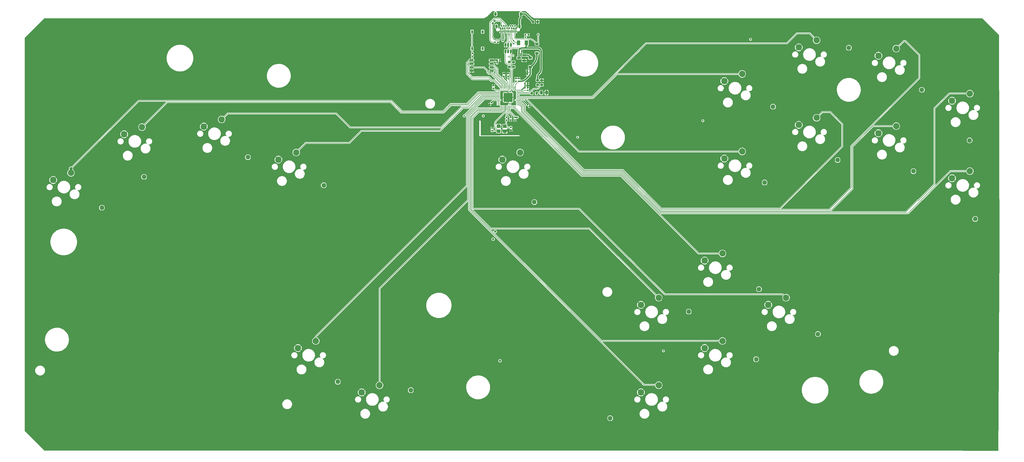
<source format=gbr>
%TF.GenerationSoftware,KiCad,Pcbnew,(7.0.0)*%
%TF.CreationDate,2023-03-03T23:44:03-05:00*%
%TF.ProjectId,ICOF1,49434f46-312e-46b6-9963-61645f706362,rev?*%
%TF.SameCoordinates,Original*%
%TF.FileFunction,Copper,L1,Top*%
%TF.FilePolarity,Positive*%
%FSLAX46Y46*%
G04 Gerber Fmt 4.6, Leading zero omitted, Abs format (unit mm)*
G04 Created by KiCad (PCBNEW (7.0.0)) date 2023-03-03 23:44:03*
%MOMM*%
%LPD*%
G01*
G04 APERTURE LIST*
G04 Aperture macros list*
%AMRoundRect*
0 Rectangle with rounded corners*
0 $1 Rounding radius*
0 $2 $3 $4 $5 $6 $7 $8 $9 X,Y pos of 4 corners*
0 Add a 4 corners polygon primitive as box body*
4,1,4,$2,$3,$4,$5,$6,$7,$8,$9,$2,$3,0*
0 Add four circle primitives for the rounded corners*
1,1,$1+$1,$2,$3*
1,1,$1+$1,$4,$5*
1,1,$1+$1,$6,$7*
1,1,$1+$1,$8,$9*
0 Add four rect primitives between the rounded corners*
20,1,$1+$1,$2,$3,$4,$5,0*
20,1,$1+$1,$4,$5,$6,$7,0*
20,1,$1+$1,$6,$7,$8,$9,0*
20,1,$1+$1,$8,$9,$2,$3,0*%
%AMOutline5P*
0 Free polygon, 5 corners , with rotation*
0 The origin of the aperture is its center*
0 number of corners: always 5*
0 $1 to $10 corner X, Y*
0 $11 Rotation angle, in degrees counterclockwise*
0 create outline with 5 corners*
4,1,5,$1,$2,$3,$4,$5,$6,$7,$8,$9,$10,$1,$2,$11*%
%AMOutline6P*
0 Free polygon, 6 corners , with rotation*
0 The origin of the aperture is its center*
0 number of corners: always 6*
0 $1 to $12 corner X, Y*
0 $13 Rotation angle, in degrees counterclockwise*
0 create outline with 6 corners*
4,1,6,$1,$2,$3,$4,$5,$6,$7,$8,$9,$10,$11,$12,$1,$2,$13*%
%AMOutline7P*
0 Free polygon, 7 corners , with rotation*
0 The origin of the aperture is its center*
0 number of corners: always 7*
0 $1 to $14 corner X, Y*
0 $15 Rotation angle, in degrees counterclockwise*
0 create outline with 7 corners*
4,1,7,$1,$2,$3,$4,$5,$6,$7,$8,$9,$10,$11,$12,$13,$14,$1,$2,$15*%
%AMOutline8P*
0 Free polygon, 8 corners , with rotation*
0 The origin of the aperture is its center*
0 number of corners: always 8*
0 $1 to $16 corner X, Y*
0 $17 Rotation angle, in degrees counterclockwise*
0 create outline with 8 corners*
4,1,8,$1,$2,$3,$4,$5,$6,$7,$8,$9,$10,$11,$12,$13,$14,$15,$16,$1,$2,$17*%
G04 Aperture macros list end*
%TA.AperFunction,SMDPad,CuDef*%
%ADD10R,0.750000X1.000000*%
%TD*%
%TA.AperFunction,SMDPad,CuDef*%
%ADD11RoundRect,0.243750X-0.243750X-0.456250X0.243750X-0.456250X0.243750X0.456250X-0.243750X0.456250X0*%
%TD*%
%TA.AperFunction,SMDPad,CuDef*%
%ADD12RoundRect,0.200000X-0.200000X-0.275000X0.200000X-0.275000X0.200000X0.275000X-0.200000X0.275000X0*%
%TD*%
%TA.AperFunction,ComponentPad*%
%ADD13C,0.600000*%
%TD*%
%TA.AperFunction,SMDPad,CuDef*%
%ADD14RoundRect,0.144000X-1.456000X-1.456000X1.456000X-1.456000X1.456000X1.456000X-1.456000X1.456000X0*%
%TD*%
%TA.AperFunction,SMDPad,CuDef*%
%ADD15RoundRect,0.050000X-0.050000X-0.387500X0.050000X-0.387500X0.050000X0.387500X-0.050000X0.387500X0*%
%TD*%
%TA.AperFunction,SMDPad,CuDef*%
%ADD16RoundRect,0.050000X-0.387500X-0.050000X0.387500X-0.050000X0.387500X0.050000X-0.387500X0.050000X0*%
%TD*%
%TA.AperFunction,ComponentPad*%
%ADD17C,2.247900*%
%TD*%
%TA.AperFunction,ComponentPad*%
%ADD18Outline8P,-0.762000X0.381000X-0.381000X0.762000X0.381000X0.762000X0.762000X0.381000X0.762000X-0.381000X0.381000X-0.762000X-0.381000X-0.762000X-0.762000X-0.381000X0.000000*%
%TD*%
%TA.AperFunction,SMDPad,CuDef*%
%ADD19RoundRect,0.140000X0.170000X-0.140000X0.170000X0.140000X-0.170000X0.140000X-0.170000X-0.140000X0*%
%TD*%
%TA.AperFunction,SMDPad,CuDef*%
%ADD20RoundRect,0.200000X-0.275000X0.200000X-0.275000X-0.200000X0.275000X-0.200000X0.275000X0.200000X0*%
%TD*%
%TA.AperFunction,SMDPad,CuDef*%
%ADD21RoundRect,0.150000X0.587500X0.150000X-0.587500X0.150000X-0.587500X-0.150000X0.587500X-0.150000X0*%
%TD*%
%TA.AperFunction,SMDPad,CuDef*%
%ADD22RoundRect,0.140000X0.140000X0.170000X-0.140000X0.170000X-0.140000X-0.170000X0.140000X-0.170000X0*%
%TD*%
%TA.AperFunction,SMDPad,CuDef*%
%ADD23RoundRect,0.200000X0.275000X-0.200000X0.275000X0.200000X-0.275000X0.200000X-0.275000X-0.200000X0*%
%TD*%
%TA.AperFunction,SMDPad,CuDef*%
%ADD24RoundRect,0.140000X-0.219203X-0.021213X-0.021213X-0.219203X0.219203X0.021213X0.021213X0.219203X0*%
%TD*%
%TA.AperFunction,SMDPad,CuDef*%
%ADD25RoundRect,0.135000X0.135000X0.185000X-0.135000X0.185000X-0.135000X-0.185000X0.135000X-0.185000X0*%
%TD*%
%TA.AperFunction,SMDPad,CuDef*%
%ADD26R,1.400000X1.200000*%
%TD*%
%TA.AperFunction,SMDPad,CuDef*%
%ADD27RoundRect,0.140000X-0.021213X0.219203X-0.219203X0.021213X0.021213X-0.219203X0.219203X-0.021213X0*%
%TD*%
%TA.AperFunction,SMDPad,CuDef*%
%ADD28RoundRect,0.250000X-0.375000X-0.625000X0.375000X-0.625000X0.375000X0.625000X-0.375000X0.625000X0*%
%TD*%
%TA.AperFunction,SMDPad,CuDef*%
%ADD29RoundRect,0.225000X0.375000X-0.225000X0.375000X0.225000X-0.375000X0.225000X-0.375000X-0.225000X0*%
%TD*%
%TA.AperFunction,SMDPad,CuDef*%
%ADD30RoundRect,0.200000X0.200000X0.275000X-0.200000X0.275000X-0.200000X-0.275000X0.200000X-0.275000X0*%
%TD*%
%TA.AperFunction,SMDPad,CuDef*%
%ADD31RoundRect,0.140000X-0.140000X-0.170000X0.140000X-0.170000X0.140000X0.170000X-0.140000X0.170000X0*%
%TD*%
%TA.AperFunction,SMDPad,CuDef*%
%ADD32RoundRect,0.135000X0.185000X-0.135000X0.185000X0.135000X-0.185000X0.135000X-0.185000X-0.135000X0*%
%TD*%
%TA.AperFunction,SMDPad,CuDef*%
%ADD33RoundRect,0.140000X-0.170000X0.140000X-0.170000X-0.140000X0.170000X-0.140000X0.170000X0.140000X0*%
%TD*%
%TA.AperFunction,SMDPad,CuDef*%
%ADD34RoundRect,0.135000X-0.185000X0.135000X-0.185000X-0.135000X0.185000X-0.135000X0.185000X0.135000X0*%
%TD*%
%TA.AperFunction,SMDPad,CuDef*%
%ADD35RoundRect,0.150000X-0.150000X0.512500X-0.150000X-0.512500X0.150000X-0.512500X0.150000X0.512500X0*%
%TD*%
%TA.AperFunction,SMDPad,CuDef*%
%ADD36RoundRect,0.135000X-0.135000X-0.185000X0.135000X-0.185000X0.135000X0.185000X-0.135000X0.185000X0*%
%TD*%
%TA.AperFunction,ComponentPad*%
%ADD37O,0.800000X1.400000*%
%TD*%
%TA.AperFunction,ComponentPad*%
%ADD38C,0.650000*%
%TD*%
%TA.AperFunction,SMDPad,CuDef*%
%ADD39R,0.300000X0.900000*%
%TD*%
%TA.AperFunction,SMDPad,CuDef*%
%ADD40R,0.300000X0.700000*%
%TD*%
%TA.AperFunction,SMDPad,CuDef*%
%ADD41RoundRect,0.150000X-0.650000X-0.150000X0.650000X-0.150000X0.650000X0.150000X-0.650000X0.150000X0*%
%TD*%
%TA.AperFunction,ViaPad*%
%ADD42C,0.552400*%
%TD*%
%TA.AperFunction,ViaPad*%
%ADD43C,0.800000*%
%TD*%
%TA.AperFunction,ViaPad*%
%ADD44C,0.600000*%
%TD*%
%TA.AperFunction,ViaPad*%
%ADD45C,0.502400*%
%TD*%
%TA.AperFunction,Conductor*%
%ADD46C,0.200000*%
%TD*%
%TA.AperFunction,Conductor*%
%ADD47C,0.381000*%
%TD*%
%TA.AperFunction,Conductor*%
%ADD48C,1.000000*%
%TD*%
%TA.AperFunction,Conductor*%
%ADD49C,0.250000*%
%TD*%
%TA.AperFunction,Conductor*%
%ADD50C,0.500000*%
%TD*%
%TA.AperFunction,Conductor*%
%ADD51C,0.254000*%
%TD*%
G04 APERTURE END LIST*
D10*
%TO.P,SW1,A*%
%TO.N,N/C*%
X201608999Y-30407106D03*
%TO.P,SW1,B*%
X201608999Y-36407106D03*
%TO.P,SW1,C*%
%TO.N,/~{USB_BOOT}*%
X197858999Y-30407106D03*
%TO.P,SW1,D*%
X197858999Y-36407106D03*
%TD*%
D11*
%TO.P,D3,1*%
%TO.N,Net-(D3-A)*%
X222492500Y-52075000D03*
%TO.P,D3,2*%
%TO.N,GND*%
X224367500Y-52075000D03*
%TD*%
D12*
%TO.P,R4,1*%
%TO.N,PICO_LED*%
X219155000Y-52325000D03*
%TO.P,R4,2*%
%TO.N,Net-(D3-A)*%
X220805000Y-52325000D03*
%TD*%
D13*
%TO.P,U3,57,GND*%
%TO.N,GND*%
X211979000Y-55077107D03*
X211979000Y-53802107D03*
X211979000Y-52527107D03*
X210704000Y-55077107D03*
D14*
X210704000Y-53802107D03*
D13*
X210704000Y-53802107D03*
X210704000Y-52527107D03*
X209429000Y-55077107D03*
X209429000Y-53802107D03*
X209429000Y-52527107D03*
D15*
%TO.P,U3,56,QSPI_SS_N*%
%TO.N,CS*%
X208104000Y-50364607D03*
%TO.P,U3,55,QSPI_SD1*%
%TO.N,SD1*%
X208504000Y-50364607D03*
%TO.P,U3,54,QSPI_SD2*%
%TO.N,SD2*%
X208904000Y-50364607D03*
%TO.P,U3,53,QSPI_SD0*%
%TO.N,SD0*%
X209304000Y-50364607D03*
%TO.P,U3,52,QSPI_SCLK*%
%TO.N,QSPI_CLK*%
X209704000Y-50364607D03*
%TO.P,U3,51,QSPI_SD3*%
%TO.N,SD3*%
X210104000Y-50364607D03*
%TO.P,U3,50,DVDD*%
%TO.N,+1V1*%
X210504000Y-50364607D03*
%TO.P,U3,49,IOVDD*%
%TO.N,+3V3*%
X210904000Y-50364607D03*
%TO.P,U3,48,USB_VDD*%
X211304000Y-50364607D03*
%TO.P,U3,47,D+*%
%TO.N,/D_+*%
X211704000Y-50364607D03*
%TO.P,U3,46,D-*%
%TO.N,/D_-*%
X212104000Y-50364607D03*
%TO.P,U3,45,VREG_VOUT*%
%TO.N,+1V1*%
X212504000Y-50364607D03*
%TO.P,U3,44,VREG_VIN*%
%TO.N,+3V3*%
X212904000Y-50364607D03*
%TO.P,U3,43,ADC_AVDD*%
X213304000Y-50364607D03*
D16*
%TO.P,U3,42,IOVDD*%
X214141500Y-51202107D03*
%TO.P,U3,41,GPIO29/ADC3*%
%TO.N,DATA*%
X214141500Y-51602107D03*
%TO.P,U3,40,GPIO28/ADC2*%
%TO.N,VBUS_SENSE*%
X214141500Y-52002107D03*
%TO.P,U3,39,GPIO27/ADC1*%
%TO.N,PICO_LED*%
X214141500Y-52402107D03*
%TO.P,U3,38,GPIO26/ADC0*%
%TO.N,unconnected-(U3-GPIO26{slash}ADC0-Pad38)*%
X214141500Y-52802107D03*
%TO.P,U3,37,GPIO25*%
%TO.N,unconnected-(U3-GPIO25-Pad37)*%
X214141500Y-53202107D03*
%TO.P,U3,36,GPIO24*%
%TO.N,Y*%
X214141500Y-53602107D03*
%TO.P,U3,35,GPIO23*%
%TO.N,R*%
X214141500Y-54002107D03*
%TO.P,U3,34,GPIO22*%
%TO.N,B*%
X214141500Y-54402107D03*
%TO.P,U3,33,IOVDD*%
%TO.N,+3V3*%
X214141500Y-54802107D03*
%TO.P,U3,32,GPIO21*%
%TO.N,X*%
X214141500Y-55202107D03*
%TO.P,U3,31,GPIO20*%
%TO.N,LS*%
X214141500Y-55602107D03*
%TO.P,U3,30,GPIO19*%
%TO.N,Z*%
X214141500Y-56002107D03*
%TO.P,U3,29,GPIO18*%
%TO.N,MS*%
X214141500Y-56402107D03*
D15*
%TO.P,U3,28,GPIO17*%
%TO.N,UP*%
X213304000Y-57239607D03*
%TO.P,U3,27,GPIO16*%
%TO.N,C_UP*%
X212904000Y-57239607D03*
%TO.P,U3,26,~{RUN}*%
%TO.N,~{RESET}*%
X212504000Y-57239607D03*
%TO.P,U3,25,SWDIO*%
%TO.N,SWD*%
X212104000Y-57239607D03*
%TO.P,U3,24,SWCLK*%
%TO.N,SWCLK*%
X211704000Y-57239607D03*
%TO.P,U3,23,DVDD*%
%TO.N,+1V1*%
X211304000Y-57239607D03*
%TO.P,U3,22,IOVDD*%
%TO.N,+3V3*%
X210904000Y-57239607D03*
%TO.P,U3,21,XTAL_OUT*%
%TO.N,XTAL_OUT*%
X210504000Y-57239607D03*
%TO.P,U3,20,XTAL_IN*%
%TO.N,XTAL_IN*%
X210104000Y-57239607D03*
%TO.P,U3,19,TESTEN*%
%TO.N,GND*%
X209704000Y-57239607D03*
%TO.P,U3,18,GPIO15*%
%TO.N,C_RT*%
X209304000Y-57239607D03*
%TO.P,U3,17,GPIO14*%
%TO.N,C_LT*%
X208904000Y-57239607D03*
%TO.P,U3,16,GPIO13*%
%TO.N,A*%
X208504000Y-57239607D03*
%TO.P,U3,15,GPIO12*%
%TO.N,C_DN*%
X208104000Y-57239607D03*
D16*
%TO.P,U3,14,GPIO11*%
%TO.N,unconnected-(U3-GPIO11-Pad14)*%
X207266500Y-56402107D03*
%TO.P,U3,13,GPIO10*%
%TO.N,unconnected-(U3-GPIO10-Pad13)*%
X207266500Y-56002107D03*
%TO.P,U3,12,GPIO9*%
%TO.N,unconnected-(U3-GPIO9-Pad12)*%
X207266500Y-55602107D03*
%TO.P,U3,11,GPIO8*%
%TO.N,unconnected-(U3-GPIO8-Pad11)*%
X207266500Y-55202107D03*
%TO.P,U3,10,IOVDD*%
%TO.N,+3V3*%
X207266500Y-54802107D03*
%TO.P,U3,9,GPIO7*%
%TO.N,M2*%
X207266500Y-54402107D03*
%TO.P,U3,8,GPIO6*%
%TO.N,M1*%
X207266500Y-54002107D03*
%TO.P,U3,7,GPIO5*%
%TO.N,START*%
X207266500Y-53602107D03*
%TO.P,U3,6,GPIO4*%
%TO.N,RIGHT*%
X207266500Y-53202107D03*
%TO.P,U3,5,GPIO3*%
%TO.N,DOWN*%
X207266500Y-52802107D03*
%TO.P,U3,4,GPIO2*%
%TO.N,LEFT*%
X207266500Y-52402107D03*
%TO.P,U3,3,GPIO1*%
%TO.N,L*%
X207266500Y-52002107D03*
%TO.P,U3,2,GPIO0*%
%TO.N,unconnected-(U3-GPIO0-Pad2)*%
X207266500Y-51602107D03*
%TO.P,U3,1,IOVDD*%
%TO.N,+3V3*%
X207266500Y-51202107D03*
%TD*%
D17*
%TO.P,U$15,P$2,PIN1*%
%TO.N,Z*%
X348911100Y-64027600D03*
%TO.P,U$15,P$1,PIN2*%
%TO.N,GND*%
X342561100Y-66567600D03*
%TD*%
%TO.P,U$19,P$2,PIN1*%
%TO.N,C_RT*%
X309680100Y-125157600D03*
%TO.P,U$19,P$1,PIN2*%
%TO.N,GND*%
X303330100Y-127697600D03*
%TD*%
%TO.P,SW8,P$2,PIN1*%
%TO.N,DOWN*%
X108672100Y-61658600D03*
%TO.P,SW8,P$1,PIN2*%
%TO.N,GND*%
X102322100Y-64198600D03*
%TD*%
D18*
%TO.P,JP18,1,1*%
%TO.N,N/C*%
X275031099Y-130103599D03*
%TD*%
D19*
%TO.P,C13,2*%
%TO.N,GND*%
X205468750Y-49623125D03*
%TO.P,C13,1*%
%TO.N,+3V3*%
X205468750Y-50583125D03*
%TD*%
D20*
%TO.P,R5,2*%
%TO.N,VBUS_SENSE*%
X221154000Y-49337107D03*
%TO.P,R5,1*%
%TO.N,+5V*%
X221154000Y-47687107D03*
%TD*%
D18*
%TO.P,JP13,1,1*%
%TO.N,N/C*%
X358031099Y-51103599D03*
%TD*%
D21*
%TO.P,U1,3,VI*%
%TO.N,+5V*%
X214539000Y-39727107D03*
%TO.P,U1,2,VO*%
%TO.N,Net-(D1-A)*%
X216414000Y-38777107D03*
%TO.P,U1,1,GND*%
%TO.N,GND*%
X216414000Y-40677107D03*
%TD*%
D17*
%TO.P,U$14,P$2,PIN1*%
%TO.N,X*%
X320556100Y-61052600D03*
%TO.P,U$14,P$1,PIN2*%
%TO.N,GND*%
X314206100Y-63592600D03*
%TD*%
D22*
%TO.P,C2,2*%
%TO.N,+5V*%
X214544000Y-37487107D03*
%TO.P,C2,1*%
%TO.N,GND*%
X215504000Y-37487107D03*
%TD*%
D17*
%TO.P,U$16,P$2,PIN1*%
%TO.N,UP*%
X375134100Y-80063600D03*
%TO.P,U$16,P$1,PIN2*%
%TO.N,GND*%
X368784100Y-82603600D03*
%TD*%
%TO.P,U$8,P$2,PIN1*%
%TO.N,START*%
X214976100Y-73421600D03*
%TO.P,U$8,P$1,PIN2*%
%TO.N,GND*%
X208626100Y-75961600D03*
%TD*%
D23*
%TO.P,R6,2*%
%TO.N,GND*%
X222694000Y-47687107D03*
%TO.P,R6,1*%
%TO.N,VBUS_SENSE*%
X222694000Y-49337107D03*
%TD*%
D24*
%TO.P,C11,2*%
%TO.N,GND*%
X218349411Y-57062411D03*
%TO.P,C11,1*%
%TO.N,+3V3*%
X217670589Y-56383589D03*
%TD*%
D25*
%TO.P,R2,2*%
%TO.N,Net-(J1-CC2)*%
X206044000Y-34137107D03*
%TO.P,R2,1*%
%TO.N,GND*%
X207064000Y-34137107D03*
%TD*%
D18*
%TO.P,JP20,1,1*%
%TO.N,N/C*%
X299031099Y-147103599D03*
%TD*%
D17*
%TO.P,U$17,P$2,PIN1*%
%TO.N,C_UP*%
X287023100Y-109387600D03*
%TO.P,U$17,P$1,PIN2*%
%TO.N,GND*%
X280673100Y-111927600D03*
%TD*%
D26*
%TO.P,Y1,4,4*%
%TO.N,GND*%
X209517999Y-65796356D03*
%TO.P,Y1,3,3*%
%TO.N,XTAL_IN*%
X207317999Y-65796356D03*
%TO.P,Y1,2,2*%
%TO.N,GND*%
X207317999Y-64096356D03*
%TO.P,Y1,1,1*%
%TO.N,/XTAL_O*%
X209517999Y-64096356D03*
%TD*%
D17*
%TO.P,U$12,P$2,PIN1*%
%TO.N,MS*%
X375134100Y-52453600D03*
%TO.P,U$12,P$1,PIN2*%
%TO.N,GND*%
X368784100Y-54993600D03*
%TD*%
%TO.P,U$9,P$2,PIN1*%
%TO.N,R*%
X294038100Y-45438600D03*
%TO.P,U$9,P$1,PIN2*%
%TO.N,GND*%
X287688100Y-47978600D03*
%TD*%
%TO.P,U$20,P$2,PIN1*%
%TO.N,A*%
X287023100Y-140572600D03*
%TO.P,U$20,P$1,PIN2*%
%TO.N,GND*%
X280673100Y-143112600D03*
%TD*%
D27*
%TO.P,C15,2*%
%TO.N,GND*%
X204113339Y-56284536D03*
%TO.P,C15,1*%
%TO.N,+3V3*%
X204792161Y-55605714D03*
%TD*%
D18*
%TO.P,JP10,1,1*%
%TO.N,N/C*%
X302031099Y-84103599D03*
%TD*%
%TO.P,JP12,1,1*%
%TO.N,N/C*%
X332031099Y-36103599D03*
%TD*%
%TO.P,JP7,1,1*%
%TO.N,N/C*%
X176031099Y-158103599D03*
%TD*%
D19*
%TO.P,C8,2*%
%TO.N,/XTAL_O*%
X211691750Y-64482125D03*
%TO.P,C8,1*%
%TO.N,GND*%
X211691750Y-65442125D03*
%TD*%
D18*
%TO.P,JP16,1,1*%
%TO.N,N/C*%
X355031099Y-80103599D03*
%TD*%
D28*
%TO.P,F1,2*%
%TO.N,+5V*%
X217234000Y-34367107D03*
%TO.P,F1,1*%
%TO.N,Net-(F1-Pad1)*%
X214434000Y-34367107D03*
%TD*%
D18*
%TO.P,JP6,1,1*%
%TO.N,N/C*%
X150031099Y-155103599D03*
%TD*%
D17*
%TO.P,U$18,P$2,PIN1*%
%TO.N,C_LT*%
X264336100Y-125157600D03*
%TO.P,U$18,P$1,PIN2*%
%TO.N,GND*%
X257986100Y-127697600D03*
%TD*%
D29*
%TO.P,D2,2,A*%
%TO.N,3vCable*%
X220954000Y-34737107D03*
%TO.P,D2,1,K*%
%TO.N,+3V3*%
X220954000Y-38037107D03*
%TD*%
D18*
%TO.P,JP19,1,1*%
%TO.N,N/C*%
X321031099Y-138103599D03*
%TD*%
D17*
%TO.P,U$21,P$1,PIN2*%
%TO.N,GND*%
X257986100Y-158882600D03*
%TO.P,U$21,P$2,PIN1*%
%TO.N,C_DN*%
X264336100Y-156342600D03*
%TD*%
D30*
%TO.P,R1,2*%
%TO.N,Net-(J1-SHIELD)*%
X219555000Y-26850000D03*
%TO.P,R1,1*%
%TO.N,GND*%
X221205000Y-26850000D03*
%TD*%
D22*
%TO.P,C9,2*%
%TO.N,GND*%
X217564000Y-44332107D03*
%TO.P,C9,1*%
%TO.N,+3V3*%
X218524000Y-44332107D03*
%TD*%
D18*
%TO.P,JP2,1,1*%
%TO.N,N/C*%
X66031099Y-93103599D03*
%TD*%
D31*
%TO.P,C1,2*%
%TO.N,+3V3*%
X218524000Y-45532107D03*
%TO.P,C1,1*%
%TO.N,GND*%
X217564000Y-45532107D03*
%TD*%
D19*
%TO.P,C4,2*%
%TO.N,GND*%
X213469750Y-47083125D03*
%TO.P,C4,1*%
%TO.N,+1V1*%
X213469750Y-48043125D03*
%TD*%
D18*
%TO.P,JP3,1,1*%
%TO.N,N/C*%
X81031099Y-82103599D03*
%TD*%
D32*
%TO.P,R11,2*%
%TO.N,XTAL_OUT*%
X210130000Y-60890000D03*
%TO.P,R11,1*%
%TO.N,/XTAL_O*%
X210130000Y-61910000D03*
%TD*%
D33*
%TO.P,C6,2*%
%TO.N,GND*%
X213117000Y-61870357D03*
%TO.P,C6,1*%
%TO.N,+1V1*%
X213117000Y-60910357D03*
%TD*%
D31*
%TO.P,C16,2*%
%TO.N,GND*%
X217661000Y-48817357D03*
%TO.P,C16,1*%
%TO.N,+3V3*%
X216701000Y-48817357D03*
%TD*%
D18*
%TO.P,JP17,1,1*%
%TO.N,N/C*%
X300031099Y-122103599D03*
%TD*%
D17*
%TO.P,SW10,P$2,PIN1*%
%TO.N,RIGHT*%
X135244100Y-73421600D03*
%TO.P,SW10,P$1,PIN2*%
%TO.N,GND*%
X128894100Y-75961600D03*
%TD*%
D18*
%TO.P,JP14,1,1*%
%TO.N,N/C*%
X375031099Y-69103599D03*
%TD*%
D19*
%TO.P,C12,2*%
%TO.N,GND*%
X214485750Y-47083125D03*
%TO.P,C12,1*%
%TO.N,+3V3*%
X214485750Y-48043125D03*
%TD*%
D31*
%TO.P,C3,2*%
%TO.N,GND*%
X207704000Y-40547107D03*
%TO.P,C3,1*%
%TO.N,+3V3*%
X206744000Y-40547107D03*
%TD*%
D33*
%TO.P,C7,2*%
%TO.N,XTAL_IN*%
X204989000Y-65696125D03*
%TO.P,C7,1*%
%TO.N,GND*%
X204989000Y-64736125D03*
%TD*%
D18*
%TO.P,JP11,1,1*%
%TO.N,N/C*%
X328031099Y-76103599D03*
%TD*%
%TO.P,JP8,1,1*%
%TO.N,N/C*%
X220031099Y-91103599D03*
%TD*%
D20*
%TO.P,R9,2*%
%TO.N,/D_-*%
X212664000Y-42872107D03*
%TO.P,R9,1*%
%TO.N,D-*%
X212664000Y-41222107D03*
%TD*%
D18*
%TO.P,JP15,1,1*%
%TO.N,N/C*%
X377031099Y-97103599D03*
%TD*%
D34*
%TO.P,R10,2*%
%TO.N,CS*%
X197974000Y-39137107D03*
%TO.P,R10,1*%
%TO.N,/~{USB_BOOT}*%
X197974000Y-38117107D03*
%TD*%
D17*
%TO.P,U$7,P$2,PIN1*%
%TO.N,M2*%
X164891100Y-156341600D03*
%TO.P,U$7,P$1,PIN2*%
%TO.N,GND*%
X158541100Y-158881600D03*
%TD*%
D18*
%TO.P,JP5,1,1*%
%TO.N,N/C*%
X145031099Y-85103599D03*
%TD*%
D20*
%TO.P,R8,2*%
%TO.N,/D_+*%
X211134000Y-42872107D03*
%TO.P,R8,1*%
%TO.N,D+*%
X211134000Y-41222107D03*
%TD*%
D17*
%TO.P,U$11,P$2,PIN1*%
%TO.N,LS*%
X348911100Y-36417600D03*
%TO.P,U$11,P$1,PIN2*%
%TO.N,GND*%
X342561100Y-38957600D03*
%TD*%
D19*
%TO.P,C10,2*%
%TO.N,GND*%
X210704000Y-45289357D03*
%TO.P,C10,1*%
%TO.N,+3V3*%
X210704000Y-46249357D03*
%TD*%
D17*
%TO.P,U$13,P$2,PIN1*%
%TO.N,B*%
X294038100Y-73047600D03*
%TO.P,U$13,P$1,PIN2*%
%TO.N,GND*%
X287688100Y-75587600D03*
%TD*%
D29*
%TO.P,D1,2,A*%
%TO.N,Net-(D1-A)*%
X218574000Y-39667107D03*
%TO.P,D1,1,K*%
%TO.N,+3V3*%
X218574000Y-42967107D03*
%TD*%
D33*
%TO.P,C14,2*%
%TO.N,GND*%
X211593000Y-61870357D03*
%TO.P,C14,1*%
%TO.N,+3V3*%
X211593000Y-60910357D03*
%TD*%
D18*
%TO.P,JP4,1,1*%
%TO.N,N/C*%
X118031099Y-75103599D03*
%TD*%
D19*
%TO.P,C5,2*%
%TO.N,GND*%
X209180000Y-45289357D03*
%TO.P,C5,1*%
%TO.N,+1V1*%
X209180000Y-46249357D03*
%TD*%
D17*
%TO.P,SW6,P$2,PIN1*%
%TO.N,LEFT*%
X80316100Y-64384600D03*
%TO.P,SW6,P$1,PIN2*%
%TO.N,GND*%
X73966100Y-66924600D03*
%TD*%
%TO.P,SW4,P$2,PIN1*%
%TO.N,L*%
X55036100Y-80687600D03*
%TO.P,SW4,P$1,PIN2*%
%TO.N,GND*%
X48686100Y-83227600D03*
%TD*%
D35*
%TO.P,U2,6,I/O1*%
%TO.N,D+*%
X211654000Y-37394607D03*
%TO.P,U2,5,VBUS*%
%TO.N,+5V*%
X210704000Y-37394607D03*
%TO.P,U2,4,I/O2*%
%TO.N,D-*%
X209754000Y-37394607D03*
%TO.P,U2,3,I/O2*%
%TO.N,DBUS-*%
X209754000Y-35119607D03*
%TO.P,U2,2,GND*%
%TO.N,GND*%
X210704000Y-35119607D03*
%TO.P,U2,1,I/O1*%
%TO.N,DBUS+*%
X211654000Y-35119607D03*
%TD*%
D17*
%TO.P,U$6,P$2,PIN1*%
%TO.N,M1*%
X142203100Y-140572600D03*
%TO.P,U$6,P$1,PIN2*%
%TO.N,GND*%
X135853100Y-143112600D03*
%TD*%
D18*
%TO.P,JP21,1,1*%
%TO.N,N/C*%
X247031099Y-168103599D03*
%TD*%
D17*
%TO.P,U$10,P$2,PIN1*%
%TO.N,Y*%
X320556100Y-33442600D03*
%TO.P,U$10,P$1,PIN2*%
%TO.N,GND*%
X314206100Y-35982600D03*
%TD*%
D31*
%TO.P,C17,2*%
%TO.N,GND*%
X217661000Y-50341357D03*
%TO.P,C17,1*%
%TO.N,+3V3*%
X216701000Y-50341357D03*
%TD*%
D36*
%TO.P,R3,2*%
%TO.N,GND*%
X217894000Y-31477107D03*
%TO.P,R3,1*%
%TO.N,Net-(J1-CC1)*%
X216874000Y-31477107D03*
%TD*%
D37*
%TO.P,J1,S1,SHIELD*%
%TO.N,Net-(J1-SHIELD)*%
X206233999Y-24077106D03*
X206518999Y-28467106D03*
X214778999Y-28467106D03*
X215213999Y-24077106D03*
D38*
%TO.P,J1,B12,GND*%
%TO.N,GND*%
X213524000Y-29067107D03*
%TO.P,J1,B11,RX1+*%
%TO.N,DATA*%
X213124000Y-28367107D03*
%TO.P,J1,B10,RX1-*%
%TO.N,unconnected-(J1-RX1--PadB10)*%
X212324000Y-28367107D03*
%TO.P,J1,B9,VBUS*%
%TO.N,Net-(F1-Pad1)*%
X211924000Y-29067107D03*
%TO.P,J1,B8,SBU2*%
%TO.N,unconnected-(J1-SBU2-PadB8)*%
X211524000Y-28367107D03*
%TO.P,J1,B7,D-*%
%TO.N,DBUS-*%
X211124000Y-29067107D03*
%TO.P,J1,B6,D+*%
%TO.N,DBUS+*%
X210324000Y-29067107D03*
%TO.P,J1,B5,CC2*%
%TO.N,Net-(J1-CC2)*%
X209924000Y-28367107D03*
%TO.P,J1,B4,VBUS*%
%TO.N,Net-(F1-Pad1)*%
X209524000Y-29067107D03*
%TO.P,J1,B3,TX2-*%
%TO.N,unconnected-(J1-TX2--PadB3)*%
X209124000Y-28367107D03*
%TO.P,J1,B2,TX2+*%
%TO.N,3vCable*%
X208324000Y-28367107D03*
%TO.P,J1,B1,GND*%
%TO.N,GND*%
X207924000Y-29067107D03*
D39*
%TO.P,J1,A12,GND*%
X207973999Y-30277106D03*
%TO.P,J1,A11,RX2+*%
%TO.N,DATA*%
X208473999Y-30277106D03*
%TO.P,J1,A10,RX2-*%
%TO.N,unconnected-(J1-RX2--PadA10)*%
X208973999Y-30277106D03*
%TO.P,J1,A9,VBUS*%
%TO.N,Net-(F1-Pad1)*%
X209473999Y-30277106D03*
%TO.P,J1,A8,SBU1*%
%TO.N,unconnected-(J1-SBU1-PadA8)*%
X209973999Y-30277106D03*
D40*
%TO.P,J1,A7,D-*%
%TO.N,DBUS-*%
X210473999Y-30277106D03*
%TO.P,J1,A6,D+*%
%TO.N,DBUS+*%
X210973999Y-30277106D03*
D39*
%TO.P,J1,A5,CC1*%
%TO.N,Net-(J1-CC1)*%
X211473999Y-30277106D03*
%TO.P,J1,A4,VBUS*%
%TO.N,Net-(F1-Pad1)*%
X211973999Y-30277106D03*
%TO.P,J1,A3,TX1-*%
%TO.N,unconnected-(J1-TX1--PadA3)*%
X212473999Y-30277106D03*
%TO.P,J1,A2,TX1+*%
%TO.N,3vCable*%
X212973999Y-30277106D03*
%TO.P,J1,A1,GND*%
%TO.N,GND*%
X213473999Y-30277106D03*
%TD*%
D41*
%TO.P,U4,8,VCC*%
%TO.N,+3V3*%
X204830000Y-40545000D03*
%TO.P,U4,7,IO3*%
%TO.N,SD3*%
X204830000Y-41815000D03*
%TO.P,U4,6,CLK*%
%TO.N,QSPI_CLK*%
X204830000Y-43085000D03*
%TO.P,U4,5,DI(IO0)*%
%TO.N,SD0*%
X204830000Y-44355000D03*
%TO.P,U4,4,GND*%
%TO.N,GND*%
X197630000Y-44355000D03*
%TO.P,U4,3,IO2*%
%TO.N,SD2*%
X197630000Y-43085000D03*
%TO.P,U4,2,DO(IO1)*%
%TO.N,SD1*%
X197630000Y-41815000D03*
%TO.P,U4,1,~{CS}*%
%TO.N,CS*%
X197630000Y-40545000D03*
%TD*%
D18*
%TO.P,JP9,1,1*%
%TO.N,N/C*%
X305031099Y-57103599D03*
%TD*%
D42*
%TO.N,*%
X235430000Y-68000000D03*
X266031100Y-144103600D03*
D43*
X205380000Y-104300000D03*
X206080000Y-101600000D03*
D42*
X297031100Y-33103600D03*
D43*
X207780000Y-147650000D03*
D42*
X280031100Y-62103600D03*
%TO.N,GND*%
X350031100Y-86103600D03*
D44*
X203436750Y-56961125D03*
D42*
X210031100Y-72103600D03*
X155031100Y-82103600D03*
X296031100Y-136103600D03*
D44*
X209913750Y-44642125D03*
D42*
X344031100Y-31103600D03*
D44*
X199751500Y-44372107D03*
D42*
X267031100Y-153103600D03*
X198031100Y-100103600D03*
D45*
X302031100Y-161103600D03*
D44*
X208124000Y-36257107D03*
D42*
X337031100Y-83103600D03*
X145031100Y-38103600D03*
X159031100Y-56103600D03*
X48031100Y-161103600D03*
D45*
X333031100Y-141103600D03*
D42*
X231031100Y-115103600D03*
X164031100Y-38103600D03*
X266031100Y-50103600D03*
X358031100Y-97103600D03*
D44*
X212326750Y-62803125D03*
D42*
X299031100Y-69103600D03*
X176031100Y-148103600D03*
D44*
X204989000Y-63819125D03*
D42*
X365031100Y-68103600D03*
D45*
X287031100Y-172103600D03*
D42*
X327031100Y-59103600D03*
X246031100Y-149103600D03*
D44*
X211691750Y-66486125D03*
D45*
X329031100Y-169103600D03*
D42*
X230031100Y-164103600D03*
X84031100Y-107103600D03*
X41031100Y-125103600D03*
X245031100Y-100103600D03*
X279031100Y-158103600D03*
X337031100Y-99103600D03*
X295031100Y-96103600D03*
X213031100Y-96103600D03*
X156031100Y-146103600D03*
X51031100Y-119103600D03*
X310031100Y-49103600D03*
X72031100Y-82103600D03*
X160031100Y-122103600D03*
X149031100Y-167103600D03*
X96031100Y-106103600D03*
X185031100Y-164103600D03*
X64031100Y-72103600D03*
X54031100Y-58103600D03*
X98031100Y-93103600D03*
X309031100Y-96103600D03*
X61031100Y-154103600D03*
X171031100Y-122103600D03*
X172031100Y-65103600D03*
D44*
X216294000Y-37477107D03*
D42*
X93031100Y-57103600D03*
X189031100Y-74103600D03*
X375031100Y-39103600D03*
X272031100Y-37103600D03*
D45*
X354031100Y-167103600D03*
D42*
X46031100Y-72103600D03*
X312031100Y-77103600D03*
X143031100Y-64103600D03*
X189031100Y-87103600D03*
X376031100Y-32103600D03*
X68031100Y-170103600D03*
D45*
X330031100Y-118103600D03*
D42*
X321031100Y-84103600D03*
D45*
X312031100Y-146103600D03*
D42*
X76031100Y-141103600D03*
D44*
X216136739Y-66297107D03*
D42*
X108031100Y-94103600D03*
X251031100Y-38103600D03*
X116031100Y-82103600D03*
X231031100Y-89103600D03*
D44*
X208724000Y-40537107D03*
D42*
X212031100Y-126103600D03*
X341031100Y-52103600D03*
D44*
X214485750Y-46166125D03*
X217660750Y-47977107D03*
D42*
X320031100Y-131103600D03*
X126031100Y-154103600D03*
X301031100Y-90103600D03*
D45*
X199031100Y-108103600D03*
D42*
X210031100Y-108103600D03*
X305031100Y-109103600D03*
X61031100Y-163103600D03*
X54031100Y-39103600D03*
X280031100Y-90103600D03*
X270031100Y-121103600D03*
X73031100Y-47103600D03*
X381031100Y-94103600D03*
X72031100Y-56103600D03*
X159031100Y-72103600D03*
X223031100Y-104103600D03*
D44*
X219384000Y-44382107D03*
D42*
X355031100Y-59103600D03*
D44*
X216774000Y-45542107D03*
D42*
X173031100Y-83103600D03*
X117031100Y-35103600D03*
X213031100Y-148103600D03*
D44*
X205468750Y-48833125D03*
D42*
X364031100Y-35103600D03*
X71031100Y-35103600D03*
X248031100Y-53103600D03*
D44*
X212930000Y-44150000D03*
D42*
X295031100Y-143103600D03*
D44*
X219026000Y-57739000D03*
D42*
X45031100Y-96103600D03*
X263031100Y-143103600D03*
D44*
X211025000Y-44150000D03*
D42*
X44031100Y-112103600D03*
X234658412Y-31602982D03*
X98031100Y-77103600D03*
X52031100Y-172103600D03*
X46031100Y-47103600D03*
X253031100Y-171103600D03*
X367031100Y-46103600D03*
X110031100Y-52103600D03*
X264031100Y-69103600D03*
X299031100Y-118103600D03*
D44*
%TO.N,START*%
X201853504Y-60386712D03*
X195035089Y-60388196D03*
%TO.N,DATA*%
X217684000Y-51287107D03*
D43*
X205230000Y-27400000D03*
D44*
%TO.N,+3V3*%
X206744000Y-41577107D03*
X210929750Y-47182125D03*
X211056750Y-60009125D03*
%TO.N,+1V1*%
X213977750Y-60898125D03*
X211326035Y-56084579D03*
X211437750Y-51664357D03*
X210069000Y-47674357D03*
%TO.N,Net-(F1-Pad1)*%
X212644000Y-33617107D03*
X208794000Y-33617107D03*
%TO.N,DBUS+*%
X211052000Y-31381012D03*
%TO.N,Net-(J1-CC1)*%
X216874000Y-32407607D03*
X212734000Y-34717107D03*
D43*
%TO.N,3vCable*%
X205844499Y-26563999D03*
D44*
X221385589Y-31375518D03*
%TD*%
D46*
%TO.N,Net-(D3-A)*%
X221055000Y-52075000D02*
X220805000Y-52325000D01*
X222492500Y-52075000D02*
X221055000Y-52075000D01*
%TO.N,PICO_LED*%
X219077893Y-52402107D02*
X214141500Y-52402107D01*
X219155000Y-52325000D02*
X219077893Y-52402107D01*
X219130000Y-52325000D02*
X219155000Y-52325000D01*
%TO.N,+3V3*%
X216089107Y-54802107D02*
X216343125Y-55056125D01*
X214141500Y-54802107D02*
X216089107Y-54802107D01*
X212904000Y-50364607D02*
X213304000Y-49964607D01*
X212904000Y-50824000D02*
X212904000Y-50364607D01*
X213272250Y-51202107D02*
X213272250Y-51192250D01*
X214141500Y-51202107D02*
X213272250Y-51202107D01*
X213272250Y-51192250D02*
X212904000Y-50824000D01*
X210725893Y-51202107D02*
X208433768Y-51202107D01*
X210904000Y-51024000D02*
X210725893Y-51202107D01*
%TO.N,SD2*%
X203280000Y-44250000D02*
X203280000Y-44750000D01*
X204737554Y-45500000D02*
X204030000Y-45500000D01*
X203280000Y-44750000D02*
X204030000Y-45500000D01*
X203280000Y-44250000D02*
X202122107Y-43092107D01*
X202122107Y-43092107D02*
X197974000Y-43092107D01*
X208904000Y-49666446D02*
X204737554Y-45500000D01*
X208904000Y-50364607D02*
X208904000Y-49666446D01*
%TO.N,SD0*%
X209304000Y-49074000D02*
X209304000Y-50364607D01*
X204830000Y-44600000D02*
X209304000Y-49074000D01*
X204830000Y-44355000D02*
X204830000Y-44600000D01*
%TO.N,QSPI_CLK*%
X209704000Y-48824000D02*
X209704000Y-50364607D01*
X206430000Y-45550000D02*
X209704000Y-48824000D01*
X206430000Y-43900000D02*
X206430000Y-45550000D01*
X205929000Y-43399000D02*
X206430000Y-43900000D01*
X205929000Y-43092107D02*
X205929000Y-43399000D01*
X205174000Y-43092107D02*
X205929000Y-43092107D01*
%TO.N,SD3*%
X206880000Y-43477422D02*
X205217578Y-41815000D01*
X210104000Y-48624000D02*
X206880000Y-45400000D01*
X206880000Y-45400000D02*
X206880000Y-43477422D01*
X210104000Y-50364607D02*
X210104000Y-48624000D01*
%TO.N,SD1*%
X208504000Y-49832132D02*
X208504000Y-50364607D01*
X208298975Y-49627107D02*
X208504000Y-49832132D01*
X207932186Y-49627107D02*
X208298975Y-49627107D01*
X197932683Y-46602683D02*
X203898369Y-46602683D01*
X196373028Y-45043028D02*
X197932683Y-46602683D01*
X203898369Y-46602683D02*
X204945686Y-47650000D01*
X196373028Y-42905576D02*
X196373028Y-45043028D01*
X205955079Y-47650000D02*
X207932186Y-49627107D01*
X204945686Y-47650000D02*
X205955079Y-47650000D01*
X197463604Y-41815000D02*
X196373028Y-42905576D01*
X197630000Y-41815000D02*
X197463604Y-41815000D01*
%TO.N,CS*%
X205789393Y-48050000D02*
X208104000Y-50364607D01*
X204780000Y-48050000D02*
X205789393Y-48050000D01*
X204030000Y-47300000D02*
X204780000Y-48050000D01*
X197880000Y-47300000D02*
X204030000Y-47300000D01*
X195973028Y-41493028D02*
X195973028Y-45393028D01*
X195973028Y-45393028D02*
X197880000Y-47300000D01*
X196913949Y-40552107D02*
X195973028Y-41493028D01*
X197974000Y-40552107D02*
X196913949Y-40552107D01*
X197974000Y-39137107D02*
X197974000Y-40552107D01*
%TO.N,+3V3*%
X214141500Y-51202107D02*
X215377893Y-51202107D01*
X215377893Y-51202107D02*
X215480000Y-51100000D01*
D47*
X216238643Y-50341357D02*
X215480000Y-51100000D01*
X216701000Y-50341357D02*
X216238643Y-50341357D01*
D46*
%TO.N,DATA*%
X216027893Y-51602107D02*
X214141500Y-51602107D01*
X216311254Y-51318746D02*
X216027893Y-51602107D01*
X216311254Y-51287107D02*
X216311254Y-51318746D01*
X217684000Y-51287107D02*
X216311254Y-51287107D01*
%TO.N,DBUS+*%
X210952500Y-30771500D02*
X210974000Y-30750000D01*
X210952500Y-31606027D02*
X210952500Y-30771500D01*
X210974000Y-30750000D02*
X210974000Y-30277107D01*
%TO.N,C_RT*%
X236030000Y-93450000D02*
X198230000Y-93450000D01*
X266580000Y-124000000D02*
X236030000Y-93450000D01*
X308522500Y-124000000D02*
X266580000Y-124000000D01*
X309680100Y-125157600D02*
X308522500Y-124000000D01*
%TO.N,C_LT*%
X197580000Y-60850000D02*
X199930000Y-58500000D01*
X197580000Y-93550000D02*
X197580000Y-60850000D01*
X199930000Y-58500000D02*
X208341767Y-58500000D01*
X208341767Y-58500000D02*
X208904000Y-57937768D01*
X204530000Y-100500000D02*
X197580000Y-93550000D01*
X239678500Y-100500000D02*
X204530000Y-100500000D01*
X208904000Y-57937768D02*
X208904000Y-57239607D01*
X264336100Y-125157600D02*
X239678500Y-100500000D01*
%TO.N,C_RT*%
X200230000Y-58900000D02*
X197980000Y-61150000D01*
X208507452Y-58900000D02*
X200230000Y-58900000D01*
X197980000Y-61150000D02*
X197980000Y-93200000D01*
X209303999Y-58103454D02*
X208507452Y-58900000D01*
X209304000Y-57239607D02*
X209303999Y-58103454D01*
X197980000Y-93200000D02*
X198230000Y-93450000D01*
%TO.N,A*%
X244018286Y-140572600D02*
X287023100Y-140572600D01*
X197180000Y-60650000D02*
X197180000Y-93734314D01*
X199730000Y-58100000D02*
X197180000Y-60650000D01*
X197180000Y-93734314D02*
X244018286Y-140572600D01*
X208504000Y-57772082D02*
X208176082Y-58100000D01*
X208504000Y-57239607D02*
X208504000Y-57772082D01*
X208176082Y-58100000D02*
X199730000Y-58100000D01*
%TO.N,C_DN*%
X264243500Y-156250000D02*
X264336100Y-156342600D01*
X259130000Y-156250000D02*
X264243500Y-156250000D01*
X196780000Y-93900000D02*
X259130000Y-156250000D01*
X196780000Y-60350000D02*
X196780000Y-93900000D01*
X199430000Y-57700000D02*
X196780000Y-60350000D01*
X207280000Y-57700000D02*
X199430000Y-57700000D01*
%TO.N,DOWN*%
X110830700Y-59500000D02*
X108672100Y-61658600D01*
X154507400Y-64527400D02*
X149480000Y-59500000D01*
X194030000Y-57200000D02*
X186702600Y-64527400D01*
X196380000Y-57200000D02*
X194030000Y-57200000D01*
X204307157Y-52800000D02*
X200780000Y-52800000D01*
X149480000Y-59500000D02*
X110830700Y-59500000D01*
X200780000Y-52800000D02*
X196380000Y-57200000D01*
X204309265Y-52802107D02*
X204307157Y-52800000D01*
X207266500Y-52802107D02*
X204309265Y-52802107D01*
X186702600Y-64527400D02*
X154507400Y-64527400D01*
%TO.N,L*%
X204994105Y-52002107D02*
X207266500Y-52002107D01*
X204991998Y-52000000D02*
X204994105Y-52002107D01*
X200080000Y-52000000D02*
X204991998Y-52000000D01*
X195930000Y-56150000D02*
X200080000Y-52000000D01*
X187580000Y-58750000D02*
X190180000Y-56150000D01*
X172930000Y-58750000D02*
X187580000Y-58750000D01*
X169583053Y-55403053D02*
X172930000Y-58750000D01*
X169583053Y-55396904D02*
X169583053Y-55403053D01*
X190180000Y-56150000D02*
X195930000Y-56150000D01*
X169228418Y-55042269D02*
X169583053Y-55396904D01*
X79091926Y-55042269D02*
X169228418Y-55042269D01*
%TO.N,LEFT*%
X89200700Y-55500000D02*
X80316100Y-64384600D01*
X168887731Y-55500000D02*
X89200700Y-55500000D01*
X172537731Y-59150000D02*
X168887731Y-55500000D01*
X187745685Y-59150000D02*
X172537731Y-59150000D01*
X190345686Y-56550000D02*
X187745685Y-59150000D01*
X196230000Y-56550000D02*
X190345686Y-56550000D01*
X200380000Y-52400000D02*
X196230000Y-56550000D01*
X204472842Y-52400000D02*
X200380000Y-52400000D01*
X204474951Y-52402107D02*
X204472842Y-52400000D01*
X207266500Y-52402107D02*
X204474951Y-52402107D01*
D48*
%TO.N,L*%
X55036100Y-80687600D02*
X55036100Y-79098095D01*
D46*
X55036100Y-79098095D02*
X79091926Y-55042269D01*
%TO.N,RIGHT*%
X138615700Y-70050000D02*
X135244100Y-73421600D01*
X154080000Y-70050000D02*
X138615700Y-70050000D01*
X158430000Y-65700000D02*
X154080000Y-70050000D01*
X194530000Y-57600000D02*
X186430000Y-65700000D01*
X186430000Y-65700000D02*
X158430000Y-65700000D01*
X196780000Y-57600000D02*
X194530000Y-57600000D01*
X201180000Y-53200000D02*
X196780000Y-57600000D01*
X204141472Y-53200000D02*
X201180000Y-53200000D01*
X207266500Y-53202107D02*
X204143579Y-53202107D01*
X204143579Y-53202107D02*
X204141472Y-53200000D01*
%TO.N,R*%
X249457086Y-45438600D02*
X294038100Y-45438600D01*
X240893579Y-54002107D02*
X249457086Y-45438600D01*
X214141500Y-54002107D02*
X240893579Y-54002107D01*
%TO.N,Y*%
X318113500Y-31000000D02*
X320556100Y-33442600D01*
X309988650Y-34558650D02*
X313547300Y-31000000D01*
X259771350Y-34558650D02*
X309988650Y-34558650D01*
X313547300Y-31000000D02*
X318113500Y-31000000D01*
X240727893Y-53602107D02*
X259771350Y-34558650D01*
X214141500Y-53602107D02*
X240727893Y-53602107D01*
%TO.N,B*%
X217270792Y-54402107D02*
X225814896Y-62946211D01*
X214141500Y-54402107D02*
X217270792Y-54402107D01*
%TO.N,X*%
X322608700Y-59000000D02*
X320556100Y-61052600D01*
X325430000Y-59000000D02*
X322608700Y-59000000D01*
X329680000Y-63250000D02*
X325430000Y-59000000D01*
X329680000Y-71200000D02*
X329680000Y-63250000D01*
X251642744Y-79700000D02*
X265336372Y-93393628D01*
X237845686Y-79700000D02*
X251642744Y-79700000D01*
X307486372Y-93393628D02*
X329680000Y-71200000D01*
X216630000Y-58484314D02*
X237845686Y-79700000D01*
X216630000Y-56752942D02*
X216630000Y-58484314D01*
X265336372Y-93393628D02*
X307486372Y-93393628D01*
X214141500Y-55202107D02*
X215079165Y-55202107D01*
X215079165Y-55202107D02*
X216630000Y-56752942D01*
%TO.N,MS*%
X367776400Y-52453600D02*
X375134100Y-52453600D01*
X362530000Y-57700000D02*
X367776400Y-52453600D01*
X362530000Y-84800000D02*
X362530000Y-57700000D01*
X356780000Y-90550000D02*
X362530000Y-84800000D01*
X356430000Y-90550000D02*
X356780000Y-90550000D01*
X237280000Y-80900000D02*
X251145686Y-80900000D01*
X264895686Y-94650000D02*
X352330000Y-94650000D01*
X215380000Y-57200000D02*
X215380000Y-59000000D01*
X214582107Y-56402107D02*
X215380000Y-57200000D01*
X215380000Y-59000000D02*
X237280000Y-80900000D01*
X214141500Y-56402107D02*
X214582107Y-56402107D01*
X251145686Y-80900000D02*
X264895686Y-94650000D01*
X352330000Y-94650000D02*
X356430000Y-90550000D01*
%TO.N,LS*%
X351578700Y-33750000D02*
X348911100Y-36417600D01*
X352230000Y-33750000D02*
X351578700Y-33750000D01*
X357080000Y-38600000D02*
X352230000Y-33750000D01*
X357080000Y-46984314D02*
X357080000Y-38600000D01*
X332930000Y-71134314D02*
X357080000Y-46984314D01*
X332930000Y-85900000D02*
X332930000Y-71134314D01*
X325030000Y-93800000D02*
X332930000Y-85900000D01*
X310532574Y-93800000D02*
X325030000Y-93800000D01*
X310526202Y-93793628D02*
X310532574Y-93800000D01*
X265170686Y-93793628D02*
X310526202Y-93793628D01*
X251477058Y-80100000D02*
X265170686Y-93793628D01*
X237680000Y-80100000D02*
X251477058Y-80100000D01*
X216230000Y-58650000D02*
X237680000Y-80100000D01*
X216230000Y-56918628D02*
X216230000Y-58650000D01*
X214913479Y-55602107D02*
X216230000Y-56918628D01*
X214141500Y-55602107D02*
X214913479Y-55602107D01*
%TO.N,Z*%
X340630000Y-64000000D02*
X348883500Y-64000000D01*
X333330000Y-71300000D02*
X340630000Y-64000000D01*
X333330000Y-86400000D02*
X333330000Y-71300000D01*
X348883500Y-64000000D02*
X348911100Y-64027600D01*
X251311372Y-80500000D02*
X265061372Y-94250000D01*
X215780000Y-58800000D02*
X237480000Y-80500000D01*
X265061372Y-94250000D02*
X325480000Y-94250000D01*
X215780000Y-57034314D02*
X215780000Y-58800000D01*
X214747793Y-56002107D02*
X215780000Y-57034314D01*
X214141500Y-56002107D02*
X214747793Y-56002107D01*
X237480000Y-80500000D02*
X251311372Y-80500000D01*
X325480000Y-94250000D02*
X333330000Y-86400000D01*
%TO.N,C_UP*%
X278501914Y-109387600D02*
X287023100Y-109387600D01*
X250814314Y-81700000D02*
X278501914Y-109387600D01*
X236831918Y-81700000D02*
X250814314Y-81700000D01*
X212904000Y-57239607D02*
X212904000Y-57772082D01*
X212904000Y-57772082D02*
X236831918Y-81700000D01*
%TO.N,UP*%
X250980000Y-81300000D02*
X264730000Y-95050000D01*
X264730000Y-95050000D02*
X353180000Y-95050000D01*
X213304000Y-57606396D02*
X236997604Y-81300000D01*
X236997604Y-81300000D02*
X250980000Y-81300000D01*
X213304000Y-57239607D02*
X213304000Y-57606396D01*
X353180000Y-95050000D02*
X368166400Y-80063600D01*
X368166400Y-80063600D02*
X375134100Y-80063600D01*
%TO.N,B*%
X235877600Y-73047600D02*
X294038100Y-73047600D01*
X225814896Y-62984896D02*
X235877600Y-73047600D01*
X225814896Y-62946211D02*
X225814896Y-62984896D01*
%TO.N,C_DN*%
X207980000Y-57700000D02*
X207280000Y-57700000D01*
X208104000Y-57576000D02*
X207980000Y-57700000D01*
X208104000Y-57239607D02*
X208104000Y-57576000D01*
X207580000Y-57700000D02*
X207280000Y-57700000D01*
%TO.N,XTAL_OUT*%
X210504000Y-58876000D02*
X210504000Y-57239607D01*
X210130000Y-59250000D02*
X210504000Y-58876000D01*
X210130000Y-60890000D02*
X210130000Y-59250000D01*
%TO.N,M2*%
X164891100Y-121888900D02*
X164891100Y-156341600D01*
X196380000Y-90400000D02*
X164891100Y-121888900D01*
X196380000Y-60181372D02*
X196380000Y-90400000D01*
X202159265Y-54402107D02*
X196380000Y-60181372D01*
X207266500Y-54402107D02*
X202159265Y-54402107D01*
%TO.N,M1*%
X195980000Y-85206195D02*
X142203100Y-138983095D01*
X195980000Y-60015686D02*
X195980000Y-85206195D01*
X201993579Y-54002107D02*
X195980000Y-60015686D01*
X207266500Y-54002107D02*
X201993579Y-54002107D01*
%TO.N,START*%
X201830000Y-53600000D02*
X195041804Y-60388196D01*
X203977893Y-53602107D02*
X203975786Y-53600000D01*
X203975786Y-53600000D02*
X201830000Y-53600000D01*
X207266500Y-53602107D02*
X203977893Y-53602107D01*
X195041804Y-60388196D02*
X195035089Y-60388196D01*
D49*
%TO.N,M1*%
X142203100Y-138983095D02*
X142203100Y-140572600D01*
D46*
%TO.N,+3V3*%
X210904000Y-51024000D02*
X210904000Y-50364607D01*
X211304000Y-50364607D02*
X211304000Y-50876000D01*
D49*
%TO.N,GND*%
X213474000Y-29117107D02*
X213524000Y-29067107D01*
X213474000Y-30277107D02*
X213474000Y-29117107D01*
D46*
%TO.N,3vCable*%
X212974000Y-31805607D02*
X212974000Y-30277107D01*
X212952500Y-31827107D02*
X212974000Y-31805607D01*
%TO.N,Net-(F1-Pad1)*%
X211974000Y-29117107D02*
X211924000Y-29067107D01*
X211974000Y-30277107D02*
X211974000Y-29117107D01*
X211974000Y-30794000D02*
X211974000Y-30277107D01*
X211952500Y-32081248D02*
X212052000Y-31981748D01*
X212052000Y-31981748D02*
X212052000Y-30872000D01*
X212052000Y-30872000D02*
X211974000Y-30794000D01*
%TO.N,Net-(J1-CC1)*%
X211453058Y-31828483D02*
X211454434Y-31827107D01*
X211453058Y-32388368D02*
X211453058Y-31828483D01*
X211609157Y-32625068D02*
X211609531Y-32626463D01*
X211557768Y-32536808D02*
X211511078Y-32490118D01*
X211674175Y-33263068D02*
X211674175Y-33118897D01*
X211453061Y-32388367D02*
G75*
G03*
X211511078Y-32490118I238139J68367D01*
G01*
X211674176Y-33118897D02*
G75*
G03*
X211609157Y-32625068I-1907876J-3D01*
G01*
X212724000Y-34727107D02*
X211967068Y-33970175D01*
X211674205Y-33263068D02*
G75*
G03*
X211967068Y-33970175I999995J-32D01*
G01*
X211609507Y-32626470D02*
G75*
G03*
X211557768Y-32536808I-193207J-51730D01*
G01*
X211652000Y-31629541D02*
X211454434Y-31827107D01*
X211652000Y-31097128D02*
X211652000Y-31629541D01*
X211474000Y-30919128D02*
X211652000Y-31097128D01*
X211474000Y-30277107D02*
X211474000Y-30919128D01*
%TO.N,DBUS+*%
X211052000Y-31506527D02*
X210952500Y-31606027D01*
X211052000Y-31381012D02*
X211052000Y-31506527D01*
X211654000Y-34981321D02*
X211654000Y-35119607D01*
X211245393Y-34158500D02*
X211361107Y-34274214D01*
X210952500Y-31606027D02*
X210952500Y-33451393D01*
X211653985Y-34981321D02*
G75*
G03*
X211361107Y-34274214I-999985J21D01*
G01*
X210952505Y-33451393D02*
G75*
G03*
X211245393Y-34158500I999995J-7D01*
G01*
%TO.N,DBUS-*%
X210452500Y-30298607D02*
X210474000Y-30277107D01*
X210452500Y-33424393D02*
X210452500Y-30298607D01*
X210046893Y-34244214D02*
X210159607Y-34131500D01*
X209754000Y-35119607D02*
X209754000Y-34951321D01*
X210159610Y-34131503D02*
G75*
G03*
X210452500Y-33424393I-707110J707103D01*
G01*
X210046883Y-34244204D02*
G75*
G03*
X209754000Y-34951321I707117J-707096D01*
G01*
X211124000Y-29150991D02*
X211124000Y-29067107D01*
X210474000Y-30277107D02*
X210474000Y-29800991D01*
X210474000Y-29800991D02*
X211124000Y-29150991D01*
D49*
%TO.N,Net-(F1-Pad1)*%
X209474000Y-29117107D02*
X209524000Y-29067107D01*
X209474000Y-30277107D02*
X209474000Y-29117107D01*
%TO.N,DATA*%
X208450246Y-30300861D02*
X208474000Y-30277107D01*
X208450246Y-32222663D02*
X208450246Y-30300861D01*
X207956893Y-33034214D02*
X208159607Y-32831500D01*
X205516893Y-32880000D02*
X205671107Y-33034214D01*
X206378214Y-33327107D02*
X207249786Y-33327107D01*
X208159592Y-32831486D02*
G75*
G03*
X208450246Y-32222663I-725792J720286D01*
G01*
X207249786Y-33327095D02*
G75*
G03*
X207956893Y-33034214I14J999995D01*
G01*
X205671099Y-33034222D02*
G75*
G03*
X206378214Y-33327107I707101J707122D01*
G01*
X205224005Y-32172893D02*
G75*
G03*
X205516893Y-32880000I999995J-7D01*
G01*
X205230000Y-27400000D02*
X205224000Y-27406000D01*
X205224000Y-27406000D02*
X205224000Y-32172893D01*
%TO.N,GND*%
X207924000Y-30227107D02*
X207974000Y-30277107D01*
X207924000Y-29067107D02*
X207924000Y-30227107D01*
D46*
%TO.N,3vCable*%
X208324000Y-26944000D02*
X208324000Y-28367107D01*
X207943999Y-26563999D02*
X208324000Y-26944000D01*
X205844499Y-26563999D02*
X207943999Y-26563999D01*
%TO.N,Net-(J1-CC2)*%
X209924000Y-27907488D02*
X209924000Y-28367107D01*
X204324000Y-33137107D02*
X204324000Y-27319887D01*
X206044000Y-34137107D02*
X205324000Y-34137107D01*
X207766512Y-25750000D02*
X209924000Y-27907488D01*
X204459744Y-26959535D02*
G75*
G03*
X204324001Y-27319887I428256J-367065D01*
G01*
X204459731Y-26959524D02*
X205669255Y-25750000D01*
X204323993Y-33137107D02*
G75*
G03*
X205324000Y-34137107I1000007J7D01*
G01*
X205669255Y-25750000D02*
X207766512Y-25750000D01*
D50*
%TO.N,Net-(J1-SHIELD)*%
X214779000Y-25851000D02*
X214779000Y-28467107D01*
X215214000Y-25416000D02*
X214779000Y-25851000D01*
X215214000Y-24077107D02*
X215214000Y-25416000D01*
X216782107Y-24077107D02*
X215214000Y-24077107D01*
X219555000Y-26850000D02*
X216782107Y-24077107D01*
%TO.N,GND*%
X217564000Y-44332107D02*
X217564000Y-45532107D01*
D46*
X210087369Y-36227107D02*
X208154000Y-36227107D01*
X204980000Y-63200000D02*
X204989000Y-63209000D01*
X204989000Y-63209000D02*
X204989000Y-63819125D01*
X204980000Y-63120351D02*
X204980000Y-63200000D01*
D50*
X209180000Y-45289357D02*
X210704000Y-45289357D01*
D47*
X204989000Y-63819125D02*
X204989000Y-64736125D01*
D46*
X209704000Y-58396351D02*
X204980000Y-63120351D01*
D47*
X211691750Y-65442125D02*
X211691750Y-66486125D01*
X204113339Y-56284536D02*
X203436750Y-56961125D01*
D46*
X209704000Y-57239607D02*
X209704000Y-58396351D01*
D47*
X211691750Y-65442125D02*
X209872232Y-65442125D01*
X217661000Y-48817357D02*
X217661000Y-50341357D01*
D46*
X210704000Y-35119607D02*
X210704000Y-35610476D01*
D50*
X198011500Y-44357107D02*
X199736500Y-44357107D01*
X215504000Y-37487107D02*
X216284000Y-37487107D01*
D47*
X205468750Y-49623125D02*
X205468750Y-48833125D01*
X217660750Y-47977107D02*
X217660750Y-48817107D01*
D46*
X219026000Y-57739000D02*
X218349411Y-57062411D01*
X208154000Y-36227107D02*
X208124000Y-36257107D01*
D50*
X216284000Y-37487107D02*
X216294000Y-37477107D01*
D46*
X214485750Y-47083125D02*
X214485750Y-46166125D01*
D50*
X207704000Y-40547107D02*
X208714000Y-40547107D01*
X217564000Y-45532107D02*
X216784000Y-45532107D01*
X216784000Y-45532107D02*
X216774000Y-45542107D01*
D51*
X209271022Y-65796357D02*
X207571022Y-64096357D01*
D46*
X210087369Y-36227100D02*
G75*
G03*
X210704000Y-35610476I31J616600D01*
G01*
%TO.N,START*%
X201789679Y-60450537D02*
X201853504Y-60386712D01*
X195079021Y-60344264D02*
X195035089Y-60388196D01*
%TO.N,UP*%
X213304000Y-57239607D02*
X213309732Y-57245339D01*
%TO.N,B*%
X225814896Y-62946211D02*
X225294897Y-62426210D01*
X225294897Y-62426210D02*
X225439897Y-62571210D01*
%TO.N,D-*%
X210121107Y-41744214D02*
X210016893Y-41640000D01*
X209724000Y-40932893D02*
X209724000Y-37424607D01*
X211309786Y-42037107D02*
X210828214Y-42037107D01*
X209724000Y-37424607D02*
X209754000Y-37394607D01*
X212539000Y-41222107D02*
X212016893Y-41744214D01*
X212664000Y-41222107D02*
X212539000Y-41222107D01*
X209724005Y-40932893D02*
G75*
G03*
X210016893Y-41640000I999995J-7D01*
G01*
X210121099Y-41744222D02*
G75*
G03*
X210828214Y-42037107I707101J707122D01*
G01*
X211309786Y-42037095D02*
G75*
G03*
X212016893Y-41744214I14J999995D01*
G01*
%TO.N,D+*%
X211624000Y-37424607D02*
X211624000Y-38477107D01*
X210837353Y-39477107D02*
X211424000Y-39477107D01*
X211824000Y-38677107D02*
X212410647Y-38677107D01*
X212410647Y-39077107D02*
X211824000Y-39077107D01*
X211624000Y-39677107D02*
X211624000Y-40039163D01*
X211824000Y-39077107D02*
X210837353Y-39077107D01*
X211623993Y-38477107D02*
G75*
G03*
X211824000Y-38677107I200007J7D01*
G01*
X212410647Y-39077147D02*
G75*
G03*
X212610647Y-38877107I-47J200047D01*
G01*
X210637393Y-39277107D02*
G75*
G03*
X210837353Y-39477107I200007J7D01*
G01*
X210837353Y-39077053D02*
G75*
G03*
X210637353Y-39277107I47J-200047D01*
G01*
X211623993Y-39677107D02*
G75*
G03*
X211424000Y-39477107I-199993J7D01*
G01*
X212610593Y-38877107D02*
G75*
G03*
X212410647Y-38677107I-199993J7D01*
G01*
X211134015Y-41222122D02*
G75*
G03*
X211624000Y-40039163I-1182915J1182922D01*
G01*
D50*
%TO.N,+5V*%
X216234000Y-36237107D02*
X215864000Y-36237107D01*
D46*
X215529000Y-36227107D02*
X215539000Y-36237107D01*
D50*
X222454000Y-37237107D02*
X222454000Y-43851523D01*
X221154000Y-46642691D02*
X221154000Y-47687107D01*
X214539000Y-37237107D02*
X214539000Y-39727107D01*
D46*
X210704000Y-36833931D02*
X210704000Y-36927107D01*
X211189685Y-36227107D02*
X215529000Y-36227107D01*
D50*
X215864000Y-36237107D02*
X221454000Y-36237107D01*
X217234000Y-34367107D02*
X217234000Y-35237107D01*
X221926792Y-45124315D02*
X221681208Y-45369899D01*
X215864000Y-36237107D02*
X215539000Y-36237107D01*
X221681212Y-45369903D02*
G75*
G03*
X221154000Y-46642691I1272788J-1272797D01*
G01*
D46*
X211189685Y-36227095D02*
G75*
G03*
X210906843Y-36344264I15J-400005D01*
G01*
D50*
X215539000Y-36237100D02*
G75*
G03*
X214539000Y-37237107I0J-1000000D01*
G01*
X222453993Y-37237107D02*
G75*
G03*
X221454000Y-36237107I-999993J7D01*
G01*
X221926781Y-45124304D02*
G75*
G03*
X222454000Y-43851523I-1272781J1272804D01*
G01*
X216234000Y-36237100D02*
G75*
G03*
X217234000Y-35237107I0J1000000D01*
G01*
D46*
X210906839Y-36344260D02*
G75*
G03*
X210704000Y-36833931I489561J-489640D01*
G01*
D50*
%TO.N,Net-(D1-A)*%
X218542232Y-39635339D02*
X218574000Y-39667107D01*
X218542232Y-39517670D02*
X218542232Y-39635339D01*
X216414000Y-38777107D02*
X217574000Y-38777107D01*
X218542196Y-39517680D02*
G75*
G03*
X217574000Y-38777108I-970196J-265220D01*
G01*
D46*
%TO.N,+3V3*%
X210904000Y-49799042D02*
X210904000Y-50364607D01*
X211304000Y-50364607D02*
X211304000Y-49837042D01*
X210929750Y-47182125D02*
X211082150Y-47334525D01*
X211082150Y-47334525D02*
X211082150Y-49449507D01*
X207266500Y-54802107D02*
X205905757Y-54802107D01*
X211186842Y-49554199D02*
X211085000Y-49452357D01*
X213304000Y-50364607D02*
X213304000Y-51163357D01*
D50*
X218740608Y-42967107D02*
X218574000Y-42967107D01*
D46*
X205794839Y-50909214D02*
X205468750Y-50583125D01*
X211056750Y-60009125D02*
X210904000Y-59856375D01*
D47*
X205424268Y-55001607D02*
X204833750Y-55592125D01*
D50*
X218524000Y-45766214D02*
X218524000Y-45532107D01*
X216906535Y-47383679D02*
X218524000Y-45766214D01*
D46*
X208021250Y-54802107D02*
X208037000Y-54786357D01*
D47*
X216406000Y-50341357D02*
X216701000Y-50341357D01*
D46*
X207266500Y-54802107D02*
X208021250Y-54802107D01*
X210929750Y-47182125D02*
X210929750Y-46770107D01*
X210929750Y-46770107D02*
X210704000Y-46544357D01*
X211082150Y-49449507D02*
X211085000Y-49452357D01*
D50*
X219818347Y-41889368D02*
X218740608Y-42967107D01*
X218574000Y-42967107D02*
X218574000Y-45482107D01*
D46*
X210904000Y-59856375D02*
X210904000Y-57239607D01*
X214141500Y-54802107D02*
X213269000Y-54802107D01*
X213596893Y-48931982D02*
X214485750Y-48043125D01*
X211085000Y-49452357D02*
X211021157Y-49516200D01*
D50*
X220954000Y-38037107D02*
X220954000Y-38937792D01*
D46*
X210904000Y-57239607D02*
X210904000Y-56510357D01*
D50*
X206744000Y-40547107D02*
X205199000Y-40547107D01*
D47*
X216343125Y-55056125D02*
X217670589Y-56383589D01*
X216701000Y-48817357D02*
X216701000Y-50341357D01*
D46*
X207266500Y-51202107D02*
X208433768Y-51202107D01*
D50*
X214485750Y-48043125D02*
X215314491Y-48043125D01*
D46*
X213304000Y-50364607D02*
X213304000Y-49639089D01*
D50*
X218574000Y-45482107D02*
X218524000Y-45532107D01*
X206744000Y-41577107D02*
X206744000Y-40547107D01*
X211056750Y-60009125D02*
X211593000Y-60545375D01*
X211593000Y-60545375D02*
X211593000Y-60910357D01*
D46*
X207266500Y-51202107D02*
X206501946Y-51202107D01*
X205794815Y-50909238D02*
G75*
G03*
X206501946Y-51202107I707085J707138D01*
G01*
D50*
X219818367Y-41889386D02*
G75*
G03*
X220953999Y-38937792I-3278267J2955586D01*
G01*
X215314491Y-48043108D02*
G75*
G03*
X216906535Y-47383679I9J2251508D01*
G01*
D46*
X211303970Y-49837042D02*
G75*
G03*
X211186842Y-49554199I-399970J42D01*
G01*
X211021136Y-49516179D02*
G75*
G03*
X210904000Y-49799042I282864J-282821D01*
G01*
X205905757Y-54802080D02*
G75*
G03*
X205424268Y-55001607I43J-680820D01*
G01*
X213596899Y-48931988D02*
G75*
G03*
X213304000Y-49639089I707101J-707112D01*
G01*
%TO.N,+1V1*%
X210069000Y-47674357D02*
X210211107Y-47816464D01*
X213016313Y-48496562D02*
X213469750Y-48043125D01*
X212941242Y-60439599D02*
X211479736Y-58978093D01*
X211304000Y-58553829D02*
X211304000Y-57239607D01*
X213117000Y-60863885D02*
X213117000Y-60910357D01*
X210504000Y-48523571D02*
X210504000Y-50364607D01*
D50*
X213977750Y-60898125D02*
X213965518Y-60910357D01*
D47*
X210069000Y-47674357D02*
X209350384Y-46955741D01*
D50*
X213965518Y-60910357D02*
X213117000Y-60910357D01*
D46*
X212504000Y-50364607D02*
X212504000Y-49733394D01*
X212504000Y-50364607D02*
X212504000Y-51208357D01*
X210504020Y-48523571D02*
G75*
G03*
X210211106Y-47816465I-1000020J-29D01*
G01*
X211303980Y-58553829D02*
G75*
G03*
X211479736Y-58978093I600020J29D01*
G01*
D47*
X209179994Y-46544357D02*
G75*
G03*
X209350384Y-46955741I581706J-43D01*
G01*
D46*
X213116981Y-60863885D02*
G75*
G03*
X212941242Y-60439599I-600081J-15D01*
G01*
X213016325Y-48496574D02*
G75*
G03*
X212504000Y-49733394I1236775J-1236826D01*
G01*
%TO.N,XTAL_IN*%
X204989000Y-65696125D02*
X207217768Y-65696125D01*
X206520305Y-65080662D02*
X207236000Y-65796357D01*
X210104000Y-57239607D02*
X210104000Y-58144926D01*
X209809539Y-58855818D02*
X206502533Y-62162824D01*
X206005000Y-63363974D02*
X206005000Y-63836605D01*
X206005008Y-63836605D02*
G75*
G03*
X206520305Y-65080662I1759392J5D01*
G01*
X206502542Y-62162833D02*
G75*
G03*
X206005000Y-63363974I1201158J-1201167D01*
G01*
X209809536Y-58855815D02*
G75*
G03*
X210104000Y-58144926I-710936J710915D01*
G01*
%TO.N,/XTAL_O*%
X209561000Y-64053357D02*
X209930000Y-63684357D01*
X211691750Y-64482125D02*
X209903768Y-64482125D01*
X209930000Y-63684357D02*
X209930000Y-62110000D01*
X209930000Y-62110000D02*
X210130000Y-61910000D01*
X210130000Y-61910000D02*
X210120357Y-61900357D01*
%TO.N,Net-(F1-Pad1)*%
X209452500Y-31827107D02*
X209452500Y-32382830D01*
D49*
X209452500Y-31827107D02*
X209452500Y-30667107D01*
X209452500Y-30667107D02*
X209502500Y-30617107D01*
D46*
X212549552Y-33522659D02*
X212644000Y-33617107D01*
X209045364Y-33365743D02*
X208794000Y-33617107D01*
X212644000Y-33617107D02*
X213081107Y-34054214D01*
X213788214Y-34347107D02*
X214674000Y-34347107D01*
X209045339Y-33365718D02*
G75*
G03*
X209452500Y-32382830I-982839J982918D01*
G01*
X213081099Y-34054222D02*
G75*
G03*
X213788214Y-34347107I707101J707122D01*
G01*
X211952477Y-32081248D02*
G75*
G03*
X212549552Y-33522659I2038523J48D01*
G01*
%TO.N,/D_+*%
X211176792Y-43031792D02*
X211152000Y-43007000D01*
X211704000Y-50364607D02*
X211704000Y-44304584D01*
X211152000Y-43007000D02*
X211152000Y-42816000D01*
X211704011Y-44304584D02*
G75*
G03*
X211176792Y-43031792I-1800011J-16D01*
G01*
%TO.N,/D_-*%
X212631208Y-42987792D02*
X212803000Y-42816000D01*
X212104000Y-50364607D02*
X212104000Y-44260584D01*
X212631216Y-42987800D02*
G75*
G03*
X212104000Y-44260584I1272784J-1272800D01*
G01*
%TO.N,/~{USB_BOOT}*%
X197974000Y-38117107D02*
X197974000Y-36597107D01*
X197884000Y-36507107D02*
X197884000Y-30307107D01*
X197974000Y-36597107D02*
X197884000Y-36507107D01*
%TO.N,Net-(J1-CC1)*%
X216874000Y-31477107D02*
X216874000Y-32407607D01*
%TO.N,VBUS_SENSE*%
X219176792Y-51224315D02*
X218926208Y-51474899D01*
X221914000Y-49337107D02*
X221914000Y-49697107D01*
X217653416Y-52002107D02*
X214141500Y-52002107D01*
X222694000Y-49337107D02*
X221914000Y-49337107D01*
X221914000Y-49337107D02*
X221154000Y-49337107D01*
X220914000Y-50697107D02*
X220449584Y-50697107D01*
X220449584Y-50697094D02*
G75*
G03*
X219176792Y-51224315I16J-1800006D01*
G01*
X217653416Y-52002115D02*
G75*
G03*
X218926207Y-51474898I-16J1800015D01*
G01*
X220914000Y-50697100D02*
G75*
G03*
X221914000Y-49697107I0J1000000D01*
G01*
%TO.N,SD1*%
X197873214Y-41822107D02*
X197974000Y-41822107D01*
%TO.N,3vCable*%
X221384000Y-31377107D02*
X221384000Y-34307107D01*
X219944561Y-33727668D02*
X220954000Y-34737107D01*
X212952500Y-31827107D02*
X212952500Y-32444971D01*
X221385589Y-31375518D02*
X221384000Y-31377107D01*
X213419685Y-33007107D02*
X218204973Y-33007107D01*
X221384000Y-34307107D02*
X220954000Y-34737107D01*
X219944584Y-33727645D02*
G75*
G03*
X218204973Y-33007107I-1739584J-1739655D01*
G01*
X213136849Y-32889944D02*
G75*
G03*
X213419685Y-33007107I282851J282844D01*
G01*
X212952512Y-32444971D02*
G75*
G03*
X213136843Y-32889950I629188J-29D01*
G01*
%TD*%
%TA.AperFunction,Conductor*%
%TO.N,GND*%
G36*
X206083036Y-23111622D02*
G01*
X206100009Y-23139941D01*
X206095165Y-23172598D01*
X206070702Y-23194770D01*
X205934127Y-23251340D01*
X205934117Y-23251345D01*
X205931159Y-23252571D01*
X205928612Y-23254524D01*
X205928609Y-23254527D01*
X205808266Y-23346869D01*
X205808262Y-23346872D01*
X205805718Y-23348825D01*
X205803765Y-23351369D01*
X205803762Y-23351373D01*
X205711420Y-23471716D01*
X205711417Y-23471719D01*
X205709464Y-23474266D01*
X205708236Y-23477229D01*
X205708235Y-23477232D01*
X205650184Y-23617379D01*
X205650182Y-23617382D01*
X205648956Y-23620345D01*
X205648537Y-23623524D01*
X205648537Y-23623526D01*
X205633708Y-23736161D01*
X205633707Y-23736171D01*
X205633500Y-23737746D01*
X205633500Y-24416468D01*
X205633707Y-24418043D01*
X205633708Y-24418052D01*
X205648132Y-24527607D01*
X205648956Y-24533869D01*
X205709464Y-24679948D01*
X205805718Y-24805389D01*
X205931159Y-24901643D01*
X206077238Y-24962151D01*
X206234000Y-24982789D01*
X206390762Y-24962151D01*
X206536841Y-24901643D01*
X206662282Y-24805389D01*
X206758536Y-24679948D01*
X206819044Y-24533869D01*
X206834500Y-24416468D01*
X206834500Y-23737746D01*
X206819044Y-23620345D01*
X206758536Y-23474266D01*
X206662282Y-23348825D01*
X206536841Y-23252571D01*
X206533879Y-23251344D01*
X206533872Y-23251340D01*
X206397298Y-23194770D01*
X206372835Y-23172598D01*
X206367991Y-23139941D01*
X206384964Y-23111622D01*
X206416049Y-23100500D01*
X215031951Y-23100500D01*
X215063036Y-23111622D01*
X215080009Y-23139941D01*
X215075165Y-23172598D01*
X215050702Y-23194770D01*
X214914127Y-23251340D01*
X214914117Y-23251345D01*
X214911159Y-23252571D01*
X214908612Y-23254524D01*
X214908609Y-23254527D01*
X214788266Y-23346869D01*
X214788262Y-23346872D01*
X214785718Y-23348825D01*
X214783765Y-23351369D01*
X214783762Y-23351373D01*
X214691420Y-23471716D01*
X214691417Y-23471719D01*
X214689464Y-23474266D01*
X214688236Y-23477229D01*
X214688235Y-23477232D01*
X214630184Y-23617379D01*
X214630182Y-23617382D01*
X214628956Y-23620345D01*
X214628537Y-23623524D01*
X214628537Y-23623526D01*
X214613708Y-23736161D01*
X214613707Y-23736171D01*
X214613500Y-23737746D01*
X214613500Y-24416468D01*
X214613707Y-24418043D01*
X214613708Y-24418052D01*
X214628132Y-24527607D01*
X214628956Y-24533869D01*
X214689464Y-24679948D01*
X214691420Y-24682497D01*
X214753374Y-24763237D01*
X214763500Y-24793066D01*
X214763500Y-25209100D01*
X214759770Y-25227852D01*
X214749148Y-25243748D01*
X214480286Y-25512609D01*
X214476190Y-25516270D01*
X214454750Y-25533369D01*
X214445030Y-25541121D01*
X214442962Y-25544153D01*
X214442962Y-25544154D01*
X214412047Y-25589496D01*
X214410988Y-25590988D01*
X214378388Y-25635160D01*
X214378382Y-25635169D01*
X214376207Y-25638118D01*
X214374994Y-25641582D01*
X214373280Y-25644827D01*
X214373165Y-25644766D01*
X214372073Y-25646928D01*
X214372189Y-25646984D01*
X214370593Y-25650297D01*
X214368528Y-25653327D01*
X214367448Y-25656827D01*
X214367446Y-25656832D01*
X214351258Y-25709313D01*
X214350688Y-25711044D01*
X214331354Y-25766301D01*
X214331216Y-25769968D01*
X214330533Y-25773579D01*
X214330406Y-25773554D01*
X214330000Y-25775941D01*
X214330128Y-25775961D01*
X214329580Y-25779592D01*
X214328500Y-25783098D01*
X214328500Y-25786767D01*
X214328500Y-25841651D01*
X214328466Y-25843482D01*
X214326276Y-25902010D01*
X214327227Y-25905559D01*
X214327638Y-25909204D01*
X214327507Y-25909218D01*
X214328500Y-25916760D01*
X214328500Y-27751148D01*
X214318374Y-27780977D01*
X214256420Y-27861716D01*
X214256417Y-27861719D01*
X214254464Y-27864266D01*
X214253236Y-27867229D01*
X214253235Y-27867232D01*
X214195184Y-28007379D01*
X214195182Y-28007382D01*
X214193956Y-28010345D01*
X214193537Y-28013524D01*
X214193537Y-28013526D01*
X214178708Y-28126161D01*
X214178707Y-28126171D01*
X214178500Y-28127746D01*
X214178500Y-28806468D01*
X214178707Y-28808043D01*
X214178708Y-28808052D01*
X214190437Y-28897142D01*
X214193956Y-28923869D01*
X214254464Y-29069948D01*
X214256420Y-29072497D01*
X214258024Y-29075275D01*
X214257028Y-29075849D01*
X214265737Y-29103470D01*
X214252911Y-29134437D01*
X214223180Y-29149914D01*
X214176948Y-29156000D01*
X214176941Y-29156001D01*
X214173764Y-29156420D01*
X214170801Y-29157647D01*
X214170791Y-29157650D01*
X214165906Y-29159674D01*
X214132421Y-29161134D01*
X214105831Y-29140729D01*
X214098577Y-29108007D01*
X214103543Y-29070289D01*
X214103543Y-29063924D01*
X214084619Y-28920186D01*
X214082970Y-28914033D01*
X214027491Y-28780094D01*
X214024307Y-28774579D01*
X214015104Y-28762584D01*
X214010695Y-28759351D01*
X214005900Y-28761982D01*
X213524000Y-29243884D01*
X213218875Y-29549007D01*
X213215919Y-29554395D01*
X213216635Y-29565322D01*
X213217207Y-29566823D01*
X213212685Y-29592481D01*
X213195651Y-29612194D01*
X213184001Y-29619979D01*
X213166337Y-29627296D01*
X213148508Y-29627296D01*
X213148507Y-29627312D01*
X213148354Y-29627296D01*
X213147217Y-29627297D01*
X213146102Y-29627075D01*
X213146099Y-29627074D01*
X213143748Y-29626607D01*
X212804252Y-29626607D01*
X212801893Y-29627076D01*
X212801885Y-29627077D01*
X212750502Y-29637298D01*
X212750499Y-29637299D01*
X212745769Y-29638240D01*
X212742372Y-29640510D01*
X212705628Y-29640510D01*
X212702231Y-29638240D01*
X212697498Y-29637298D01*
X212697497Y-29637298D01*
X212646114Y-29627077D01*
X212646107Y-29627076D01*
X212643748Y-29626607D01*
X212323500Y-29626607D01*
X212288852Y-29612255D01*
X212274500Y-29577607D01*
X212274500Y-29484701D01*
X212279553Y-29463030D01*
X212293669Y-29445828D01*
X212294171Y-29445443D01*
X212298791Y-29441898D01*
X212383024Y-29332125D01*
X212435974Y-29204290D01*
X212454035Y-29067107D01*
X212435974Y-28929924D01*
X212437510Y-28929721D01*
X212440338Y-28900885D01*
X212465537Y-28877277D01*
X212589018Y-28826131D01*
X212694172Y-28745442D01*
X212724000Y-28735317D01*
X212753827Y-28745442D01*
X212858982Y-28826131D01*
X212935935Y-28858005D01*
X212961129Y-28881600D01*
X212964514Y-28915952D01*
X212963381Y-28920178D01*
X212944457Y-29063924D01*
X212944457Y-29070290D01*
X212963380Y-29214027D01*
X212965029Y-29220180D01*
X213020507Y-29354117D01*
X213023694Y-29359638D01*
X213032893Y-29371627D01*
X213037303Y-29374861D01*
X213042098Y-29372230D01*
X213524000Y-28890330D01*
X213829123Y-28585205D01*
X213831754Y-28580410D01*
X213828520Y-28576000D01*
X213816531Y-28566801D01*
X213811010Y-28563614D01*
X213674105Y-28506907D01*
X213674579Y-28505761D01*
X213650328Y-28488376D01*
X213642494Y-28454766D01*
X213654035Y-28367107D01*
X213635974Y-28229924D01*
X213583024Y-28102090D01*
X213581070Y-28099543D01*
X213581068Y-28099540D01*
X213500745Y-27994863D01*
X213498791Y-27992316D01*
X213494171Y-27988771D01*
X213391566Y-27910038D01*
X213391565Y-27910037D01*
X213389018Y-27908083D01*
X213386052Y-27906854D01*
X213386048Y-27906852D01*
X213264151Y-27856362D01*
X213264148Y-27856361D01*
X213261183Y-27855133D01*
X213258002Y-27854714D01*
X213257998Y-27854713D01*
X213127183Y-27837491D01*
X213124000Y-27837072D01*
X213120817Y-27837491D01*
X212990001Y-27854713D01*
X212989995Y-27854714D01*
X212986817Y-27855133D01*
X212983853Y-27856360D01*
X212983848Y-27856362D01*
X212861951Y-27906853D01*
X212861947Y-27906855D01*
X212858983Y-27908083D01*
X212856436Y-27910036D01*
X212856433Y-27910039D01*
X212753829Y-27988770D01*
X212724000Y-27998896D01*
X212694170Y-27988770D01*
X212591566Y-27910038D01*
X212591565Y-27910037D01*
X212589018Y-27908083D01*
X212586052Y-27906854D01*
X212586048Y-27906852D01*
X212464151Y-27856362D01*
X212464148Y-27856361D01*
X212461183Y-27855133D01*
X212458002Y-27854714D01*
X212457998Y-27854713D01*
X212327183Y-27837491D01*
X212324000Y-27837072D01*
X212320817Y-27837491D01*
X212190001Y-27854713D01*
X212189995Y-27854714D01*
X212186817Y-27855133D01*
X212183853Y-27856360D01*
X212183848Y-27856362D01*
X212061951Y-27906853D01*
X212061947Y-27906855D01*
X212058983Y-27908083D01*
X212056436Y-27910036D01*
X212056433Y-27910039D01*
X211953829Y-27988770D01*
X211924000Y-27998896D01*
X211894170Y-27988770D01*
X211791566Y-27910038D01*
X211791565Y-27910037D01*
X211789018Y-27908083D01*
X211786052Y-27906854D01*
X211786048Y-27906852D01*
X211664151Y-27856362D01*
X211664148Y-27856361D01*
X211661183Y-27855133D01*
X211658002Y-27854714D01*
X211657998Y-27854713D01*
X211527183Y-27837491D01*
X211524000Y-27837072D01*
X211520817Y-27837491D01*
X211390001Y-27854713D01*
X211389995Y-27854714D01*
X211386817Y-27855133D01*
X211383853Y-27856360D01*
X211383848Y-27856362D01*
X211261951Y-27906853D01*
X211261947Y-27906855D01*
X211258983Y-27908083D01*
X211256441Y-27910032D01*
X211256433Y-27910038D01*
X211151757Y-27990360D01*
X211151755Y-27990362D01*
X211149209Y-27992316D01*
X211147256Y-27994860D01*
X211147253Y-27994864D01*
X211066931Y-28099540D01*
X211066925Y-28099548D01*
X211064976Y-28102090D01*
X211063748Y-28105054D01*
X211063746Y-28105058D01*
X211013255Y-28226955D01*
X211013253Y-28226960D01*
X211012026Y-28229924D01*
X211011607Y-28233102D01*
X211011606Y-28233108D01*
X210994384Y-28363924D01*
X210993965Y-28367107D01*
X210994384Y-28370288D01*
X210994384Y-28370290D01*
X211012026Y-28504290D01*
X211010497Y-28504491D01*
X211007653Y-28533343D01*
X210982459Y-28556938D01*
X210861951Y-28606853D01*
X210861947Y-28606855D01*
X210858983Y-28608083D01*
X210856436Y-28610036D01*
X210856433Y-28610039D01*
X210753829Y-28688770D01*
X210724000Y-28698896D01*
X210694170Y-28688770D01*
X210591566Y-28610038D01*
X210591565Y-28610037D01*
X210589018Y-28608083D01*
X210586052Y-28606854D01*
X210586048Y-28606852D01*
X210498563Y-28570616D01*
X210465539Y-28556937D01*
X210440335Y-28533322D01*
X210437513Y-28504492D01*
X210435974Y-28504290D01*
X210453616Y-28370290D01*
X210453616Y-28370288D01*
X210454035Y-28367107D01*
X210435974Y-28229924D01*
X210383024Y-28102090D01*
X210381070Y-28099543D01*
X210381068Y-28099540D01*
X210300745Y-27994863D01*
X210298791Y-27992316D01*
X210294171Y-27988771D01*
X210244231Y-27950450D01*
X210230625Y-27934255D01*
X210225113Y-27913836D01*
X210224552Y-27901675D01*
X210224500Y-27899417D01*
X210224500Y-27881911D01*
X210224500Y-27879644D01*
X210223840Y-27876118D01*
X210223058Y-27869381D01*
X210221585Y-27837497D01*
X210215271Y-27823199D01*
X210211931Y-27812410D01*
X210209894Y-27801514D01*
X210209061Y-27797055D01*
X210192260Y-27769921D01*
X210189096Y-27763917D01*
X210183458Y-27751148D01*
X210176206Y-27734723D01*
X210165158Y-27723675D01*
X210158145Y-27714821D01*
X210152309Y-27705395D01*
X210152306Y-27705392D01*
X210149919Y-27701536D01*
X210124449Y-27682302D01*
X210119330Y-27677847D01*
X208018520Y-25577037D01*
X208014065Y-25571918D01*
X208012494Y-25569838D01*
X208010470Y-25565772D01*
X207974926Y-25533369D01*
X207973289Y-25531806D01*
X207960912Y-25519429D01*
X207959309Y-25517826D01*
X207956345Y-25515795D01*
X207951037Y-25511589D01*
X207930803Y-25493144D01*
X207930798Y-25493141D01*
X207927445Y-25490084D01*
X207923213Y-25488444D01*
X207923211Y-25488443D01*
X207912867Y-25484436D01*
X207902884Y-25479174D01*
X207889993Y-25470344D01*
X207885575Y-25469304D01*
X207885571Y-25469303D01*
X207858932Y-25463038D01*
X207852450Y-25461031D01*
X207826921Y-25451141D01*
X207826920Y-25451140D01*
X207822685Y-25449500D01*
X207818142Y-25449500D01*
X207807058Y-25449500D01*
X207795839Y-25448198D01*
X207785054Y-25445661D01*
X207785052Y-25445660D01*
X207780631Y-25444621D01*
X207776135Y-25445248D01*
X207776131Y-25445248D01*
X207749025Y-25449030D01*
X207742255Y-25449500D01*
X205725147Y-25449500D01*
X205718377Y-25449030D01*
X205715794Y-25448669D01*
X205711490Y-25447227D01*
X205706958Y-25447436D01*
X205706955Y-25447436D01*
X205663445Y-25449448D01*
X205661182Y-25449500D01*
X205641411Y-25449500D01*
X205639196Y-25449913D01*
X205639174Y-25449916D01*
X205637872Y-25450160D01*
X205631147Y-25450940D01*
X205603797Y-25452205D01*
X205603794Y-25452205D01*
X205599263Y-25452415D01*
X205595115Y-25454246D01*
X205595108Y-25454248D01*
X205584960Y-25458729D01*
X205574176Y-25462068D01*
X205563285Y-25464104D01*
X205563282Y-25464105D01*
X205558822Y-25464939D01*
X205554965Y-25467326D01*
X205554957Y-25467330D01*
X205531683Y-25481739D01*
X205525686Y-25484901D01*
X205500642Y-25495960D01*
X205500639Y-25495961D01*
X205496490Y-25497794D01*
X205485438Y-25508844D01*
X205476592Y-25515852D01*
X205467159Y-25521692D01*
X205467154Y-25521696D01*
X205463303Y-25524081D01*
X205460572Y-25527696D01*
X205460570Y-25527699D01*
X205444069Y-25549550D01*
X205439615Y-25554667D01*
X204276715Y-26717567D01*
X204267603Y-26724739D01*
X204265835Y-26725818D01*
X204265828Y-26725823D01*
X204262545Y-26727828D01*
X204260040Y-26730751D01*
X204240311Y-26753767D01*
X204237760Y-26756522D01*
X204229159Y-26765124D01*
X204229154Y-26765129D01*
X204227557Y-26766727D01*
X204226279Y-26768591D01*
X204226276Y-26768596D01*
X204222427Y-26774214D01*
X204219205Y-26778410D01*
X204183846Y-26819650D01*
X204183837Y-26819662D01*
X204182451Y-26821279D01*
X204181365Y-26823112D01*
X204181359Y-26823122D01*
X204106642Y-26949359D01*
X204106639Y-26949365D01*
X204105556Y-26951195D01*
X204104809Y-26953176D01*
X204104805Y-26953186D01*
X204053089Y-27090476D01*
X204053087Y-27090481D01*
X204052338Y-27092471D01*
X204051943Y-27094565D01*
X204051943Y-27094568D01*
X204024802Y-27238733D01*
X204024800Y-27238745D01*
X204024408Y-27240832D01*
X204024383Y-27242953D01*
X204024382Y-27242964D01*
X204024174Y-27260661D01*
X204024000Y-27262419D01*
X204023500Y-27263714D01*
X204023500Y-27267509D01*
X204023500Y-27317746D01*
X204023497Y-27318329D01*
X204022999Y-27360139D01*
X204022999Y-27360147D01*
X204022955Y-27363902D01*
X204023369Y-27365231D01*
X204023500Y-27367026D01*
X204023500Y-33089512D01*
X204023499Y-33089515D01*
X204023499Y-33089519D01*
X204023499Y-33089520D01*
X204023499Y-33137082D01*
X204023496Y-33137109D01*
X204023493Y-33137109D01*
X204023493Y-33137135D01*
X204023493Y-33137136D01*
X204023493Y-33237538D01*
X204023493Y-33237550D01*
X204023494Y-33239461D01*
X204023793Y-33241353D01*
X204023794Y-33241357D01*
X204054762Y-33436874D01*
X204055518Y-33441644D01*
X204056112Y-33443472D01*
X204118181Y-33634499D01*
X204118184Y-33634506D01*
X204118776Y-33636328D01*
X204119647Y-33638038D01*
X204119649Y-33638042D01*
X204210835Y-33817003D01*
X204210838Y-33817009D01*
X204211710Y-33818719D01*
X204332032Y-33984327D01*
X204476780Y-34129074D01*
X204478336Y-34130204D01*
X204478339Y-34130207D01*
X204547140Y-34180193D01*
X204642389Y-34249395D01*
X204644108Y-34250271D01*
X204644110Y-34250272D01*
X204694565Y-34275980D01*
X204824781Y-34342328D01*
X205019465Y-34405584D01*
X205221648Y-34437607D01*
X205267827Y-34437607D01*
X205324000Y-34437607D01*
X205371595Y-34437607D01*
X205561459Y-34437607D01*
X205587787Y-34445281D01*
X205605867Y-34465898D01*
X205609556Y-34473810D01*
X205628123Y-34513627D01*
X205628125Y-34513630D01*
X205629935Y-34517511D01*
X205713596Y-34601172D01*
X205820827Y-34651175D01*
X205869684Y-34657607D01*
X206216716Y-34657607D01*
X206218316Y-34657607D01*
X206267173Y-34651175D01*
X206374404Y-34601172D01*
X206458065Y-34517511D01*
X206482031Y-34466115D01*
X206508069Y-34441399D01*
X206543971Y-34441069D01*
X206570460Y-34465304D01*
X206609551Y-34545265D01*
X206614208Y-34551788D01*
X206699318Y-34636898D01*
X206705841Y-34641555D01*
X206814206Y-34694532D01*
X206821391Y-34696752D01*
X206890701Y-34706850D01*
X206894235Y-34707107D01*
X206929253Y-34707107D01*
X206936145Y-34704252D01*
X206939000Y-34697360D01*
X206939000Y-34697359D01*
X207189000Y-34697359D01*
X207191854Y-34704251D01*
X207198747Y-34707106D01*
X207233764Y-34707106D01*
X207237298Y-34706849D01*
X207306609Y-34696752D01*
X207313791Y-34694533D01*
X207422158Y-34641555D01*
X207428681Y-34636898D01*
X207513791Y-34551788D01*
X207518448Y-34545265D01*
X207571425Y-34436900D01*
X207573645Y-34429715D01*
X207583743Y-34360405D01*
X207584000Y-34356872D01*
X207584000Y-34271854D01*
X207581145Y-34264961D01*
X207574253Y-34262107D01*
X207198747Y-34262107D01*
X207191854Y-34264961D01*
X207189000Y-34271854D01*
X207189000Y-34697359D01*
X206939000Y-34697359D01*
X206939000Y-34061107D01*
X206953352Y-34026459D01*
X206988000Y-34012107D01*
X207574252Y-34012107D01*
X207581144Y-34009252D01*
X207583999Y-34002360D01*
X207583999Y-33917343D01*
X207583742Y-33913808D01*
X207573645Y-33844497D01*
X207571426Y-33837315D01*
X207518448Y-33728948D01*
X207513791Y-33722425D01*
X207499819Y-33708453D01*
X207485653Y-33678075D01*
X207494329Y-33645699D01*
X207521786Y-33626474D01*
X207556745Y-33617107D01*
X207676763Y-33584950D01*
X207837292Y-33518460D01*
X207987769Y-33431584D01*
X208125620Y-33325811D01*
X208166918Y-33284513D01*
X208166921Y-33284512D01*
X208187053Y-33264380D01*
X208187053Y-33264381D01*
X208223507Y-33227927D01*
X208223508Y-33227924D01*
X208353440Y-33097991D01*
X208353897Y-33097600D01*
X208354330Y-33097378D01*
X208390253Y-33061179D01*
X208409905Y-33041528D01*
X208410252Y-33041029D01*
X208410794Y-33040435D01*
X208454546Y-32996316D01*
X208563997Y-32851475D01*
X208653041Y-32693268D01*
X208720071Y-32524552D01*
X208763876Y-32348372D01*
X208772462Y-32270347D01*
X208772912Y-32267203D01*
X208775746Y-32251138D01*
X208775746Y-32243133D01*
X208776038Y-32237791D01*
X208777963Y-32220236D01*
X208779426Y-32206898D01*
X208776771Y-32194123D01*
X208775746Y-32184152D01*
X208775746Y-30976607D01*
X208790098Y-30941959D01*
X208824746Y-30927607D01*
X209078000Y-30927607D01*
X209112648Y-30941959D01*
X209127000Y-30976607D01*
X209127000Y-31855582D01*
X209141912Y-31940152D01*
X209144055Y-31943863D01*
X209145435Y-31946254D01*
X209152000Y-31970754D01*
X209152000Y-32380896D01*
X209151849Y-32384742D01*
X209138884Y-32549418D01*
X209137681Y-32557012D01*
X209099565Y-32715757D01*
X209097189Y-32723067D01*
X209034711Y-32873890D01*
X209031223Y-32880736D01*
X208945914Y-33019938D01*
X208941394Y-33026158D01*
X208901071Y-33073367D01*
X208880563Y-33097378D01*
X208878809Y-33099431D01*
X208862064Y-33112106D01*
X208841550Y-33116607D01*
X208722039Y-33116607D01*
X208718679Y-33117593D01*
X208718676Y-33117594D01*
X208587309Y-33156166D01*
X208587303Y-33156168D01*
X208583947Y-33157154D01*
X208581001Y-33159046D01*
X208580997Y-33159049D01*
X208465823Y-33233066D01*
X208465816Y-33233071D01*
X208462872Y-33234964D01*
X208460578Y-33237611D01*
X208460575Y-33237614D01*
X208370916Y-33341086D01*
X208370911Y-33341092D01*
X208368623Y-33343734D01*
X208367169Y-33346916D01*
X208367168Y-33346919D01*
X208310291Y-33471460D01*
X208310289Y-33471465D01*
X208308835Y-33474650D01*
X208308336Y-33478116D01*
X208308335Y-33478122D01*
X208292917Y-33585365D01*
X208288353Y-33617107D01*
X208288852Y-33620576D01*
X208288852Y-33620578D01*
X208308335Y-33756091D01*
X208308336Y-33756095D01*
X208308835Y-33759564D01*
X208310290Y-33762750D01*
X208310291Y-33762753D01*
X208347279Y-33843743D01*
X208368623Y-33890480D01*
X208370914Y-33893124D01*
X208370916Y-33893127D01*
X208422203Y-33952315D01*
X208462872Y-33999250D01*
X208465820Y-34001145D01*
X208465823Y-34001147D01*
X208513398Y-34031721D01*
X208583947Y-34077060D01*
X208722039Y-34117607D01*
X208862457Y-34117607D01*
X208865961Y-34117607D01*
X209004053Y-34077060D01*
X209125128Y-33999250D01*
X209219377Y-33890480D01*
X209279165Y-33759564D01*
X209299647Y-33617107D01*
X209292989Y-33570809D01*
X209294999Y-33548359D01*
X209306841Y-33529188D01*
X209336169Y-33499865D01*
X209471082Y-33324057D01*
X209581892Y-33132142D01*
X209666704Y-32927406D01*
X209724066Y-32713351D01*
X209752997Y-32493640D01*
X209752998Y-32439006D01*
X209753000Y-32439003D01*
X209753000Y-32361580D01*
X209753001Y-32335242D01*
X209753000Y-32335239D01*
X209753000Y-31970754D01*
X209759565Y-31946254D01*
X209763088Y-31940152D01*
X209778000Y-31855582D01*
X209778000Y-30976607D01*
X209792352Y-30941959D01*
X209827000Y-30927607D01*
X210103000Y-30927607D01*
X210137648Y-30941959D01*
X210152000Y-30976607D01*
X210152000Y-33376798D01*
X210151999Y-33376801D01*
X210151999Y-33376805D01*
X210151999Y-33376806D01*
X210151999Y-33421988D01*
X210151763Y-33426791D01*
X210139032Y-33556058D01*
X210137158Y-33565478D01*
X210100155Y-33687465D01*
X210096479Y-33696340D01*
X210036391Y-33808759D01*
X210031055Y-33816746D01*
X209948679Y-33917122D01*
X209945451Y-33920683D01*
X209929936Y-33936200D01*
X209929934Y-33936200D01*
X209929935Y-33936201D01*
X209868062Y-33998073D01*
X209868062Y-33998072D01*
X209868058Y-33998076D01*
X209839677Y-34026459D01*
X209834444Y-34031692D01*
X209834398Y-34031726D01*
X209834394Y-34031721D01*
X209834357Y-34031757D01*
X209834353Y-34031761D01*
X209763377Y-34102740D01*
X209763371Y-34102746D01*
X209762021Y-34104097D01*
X209760897Y-34105643D01*
X209760891Y-34105651D01*
X209665895Y-34236408D01*
X209648499Y-34251266D01*
X209626253Y-34256607D01*
X209570740Y-34256607D01*
X209568983Y-34256862D01*
X209568982Y-34256863D01*
X209506372Y-34265985D01*
X209506369Y-34265985D01*
X209502607Y-34266534D01*
X209499192Y-34268203D01*
X209499187Y-34268205D01*
X209420969Y-34306444D01*
X209397517Y-34317909D01*
X209394646Y-34320779D01*
X209394643Y-34320782D01*
X209317675Y-34397750D01*
X209317672Y-34397753D01*
X209314802Y-34400624D01*
X209313018Y-34404272D01*
X209313018Y-34404273D01*
X209265098Y-34502294D01*
X209265096Y-34502299D01*
X209263427Y-34505714D01*
X209262878Y-34509476D01*
X209262878Y-34509479D01*
X209256548Y-34552924D01*
X209253500Y-34573847D01*
X209253500Y-35665367D01*
X209253756Y-35667124D01*
X209261203Y-35718240D01*
X209263427Y-35733500D01*
X209265097Y-35736916D01*
X209265098Y-35736919D01*
X209277631Y-35762555D01*
X209314802Y-35838590D01*
X209397517Y-35921305D01*
X209502607Y-35972680D01*
X209570740Y-35982607D01*
X209935484Y-35982607D01*
X209937260Y-35982607D01*
X210005393Y-35972680D01*
X210110483Y-35921305D01*
X210159352Y-35872435D01*
X210181315Y-35859756D01*
X210206679Y-35859756D01*
X210228645Y-35872438D01*
X210313228Y-35957021D01*
X210319389Y-35961497D01*
X210425417Y-36015522D01*
X210432657Y-36017874D01*
X210520620Y-36031806D01*
X210524443Y-36032107D01*
X210569253Y-36032107D01*
X210576145Y-36029252D01*
X210579000Y-36022360D01*
X210579000Y-34216855D01*
X210576145Y-34209962D01*
X210566783Y-34206085D01*
X210544440Y-34187502D01*
X210536552Y-34159532D01*
X210545893Y-34132014D01*
X210564791Y-34106004D01*
X210653346Y-33932200D01*
X210673063Y-33911694D01*
X210700850Y-33905597D01*
X210727341Y-33915965D01*
X210743607Y-33939303D01*
X210747281Y-33950609D01*
X210748148Y-33952312D01*
X210748150Y-33952315D01*
X210838789Y-34130207D01*
X210840213Y-34133002D01*
X210841346Y-34134561D01*
X210841347Y-34134563D01*
X210844724Y-34139211D01*
X210854066Y-34166728D01*
X210846180Y-34194698D01*
X210833971Y-34204852D01*
X210829000Y-34216854D01*
X210829000Y-35999431D01*
X210823215Y-36022529D01*
X210807224Y-36040172D01*
X210745137Y-36081660D01*
X210745133Y-36081662D01*
X210743134Y-36082999D01*
X210741436Y-36084696D01*
X210741430Y-36084702D01*
X210698703Y-36127433D01*
X210698698Y-36127438D01*
X210694384Y-36131751D01*
X210694372Y-36131758D01*
X210694370Y-36131757D01*
X210694358Y-36131768D01*
X210694355Y-36131771D01*
X210640470Y-36185650D01*
X210640463Y-36185657D01*
X210639103Y-36187018D01*
X210637973Y-36188572D01*
X210637967Y-36188580D01*
X210548348Y-36311915D01*
X210548344Y-36311920D01*
X210547218Y-36313471D01*
X210546349Y-36315174D01*
X210546346Y-36315181D01*
X210477122Y-36451031D01*
X210477118Y-36451040D01*
X210476251Y-36452742D01*
X210475660Y-36454557D01*
X210475658Y-36454565D01*
X210452835Y-36524805D01*
X210443228Y-36541792D01*
X210427754Y-36553683D01*
X210351166Y-36591124D01*
X210351161Y-36591127D01*
X210347517Y-36592909D01*
X210344646Y-36595779D01*
X210344643Y-36595782D01*
X210264802Y-36675624D01*
X210263901Y-36674723D01*
X210244269Y-36689152D01*
X210213731Y-36689152D01*
X210194098Y-36674723D01*
X210193198Y-36675624D01*
X210110483Y-36592909D01*
X210057166Y-36566844D01*
X210008812Y-36543205D01*
X210008809Y-36543204D01*
X210005393Y-36541534D01*
X210001628Y-36540985D01*
X210001627Y-36540985D01*
X209939017Y-36531863D01*
X209937260Y-36531607D01*
X209570740Y-36531607D01*
X209568983Y-36531862D01*
X209568982Y-36531863D01*
X209506372Y-36540985D01*
X209506369Y-36540985D01*
X209502607Y-36541534D01*
X209499192Y-36543203D01*
X209499187Y-36543205D01*
X209410717Y-36586456D01*
X209397517Y-36592909D01*
X209394646Y-36595779D01*
X209394643Y-36595782D01*
X209317675Y-36672750D01*
X209317672Y-36672753D01*
X209314802Y-36675624D01*
X209313018Y-36679272D01*
X209313018Y-36679273D01*
X209265098Y-36777294D01*
X209265096Y-36777299D01*
X209263427Y-36780714D01*
X209262878Y-36784476D01*
X209262878Y-36784479D01*
X209253756Y-36847089D01*
X209253500Y-36848847D01*
X209253500Y-37940367D01*
X209253756Y-37942124D01*
X209262126Y-37999575D01*
X209263427Y-38008500D01*
X209265097Y-38011916D01*
X209265098Y-38011919D01*
X209282300Y-38047106D01*
X209314802Y-38113590D01*
X209397517Y-38196305D01*
X209401167Y-38198089D01*
X209402972Y-38199378D01*
X209418067Y-38216831D01*
X209423500Y-38239257D01*
X209423500Y-40960737D01*
X209423503Y-40960755D01*
X209423505Y-40960791D01*
X209423505Y-41035242D01*
X209423804Y-41037132D01*
X209423805Y-41037140D01*
X209455224Y-41235523D01*
X209455226Y-41235532D01*
X209455526Y-41237425D01*
X209456120Y-41239254D01*
X209456121Y-41239257D01*
X209506893Y-41395521D01*
X209518781Y-41432109D01*
X209519648Y-41433812D01*
X209519650Y-41433815D01*
X209596390Y-41584429D01*
X209611713Y-41614502D01*
X209612841Y-41616055D01*
X209612845Y-41616061D01*
X209716294Y-41758446D01*
X209732034Y-41780110D01*
X209733390Y-41781466D01*
X209764685Y-41812762D01*
X209763494Y-41813952D01*
X209763497Y-41813954D01*
X209764687Y-41812765D01*
X209804406Y-41852484D01*
X209804406Y-41852485D01*
X209838060Y-41886139D01*
X209838062Y-41886140D01*
X209874966Y-41923044D01*
X209874969Y-41923049D01*
X209874977Y-41923057D01*
X209874979Y-41923059D01*
X209908591Y-41956669D01*
X209908620Y-41956707D01*
X209908616Y-41956711D01*
X209980991Y-42029083D01*
X210146602Y-42149403D01*
X210328996Y-42242334D01*
X210523682Y-42305588D01*
X210545623Y-42309062D01*
X210576038Y-42326621D01*
X210586892Y-42360022D01*
X210572607Y-42392107D01*
X210530950Y-42433765D01*
X210529200Y-42437197D01*
X210529200Y-42437199D01*
X210475103Y-42543368D01*
X210475100Y-42543374D01*
X210473354Y-42546803D01*
X210472751Y-42550605D01*
X210472751Y-42550608D01*
X210458800Y-42638689D01*
X210458799Y-42638698D01*
X210458500Y-42640588D01*
X210458500Y-42642510D01*
X210458500Y-42642511D01*
X210458500Y-43101701D01*
X210458500Y-43101713D01*
X210458501Y-43103625D01*
X210458800Y-43105515D01*
X210458801Y-43105523D01*
X210468523Y-43166907D01*
X210473354Y-43197411D01*
X210475101Y-43200841D01*
X210475103Y-43200845D01*
X210509860Y-43269057D01*
X210530950Y-43310449D01*
X210620658Y-43400157D01*
X210702567Y-43441892D01*
X210729258Y-43455492D01*
X210733696Y-43457753D01*
X210827481Y-43472607D01*
X211121473Y-43472606D01*
X211144571Y-43478392D01*
X211162215Y-43494383D01*
X211200822Y-43552161D01*
X211204027Y-43557712D01*
X211287945Y-43727878D01*
X211290397Y-43733799D01*
X211351380Y-43913444D01*
X211353039Y-43919635D01*
X211390053Y-44105709D01*
X211390890Y-44112064D01*
X211403395Y-44302817D01*
X211403500Y-44306022D01*
X211403500Y-46833203D01*
X211394750Y-46861149D01*
X211371624Y-46879114D01*
X211342382Y-46880681D01*
X211317468Y-46865291D01*
X211263173Y-46802630D01*
X211263170Y-46802628D01*
X211260878Y-46799982D01*
X211252756Y-46794762D01*
X211236243Y-46777024D01*
X211230250Y-46753542D01*
X211230250Y-46744530D01*
X211230250Y-46742263D01*
X211229590Y-46738737D01*
X211228808Y-46732000D01*
X211227335Y-46700116D01*
X211221021Y-46685818D01*
X211217681Y-46675029D01*
X211217562Y-46674392D01*
X211214811Y-46659674D01*
X211204294Y-46642689D01*
X211198011Y-46632541D01*
X211194846Y-46626536D01*
X211190432Y-46616540D01*
X211181956Y-46597342D01*
X211179642Y-46595028D01*
X211171537Y-46572214D01*
X211175963Y-46547485D01*
X211189863Y-46517679D01*
X211207972Y-46478844D01*
X211214500Y-46429258D01*
X211214499Y-46069457D01*
X211207972Y-46019870D01*
X211206387Y-46016472D01*
X211181867Y-45963887D01*
X211157224Y-45911041D01*
X211080179Y-45833996D01*
X211066431Y-45807014D01*
X211071169Y-45777102D01*
X211092584Y-45755689D01*
X211102654Y-45750558D01*
X211108821Y-45746077D01*
X211190722Y-45664176D01*
X211195198Y-45658015D01*
X211247785Y-45554810D01*
X211250137Y-45547569D01*
X211263699Y-45461946D01*
X211264000Y-45458124D01*
X211264000Y-45424104D01*
X211261145Y-45417211D01*
X211254253Y-45414357D01*
X210153748Y-45414357D01*
X210146855Y-45417211D01*
X210144001Y-45424104D01*
X210144001Y-45458123D01*
X210144301Y-45461945D01*
X210157862Y-45547570D01*
X210160214Y-45554810D01*
X210212801Y-45658015D01*
X210217277Y-45664176D01*
X210299179Y-45746078D01*
X210305342Y-45750555D01*
X210315416Y-45755688D01*
X210336831Y-45777101D01*
X210341569Y-45807012D01*
X210327820Y-45833996D01*
X210253806Y-45908010D01*
X210253803Y-45908013D01*
X210250776Y-45911041D01*
X210248966Y-45914921D01*
X210248964Y-45914925D01*
X210201612Y-46016472D01*
X210201612Y-46016473D01*
X210200028Y-46019870D01*
X210199539Y-46023579D01*
X210199538Y-46023585D01*
X210193708Y-46067871D01*
X210193707Y-46067881D01*
X210193500Y-46069456D01*
X210193500Y-46071055D01*
X210193500Y-46071056D01*
X210193500Y-46427655D01*
X210193500Y-46427670D01*
X210193501Y-46429257D01*
X210193708Y-46430830D01*
X210193709Y-46430844D01*
X210198831Y-46469751D01*
X210200028Y-46478844D01*
X210201610Y-46482236D01*
X210201611Y-46482240D01*
X210243567Y-46572214D01*
X210250776Y-46587673D01*
X210335684Y-46672581D01*
X210444513Y-46723329D01*
X210448232Y-46723818D01*
X210450650Y-46724523D01*
X210471590Y-46736918D01*
X210536666Y-46801994D01*
X210550987Y-46834892D01*
X210539051Y-46868729D01*
X210506666Y-46906104D01*
X210506661Y-46906110D01*
X210504373Y-46908752D01*
X210502919Y-46911934D01*
X210502918Y-46911937D01*
X210446041Y-47036478D01*
X210446039Y-47036483D01*
X210444585Y-47039668D01*
X210444086Y-47043134D01*
X210444085Y-47043140D01*
X210426883Y-47162788D01*
X210424103Y-47182125D01*
X210424602Y-47185596D01*
X210428714Y-47214196D01*
X210420127Y-47249592D01*
X210389487Y-47269283D01*
X210353722Y-47262391D01*
X210279053Y-47214404D01*
X210275693Y-47213417D01*
X210275690Y-47213416D01*
X210169120Y-47182125D01*
X210140961Y-47173857D01*
X210137458Y-47173857D01*
X210134913Y-47173491D01*
X210107239Y-47159638D01*
X209666616Y-46719016D01*
X209666608Y-46719007D01*
X209666607Y-46719004D01*
X209629126Y-46681526D01*
X209624904Y-46676712D01*
X209616017Y-46665130D01*
X209605997Y-46632095D01*
X209620244Y-46600652D01*
X209633224Y-46587673D01*
X209683972Y-46478844D01*
X209690500Y-46429258D01*
X209690499Y-46069457D01*
X209683972Y-46019870D01*
X209682387Y-46016472D01*
X209657867Y-45963887D01*
X209633224Y-45911041D01*
X209556179Y-45833996D01*
X209542431Y-45807014D01*
X209547169Y-45777102D01*
X209568584Y-45755689D01*
X209578654Y-45750558D01*
X209584821Y-45746077D01*
X209666722Y-45664176D01*
X209671198Y-45658015D01*
X209723785Y-45554810D01*
X209726137Y-45547569D01*
X209739699Y-45461946D01*
X209740000Y-45458124D01*
X209740000Y-45424104D01*
X209737145Y-45417211D01*
X209730253Y-45414357D01*
X208629748Y-45414357D01*
X208622855Y-45417211D01*
X208620001Y-45424104D01*
X208620001Y-45458123D01*
X208620301Y-45461945D01*
X208633862Y-45547570D01*
X208636214Y-45554810D01*
X208688801Y-45658015D01*
X208693277Y-45664176D01*
X208775179Y-45746078D01*
X208781342Y-45750555D01*
X208791416Y-45755688D01*
X208812831Y-45777101D01*
X208817569Y-45807012D01*
X208803820Y-45833996D01*
X208729806Y-45908010D01*
X208729803Y-45908013D01*
X208726776Y-45911041D01*
X208724966Y-45914921D01*
X208724964Y-45914925D01*
X208677612Y-46016472D01*
X208677612Y-46016473D01*
X208676028Y-46019870D01*
X208675539Y-46023579D01*
X208675538Y-46023585D01*
X208669708Y-46067871D01*
X208669707Y-46067881D01*
X208669500Y-46069456D01*
X208669500Y-46071055D01*
X208669500Y-46071056D01*
X208669500Y-46427655D01*
X208669500Y-46427670D01*
X208669501Y-46429257D01*
X208669708Y-46430830D01*
X208669709Y-46430844D01*
X208674831Y-46469751D01*
X208676028Y-46478844D01*
X208677610Y-46482236D01*
X208677611Y-46482240D01*
X208719567Y-46572214D01*
X208726776Y-46587673D01*
X208729806Y-46590703D01*
X208783183Y-46644080D01*
X208796932Y-46671065D01*
X208812634Y-46770235D01*
X208812935Y-46772135D01*
X208815056Y-46778665D01*
X208815241Y-46779233D01*
X208814608Y-46811334D01*
X208794239Y-46836151D01*
X208762878Y-46843031D01*
X208733990Y-46829019D01*
X207194852Y-45289881D01*
X207180500Y-45255233D01*
X207180500Y-45154610D01*
X208620000Y-45154610D01*
X208622854Y-45161502D01*
X208629747Y-45164357D01*
X209045253Y-45164357D01*
X209052145Y-45161502D01*
X209055000Y-45154610D01*
X209305000Y-45154610D01*
X209307854Y-45161502D01*
X209314747Y-45164357D01*
X209730252Y-45164357D01*
X209737144Y-45161502D01*
X209739999Y-45154610D01*
X210144000Y-45154610D01*
X210146854Y-45161502D01*
X210153747Y-45164357D01*
X210569253Y-45164357D01*
X210576145Y-45161502D01*
X210579000Y-45154610D01*
X210829000Y-45154610D01*
X210831854Y-45161502D01*
X210838747Y-45164357D01*
X211254252Y-45164357D01*
X211261144Y-45161502D01*
X211263999Y-45154610D01*
X211263999Y-45120591D01*
X211263698Y-45116768D01*
X211250137Y-45031143D01*
X211247785Y-45023903D01*
X211195198Y-44920698D01*
X211190722Y-44914537D01*
X211108819Y-44832634D01*
X211102658Y-44828158D01*
X210999453Y-44775571D01*
X210992212Y-44773219D01*
X210906589Y-44759657D01*
X210902767Y-44759357D01*
X210838747Y-44759357D01*
X210831854Y-44762211D01*
X210829000Y-44769104D01*
X210829000Y-45154610D01*
X210579000Y-45154610D01*
X210579000Y-44769105D01*
X210576145Y-44762212D01*
X210569253Y-44759358D01*
X210505234Y-44759358D01*
X210501411Y-44759658D01*
X210415786Y-44773219D01*
X210408546Y-44775571D01*
X210305341Y-44828158D01*
X210299180Y-44832634D01*
X210217277Y-44914537D01*
X210212801Y-44920698D01*
X210160214Y-45023903D01*
X210157862Y-45031144D01*
X210144300Y-45116767D01*
X210144000Y-45120590D01*
X210144000Y-45154610D01*
X209739999Y-45154610D01*
X209739999Y-45120591D01*
X209739698Y-45116768D01*
X209726137Y-45031143D01*
X209723785Y-45023903D01*
X209671198Y-44920698D01*
X209666722Y-44914537D01*
X209584819Y-44832634D01*
X209578658Y-44828158D01*
X209475453Y-44775571D01*
X209468212Y-44773219D01*
X209382589Y-44759657D01*
X209378767Y-44759357D01*
X209314747Y-44759357D01*
X209307854Y-44762211D01*
X209305000Y-44769104D01*
X209305000Y-45154610D01*
X209055000Y-45154610D01*
X209055000Y-44769105D01*
X209052145Y-44762212D01*
X209045253Y-44759358D01*
X208981234Y-44759358D01*
X208977411Y-44759658D01*
X208891786Y-44773219D01*
X208884546Y-44775571D01*
X208781341Y-44828158D01*
X208775180Y-44832634D01*
X208693277Y-44914537D01*
X208688801Y-44920698D01*
X208636214Y-45023903D01*
X208633862Y-45031144D01*
X208620300Y-45116767D01*
X208620000Y-45120590D01*
X208620000Y-45154610D01*
X207180500Y-45154610D01*
X207180500Y-43533315D01*
X207180970Y-43526545D01*
X207181330Y-43523963D01*
X207182773Y-43519658D01*
X207180551Y-43471612D01*
X207180500Y-43469350D01*
X207180500Y-43451845D01*
X207180500Y-43449578D01*
X207179840Y-43446052D01*
X207179058Y-43439315D01*
X207177585Y-43407431D01*
X207171271Y-43393133D01*
X207167931Y-43382344D01*
X207165894Y-43371448D01*
X207165061Y-43366989D01*
X207160420Y-43359494D01*
X207148261Y-43339856D01*
X207145096Y-43333851D01*
X207140106Y-43322550D01*
X207132206Y-43304657D01*
X207121157Y-43293608D01*
X207114145Y-43284755D01*
X207108309Y-43275329D01*
X207108306Y-43275326D01*
X207105919Y-43271470D01*
X207080449Y-43252236D01*
X207075330Y-43247781D01*
X205844852Y-42017303D01*
X205830500Y-41982655D01*
X205830500Y-41633516D01*
X205830500Y-41631740D01*
X205820573Y-41563607D01*
X205769198Y-41458517D01*
X205686483Y-41375802D01*
X205625708Y-41346091D01*
X205584812Y-41326098D01*
X205584809Y-41326097D01*
X205581393Y-41324427D01*
X205577628Y-41323878D01*
X205577627Y-41323878D01*
X205515017Y-41314756D01*
X205513260Y-41314500D01*
X204146740Y-41314500D01*
X204144983Y-41314755D01*
X204144982Y-41314756D01*
X204082372Y-41323878D01*
X204082369Y-41323878D01*
X204078607Y-41324427D01*
X204075192Y-41326096D01*
X204075187Y-41326098D01*
X203977166Y-41374018D01*
X203973517Y-41375802D01*
X203970646Y-41378672D01*
X203970643Y-41378675D01*
X203893675Y-41455643D01*
X203893672Y-41455646D01*
X203890802Y-41458517D01*
X203889018Y-41462165D01*
X203889018Y-41462166D01*
X203841098Y-41560187D01*
X203841096Y-41560192D01*
X203839427Y-41563607D01*
X203838878Y-41567369D01*
X203838878Y-41567372D01*
X203831784Y-41616061D01*
X203829500Y-41631740D01*
X203829500Y-41998260D01*
X203829756Y-42000017D01*
X203837432Y-42052705D01*
X203839427Y-42066393D01*
X203841097Y-42069809D01*
X203841098Y-42069812D01*
X203850876Y-42089813D01*
X203890802Y-42171483D01*
X203973517Y-42254198D01*
X204078607Y-42305573D01*
X204146740Y-42315500D01*
X205272811Y-42315500D01*
X205307459Y-42329852D01*
X205478459Y-42500852D01*
X205492811Y-42535500D01*
X205478459Y-42570148D01*
X205443811Y-42584500D01*
X204146740Y-42584500D01*
X204144983Y-42584755D01*
X204144982Y-42584756D01*
X204082372Y-42593878D01*
X204082369Y-42593878D01*
X204078607Y-42594427D01*
X204075192Y-42596096D01*
X204075187Y-42596098D01*
X203984182Y-42640588D01*
X203973517Y-42645802D01*
X203970646Y-42648672D01*
X203970643Y-42648675D01*
X203893675Y-42725643D01*
X203893672Y-42725646D01*
X203890802Y-42728517D01*
X203889018Y-42732165D01*
X203889018Y-42732166D01*
X203841098Y-42830187D01*
X203841096Y-42830192D01*
X203839427Y-42833607D01*
X203838878Y-42837369D01*
X203838878Y-42837372D01*
X203829756Y-42899982D01*
X203829500Y-42901740D01*
X203829500Y-43268260D01*
X203832768Y-43290690D01*
X203837258Y-43321511D01*
X203839427Y-43336393D01*
X203841097Y-43339809D01*
X203841098Y-43339812D01*
X203847114Y-43352118D01*
X203890802Y-43441483D01*
X203973517Y-43524198D01*
X204078607Y-43575573D01*
X204146740Y-43585500D01*
X205511484Y-43585500D01*
X205513260Y-43585500D01*
X205581393Y-43575573D01*
X205617547Y-43557897D01*
X205651555Y-43554537D01*
X205676466Y-43572092D01*
X205676794Y-43571765D01*
X205680005Y-43574976D01*
X205687843Y-43582814D01*
X205694852Y-43591663D01*
X205703081Y-43604952D01*
X205711028Y-43610953D01*
X205728550Y-43624185D01*
X205733669Y-43628640D01*
X206115148Y-44010119D01*
X206129500Y-44044767D01*
X206129500Y-45356233D01*
X206115148Y-45390881D01*
X206080500Y-45405233D01*
X206045852Y-45390881D01*
X205575618Y-44920647D01*
X205561828Y-44893397D01*
X205566855Y-44863273D01*
X205588745Y-44841978D01*
X205686483Y-44794198D01*
X205769198Y-44711483D01*
X205820573Y-44606393D01*
X205830500Y-44538260D01*
X205830500Y-44171740D01*
X205820573Y-44103607D01*
X205769198Y-43998517D01*
X205686483Y-43915802D01*
X205638228Y-43892212D01*
X205584812Y-43866098D01*
X205584809Y-43866097D01*
X205581393Y-43864427D01*
X205577628Y-43863878D01*
X205577627Y-43863878D01*
X205515017Y-43854756D01*
X205513260Y-43854500D01*
X204146740Y-43854500D01*
X204144983Y-43854755D01*
X204144982Y-43854756D01*
X204082372Y-43863878D01*
X204082369Y-43863878D01*
X204078607Y-43864427D01*
X204075192Y-43866096D01*
X204075187Y-43866098D01*
X203992712Y-43906418D01*
X203973517Y-43915802D01*
X203970646Y-43918672D01*
X203970643Y-43918675D01*
X203893675Y-43995643D01*
X203893672Y-43995646D01*
X203890802Y-43998517D01*
X203889018Y-44002165D01*
X203889018Y-44002166D01*
X203841098Y-44100187D01*
X203841096Y-44100192D01*
X203839427Y-44103607D01*
X203838878Y-44107369D01*
X203838878Y-44107372D01*
X203831136Y-44160511D01*
X203829500Y-44171740D01*
X203829500Y-44538260D01*
X203829756Y-44540017D01*
X203837871Y-44595717D01*
X203839427Y-44606393D01*
X203890802Y-44711483D01*
X203973517Y-44794198D01*
X204078607Y-44845573D01*
X204146740Y-44855500D01*
X204640233Y-44855500D01*
X204674881Y-44869852D01*
X208989148Y-49184119D01*
X209003500Y-49218767D01*
X209003500Y-49222678D01*
X208989148Y-49257326D01*
X208954500Y-49271678D01*
X208919852Y-49257326D01*
X204989562Y-45327037D01*
X204985107Y-45321918D01*
X204983536Y-45319838D01*
X204981512Y-45315772D01*
X204945968Y-45283369D01*
X204944331Y-45281806D01*
X204931954Y-45269429D01*
X204930351Y-45267826D01*
X204927387Y-45265795D01*
X204922079Y-45261589D01*
X204901845Y-45243144D01*
X204901840Y-45243141D01*
X204898487Y-45240084D01*
X204894255Y-45238444D01*
X204894253Y-45238443D01*
X204883909Y-45234436D01*
X204873926Y-45229174D01*
X204861035Y-45220344D01*
X204856617Y-45219304D01*
X204856613Y-45219303D01*
X204829974Y-45213038D01*
X204823492Y-45211031D01*
X204797963Y-45201141D01*
X204797962Y-45201140D01*
X204793727Y-45199500D01*
X204789184Y-45199500D01*
X204778100Y-45199500D01*
X204766881Y-45198198D01*
X204756096Y-45195661D01*
X204756094Y-45195660D01*
X204751673Y-45194621D01*
X204747177Y-45195248D01*
X204747173Y-45195248D01*
X204720067Y-45199030D01*
X204713297Y-45199500D01*
X204174767Y-45199500D01*
X204140119Y-45185148D01*
X203594852Y-44639881D01*
X203580500Y-44605233D01*
X203580500Y-44305892D01*
X203580970Y-44299122D01*
X203581330Y-44296540D01*
X203582773Y-44292235D01*
X203580551Y-44244189D01*
X203580500Y-44241927D01*
X203580500Y-44224423D01*
X203580500Y-44222156D01*
X203579840Y-44218630D01*
X203579058Y-44211893D01*
X203577585Y-44180008D01*
X203575750Y-44175853D01*
X203575750Y-44175851D01*
X203571272Y-44165709D01*
X203567931Y-44154921D01*
X203565061Y-44139567D01*
X203548258Y-44112429D01*
X203545097Y-44106431D01*
X203532206Y-44077235D01*
X203521157Y-44066186D01*
X203514145Y-44057333D01*
X203508309Y-44047907D01*
X203508306Y-44047904D01*
X203505919Y-44044048D01*
X203480449Y-44024814D01*
X203475330Y-44020359D01*
X202374115Y-42919144D01*
X202369660Y-42914025D01*
X202368089Y-42911945D01*
X202366065Y-42907879D01*
X202330521Y-42875476D01*
X202328884Y-42873913D01*
X202316507Y-42861536D01*
X202314904Y-42859933D01*
X202311940Y-42857902D01*
X202306632Y-42853696D01*
X202286398Y-42835251D01*
X202286393Y-42835248D01*
X202283040Y-42832191D01*
X202278808Y-42830551D01*
X202278806Y-42830550D01*
X202268462Y-42826543D01*
X202258479Y-42821281D01*
X202245588Y-42812451D01*
X202241170Y-42811411D01*
X202241166Y-42811410D01*
X202214527Y-42805145D01*
X202208045Y-42803138D01*
X202182516Y-42793248D01*
X202182515Y-42793247D01*
X202178280Y-42791607D01*
X202173737Y-42791607D01*
X202162653Y-42791607D01*
X202151434Y-42790305D01*
X202140649Y-42787768D01*
X202140647Y-42787767D01*
X202136226Y-42786728D01*
X202131730Y-42787355D01*
X202131726Y-42787355D01*
X202104620Y-42791137D01*
X202097850Y-42791607D01*
X198630628Y-42791607D01*
X198604681Y-42784173D01*
X198586607Y-42764127D01*
X198570983Y-42732168D01*
X198570982Y-42732166D01*
X198569198Y-42728517D01*
X198486483Y-42645802D01*
X198438228Y-42622212D01*
X198384812Y-42596098D01*
X198384809Y-42596097D01*
X198381393Y-42594427D01*
X198377628Y-42593878D01*
X198377627Y-42593878D01*
X198315017Y-42584756D01*
X198313260Y-42584500D01*
X198311484Y-42584500D01*
X197237371Y-42584500D01*
X197202723Y-42570148D01*
X197188371Y-42535500D01*
X197202723Y-42500852D01*
X197373723Y-42329852D01*
X197408371Y-42315500D01*
X198311484Y-42315500D01*
X198313260Y-42315500D01*
X198381393Y-42305573D01*
X198486483Y-42254198D01*
X198569198Y-42171483D01*
X198620573Y-42066393D01*
X198630500Y-41998260D01*
X198630500Y-41631740D01*
X198620573Y-41563607D01*
X198569198Y-41458517D01*
X198486483Y-41375802D01*
X198425708Y-41346091D01*
X198384812Y-41326098D01*
X198384809Y-41326097D01*
X198381393Y-41324427D01*
X198377628Y-41323878D01*
X198377627Y-41323878D01*
X198315017Y-41314756D01*
X198313260Y-41314500D01*
X196946740Y-41314500D01*
X196944983Y-41314755D01*
X196944982Y-41314756D01*
X196882372Y-41323878D01*
X196882369Y-41323878D01*
X196878607Y-41324427D01*
X196875192Y-41326096D01*
X196875187Y-41326098D01*
X196777166Y-41374018D01*
X196773517Y-41375802D01*
X196770646Y-41378672D01*
X196770643Y-41378675D01*
X196693675Y-41455643D01*
X196693672Y-41455646D01*
X196690802Y-41458517D01*
X196689018Y-41462165D01*
X196689018Y-41462166D01*
X196641098Y-41560187D01*
X196641096Y-41560192D01*
X196639427Y-41563607D01*
X196638878Y-41567369D01*
X196638878Y-41567372D01*
X196631784Y-41616061D01*
X196629500Y-41631740D01*
X196629500Y-41998260D01*
X196629756Y-42000017D01*
X196638877Y-42062624D01*
X196638878Y-42062627D01*
X196639427Y-42066393D01*
X196641097Y-42069810D01*
X196641099Y-42069815D01*
X196672595Y-42134240D01*
X196676906Y-42163825D01*
X196663222Y-42190408D01*
X196509575Y-42344057D01*
X196377322Y-42476311D01*
X196357176Y-42496457D01*
X196332088Y-42509867D01*
X196303777Y-42507079D01*
X196281786Y-42489032D01*
X196273528Y-42461809D01*
X196273528Y-41637795D01*
X196287880Y-41603147D01*
X196416542Y-41474485D01*
X196841014Y-41050011D01*
X196860230Y-41038154D01*
X196882725Y-41036173D01*
X196946740Y-41045500D01*
X198311484Y-41045500D01*
X198313260Y-41045500D01*
X198381393Y-41035573D01*
X198486483Y-40984198D01*
X198569198Y-40901483D01*
X198620573Y-40796393D01*
X198630500Y-40728260D01*
X203829500Y-40728260D01*
X203829756Y-40730017D01*
X203835112Y-40766781D01*
X203839427Y-40796393D01*
X203841097Y-40799809D01*
X203841098Y-40799812D01*
X203866416Y-40851601D01*
X203890802Y-40901483D01*
X203973517Y-40984198D01*
X204078607Y-41035573D01*
X204146740Y-41045500D01*
X205511484Y-41045500D01*
X205513260Y-41045500D01*
X205581393Y-41035573D01*
X205648869Y-41002585D01*
X205670390Y-40997607D01*
X206244500Y-40997607D01*
X206279148Y-41011959D01*
X206293500Y-41046607D01*
X206293500Y-41348085D01*
X206289072Y-41368441D01*
X206260291Y-41431460D01*
X206260289Y-41431465D01*
X206258835Y-41434650D01*
X206258336Y-41438116D01*
X206258335Y-41438122D01*
X206242552Y-41547904D01*
X206238353Y-41577107D01*
X206238852Y-41580578D01*
X206258335Y-41716091D01*
X206258336Y-41716095D01*
X206258835Y-41719564D01*
X206260290Y-41722750D01*
X206260291Y-41722753D01*
X206301399Y-41812765D01*
X206318623Y-41850480D01*
X206320914Y-41853124D01*
X206320916Y-41853127D01*
X206385283Y-41927410D01*
X206412872Y-41959250D01*
X206415820Y-41961145D01*
X206415823Y-41961147D01*
X206470711Y-41996421D01*
X206533947Y-42037060D01*
X206672039Y-42077607D01*
X206812457Y-42077607D01*
X206815961Y-42077607D01*
X206954053Y-42037060D01*
X207075128Y-41959250D01*
X207169377Y-41850480D01*
X207229165Y-41719564D01*
X207249647Y-41577107D01*
X207229165Y-41434650D01*
X207198927Y-41368440D01*
X207194500Y-41348085D01*
X207194500Y-41017445D01*
X207208852Y-40982797D01*
X207243500Y-40968445D01*
X207278148Y-40982797D01*
X207329180Y-41033829D01*
X207335341Y-41038305D01*
X207438546Y-41090892D01*
X207445787Y-41093244D01*
X207531410Y-41106806D01*
X207535233Y-41107107D01*
X207569253Y-41107107D01*
X207576145Y-41104252D01*
X207579000Y-41097360D01*
X207579000Y-41097359D01*
X207829000Y-41097359D01*
X207831854Y-41104251D01*
X207838747Y-41107106D01*
X207872766Y-41107106D01*
X207876588Y-41106805D01*
X207962213Y-41093244D01*
X207969453Y-41090892D01*
X208072658Y-41038305D01*
X208078819Y-41033829D01*
X208160722Y-40951926D01*
X208165198Y-40945765D01*
X208217785Y-40842560D01*
X208220137Y-40835319D01*
X208233699Y-40749696D01*
X208234000Y-40745874D01*
X208234000Y-40681854D01*
X208231145Y-40674961D01*
X208224253Y-40672107D01*
X207838747Y-40672107D01*
X207831854Y-40674961D01*
X207829000Y-40681854D01*
X207829000Y-41097359D01*
X207579000Y-41097359D01*
X207579000Y-40412360D01*
X207829000Y-40412360D01*
X207831854Y-40419252D01*
X207838747Y-40422107D01*
X208224252Y-40422107D01*
X208231144Y-40419252D01*
X208233999Y-40412360D01*
X208233999Y-40348341D01*
X208233698Y-40344518D01*
X208220137Y-40258893D01*
X208217785Y-40251653D01*
X208165198Y-40148448D01*
X208160722Y-40142287D01*
X208078819Y-40060384D01*
X208072658Y-40055908D01*
X207969453Y-40003321D01*
X207962212Y-40000969D01*
X207876589Y-39987407D01*
X207872767Y-39987107D01*
X207838747Y-39987107D01*
X207831854Y-39989961D01*
X207829000Y-39996854D01*
X207829000Y-40412360D01*
X207579000Y-40412360D01*
X207579000Y-39996855D01*
X207576145Y-39989962D01*
X207569253Y-39987108D01*
X207535234Y-39987108D01*
X207531411Y-39987408D01*
X207445786Y-40000969D01*
X207438546Y-40003321D01*
X207335341Y-40055908D01*
X207329180Y-40060384D01*
X207247277Y-40142287D01*
X207242801Y-40148447D01*
X207237665Y-40158527D01*
X207216250Y-40179938D01*
X207186340Y-40184675D01*
X207159359Y-40170926D01*
X207085346Y-40096913D01*
X207085346Y-40096912D01*
X207082316Y-40093883D01*
X207078432Y-40092072D01*
X207078431Y-40092071D01*
X206976884Y-40044719D01*
X206976883Y-40044718D01*
X206973487Y-40043135D01*
X206969775Y-40042646D01*
X206969771Y-40042645D01*
X206925485Y-40036815D01*
X206925476Y-40036814D01*
X206923901Y-40036607D01*
X206922300Y-40036607D01*
X206565701Y-40036607D01*
X206565685Y-40036607D01*
X206564100Y-40036608D01*
X206562527Y-40036814D01*
X206562512Y-40036816D01*
X206518227Y-40042646D01*
X206518226Y-40042646D01*
X206514513Y-40043135D01*
X206511122Y-40044716D01*
X206511116Y-40044718D01*
X206409688Y-40092016D01*
X206388980Y-40096607D01*
X205679010Y-40096607D01*
X205657489Y-40091628D01*
X205584812Y-40056098D01*
X205584809Y-40056097D01*
X205581393Y-40054427D01*
X205577628Y-40053878D01*
X205577627Y-40053878D01*
X205515017Y-40044756D01*
X205513260Y-40044500D01*
X204146740Y-40044500D01*
X204144983Y-40044755D01*
X204144982Y-40044756D01*
X204082372Y-40053878D01*
X204082369Y-40053878D01*
X204078607Y-40054427D01*
X204075192Y-40056096D01*
X204075187Y-40056098D01*
X203977166Y-40104018D01*
X203973517Y-40105802D01*
X203970646Y-40108672D01*
X203970643Y-40108675D01*
X203893675Y-40185643D01*
X203893672Y-40185646D01*
X203890802Y-40188517D01*
X203889018Y-40192165D01*
X203889018Y-40192166D01*
X203841098Y-40290187D01*
X203841096Y-40290192D01*
X203839427Y-40293607D01*
X203838878Y-40297369D01*
X203838878Y-40297372D01*
X203833074Y-40337207D01*
X203829500Y-40361740D01*
X203829500Y-40728260D01*
X198630500Y-40728260D01*
X198630500Y-40361740D01*
X198620573Y-40293607D01*
X198569198Y-40188517D01*
X198486483Y-40105802D01*
X198433581Y-40079940D01*
X198384812Y-40056098D01*
X198384809Y-40056097D01*
X198381393Y-40054427D01*
X198377626Y-40053878D01*
X198355304Y-40050625D01*
X198316435Y-40044962D01*
X198286438Y-40028528D01*
X198274500Y-39996475D01*
X198274500Y-39619648D01*
X198282174Y-39593320D01*
X198302792Y-39575239D01*
X198350520Y-39552983D01*
X198350519Y-39552983D01*
X198354404Y-39551172D01*
X198438065Y-39467511D01*
X198488068Y-39360280D01*
X198494500Y-39311423D01*
X198494500Y-38962791D01*
X198488068Y-38913934D01*
X198438065Y-38806703D01*
X198354404Y-38723042D01*
X198350520Y-38721231D01*
X198350519Y-38721230D01*
X198250569Y-38674622D01*
X198250565Y-38674621D01*
X198247688Y-38673279D01*
X198247685Y-38673277D01*
X198247173Y-38673039D01*
X198247213Y-38672951D01*
X198223458Y-38656510D01*
X198213656Y-38627107D01*
X198223458Y-38597704D01*
X198247213Y-38581262D01*
X198247173Y-38581175D01*
X198247683Y-38580937D01*
X198354404Y-38531172D01*
X198438065Y-38447511D01*
X198488068Y-38340280D01*
X198494500Y-38291423D01*
X198494500Y-37942791D01*
X198488068Y-37893934D01*
X198438065Y-37786703D01*
X198354404Y-37703042D01*
X198350523Y-37701232D01*
X198350520Y-37701230D01*
X198302792Y-37678975D01*
X198282174Y-37660894D01*
X198274500Y-37634566D01*
X198274500Y-37143325D01*
X198282758Y-37116103D01*
X198304747Y-37098056D01*
X198307501Y-37096914D01*
X198312231Y-37095974D01*
X198378552Y-37051659D01*
X198422867Y-36985338D01*
X198434500Y-36926855D01*
X201033500Y-36926855D01*
X201033969Y-36929214D01*
X201033970Y-36929221D01*
X201044190Y-36980601D01*
X201044191Y-36980604D01*
X201045133Y-36985338D01*
X201047814Y-36989351D01*
X201047815Y-36989352D01*
X201070082Y-37022677D01*
X201089448Y-37051659D01*
X201155769Y-37095974D01*
X201214252Y-37107607D01*
X202001338Y-37107607D01*
X202003748Y-37107607D01*
X202062231Y-37095974D01*
X202128552Y-37051659D01*
X202172867Y-36985338D01*
X202184500Y-36926855D01*
X202184500Y-35887359D01*
X202172867Y-35828876D01*
X202128552Y-35762555D01*
X202062231Y-35718240D01*
X202057497Y-35717298D01*
X202057494Y-35717297D01*
X202006114Y-35707077D01*
X202006107Y-35707076D01*
X202003748Y-35706607D01*
X201214252Y-35706607D01*
X201211893Y-35707076D01*
X201211885Y-35707077D01*
X201160505Y-35717297D01*
X201160500Y-35717298D01*
X201155769Y-35718240D01*
X201151757Y-35720920D01*
X201151754Y-35720922D01*
X201093459Y-35759874D01*
X201093456Y-35759876D01*
X201089448Y-35762555D01*
X201086769Y-35766563D01*
X201086767Y-35766566D01*
X201047815Y-35824861D01*
X201047813Y-35824864D01*
X201045133Y-35828876D01*
X201044191Y-35833607D01*
X201044190Y-35833612D01*
X201033970Y-35884992D01*
X201033969Y-35885000D01*
X201033500Y-35887359D01*
X201033500Y-36926855D01*
X198434500Y-36926855D01*
X198434500Y-35887359D01*
X198422867Y-35828876D01*
X198378552Y-35762555D01*
X198312231Y-35718240D01*
X198307497Y-35717298D01*
X198307494Y-35717297D01*
X198256114Y-35707077D01*
X198256107Y-35707076D01*
X198253748Y-35706607D01*
X198251338Y-35706607D01*
X198233500Y-35706607D01*
X198198852Y-35692255D01*
X198184500Y-35657607D01*
X198184500Y-31156607D01*
X198198852Y-31121959D01*
X198233500Y-31107607D01*
X198251338Y-31107607D01*
X198253748Y-31107607D01*
X198312231Y-31095974D01*
X198378552Y-31051659D01*
X198422867Y-30985338D01*
X198434500Y-30926855D01*
X201033500Y-30926855D01*
X201033969Y-30929214D01*
X201033970Y-30929221D01*
X201044190Y-30980601D01*
X201044191Y-30980604D01*
X201045133Y-30985338D01*
X201047814Y-30989351D01*
X201047815Y-30989352D01*
X201063644Y-31013042D01*
X201089448Y-31051659D01*
X201155769Y-31095974D01*
X201214252Y-31107607D01*
X202001338Y-31107607D01*
X202003748Y-31107607D01*
X202062231Y-31095974D01*
X202128552Y-31051659D01*
X202172867Y-30985338D01*
X202184500Y-30926855D01*
X202184500Y-29887359D01*
X202172867Y-29828876D01*
X202128552Y-29762555D01*
X202108080Y-29748876D01*
X202066245Y-29720922D01*
X202066244Y-29720921D01*
X202062231Y-29718240D01*
X202057497Y-29717298D01*
X202057494Y-29717297D01*
X202006114Y-29707077D01*
X202006107Y-29707076D01*
X202003748Y-29706607D01*
X201214252Y-29706607D01*
X201211893Y-29707076D01*
X201211885Y-29707077D01*
X201160505Y-29717297D01*
X201160500Y-29717298D01*
X201155769Y-29718240D01*
X201151757Y-29720920D01*
X201151754Y-29720922D01*
X201093459Y-29759874D01*
X201093456Y-29759876D01*
X201089448Y-29762555D01*
X201086769Y-29766563D01*
X201086767Y-29766566D01*
X201047815Y-29824861D01*
X201047813Y-29824864D01*
X201045133Y-29828876D01*
X201044191Y-29833607D01*
X201044190Y-29833612D01*
X201033970Y-29884992D01*
X201033969Y-29885000D01*
X201033500Y-29887359D01*
X201033500Y-30926855D01*
X198434500Y-30926855D01*
X198434500Y-29887359D01*
X198422867Y-29828876D01*
X198378552Y-29762555D01*
X198358080Y-29748876D01*
X198316245Y-29720922D01*
X198316244Y-29720921D01*
X198312231Y-29718240D01*
X198307497Y-29717298D01*
X198307494Y-29717297D01*
X198256114Y-29707077D01*
X198256107Y-29707076D01*
X198253748Y-29706607D01*
X197464252Y-29706607D01*
X197461893Y-29707076D01*
X197461885Y-29707077D01*
X197410505Y-29717297D01*
X197410500Y-29717298D01*
X197405769Y-29718240D01*
X197401757Y-29720920D01*
X197401754Y-29720922D01*
X197343459Y-29759874D01*
X197343456Y-29759876D01*
X197339448Y-29762555D01*
X197336769Y-29766563D01*
X197336767Y-29766566D01*
X197297815Y-29824861D01*
X197297813Y-29824864D01*
X197295133Y-29828876D01*
X197294191Y-29833607D01*
X197294190Y-29833612D01*
X197283970Y-29884992D01*
X197283969Y-29885000D01*
X197283500Y-29887359D01*
X197283500Y-30926855D01*
X197283969Y-30929214D01*
X197283970Y-30929221D01*
X197294190Y-30980601D01*
X197294191Y-30980604D01*
X197295133Y-30985338D01*
X197297814Y-30989351D01*
X197297815Y-30989352D01*
X197313644Y-31013042D01*
X197339448Y-31051659D01*
X197405769Y-31095974D01*
X197464252Y-31107607D01*
X197534500Y-31107607D01*
X197569148Y-31121959D01*
X197583500Y-31156607D01*
X197583500Y-35657607D01*
X197569148Y-35692255D01*
X197534500Y-35706607D01*
X197464252Y-35706607D01*
X197461893Y-35707076D01*
X197461885Y-35707077D01*
X197410505Y-35717297D01*
X197410500Y-35717298D01*
X197405769Y-35718240D01*
X197401757Y-35720920D01*
X197401754Y-35720922D01*
X197343459Y-35759874D01*
X197343456Y-35759876D01*
X197339448Y-35762555D01*
X197336769Y-35766563D01*
X197336767Y-35766566D01*
X197297815Y-35824861D01*
X197297813Y-35824864D01*
X197295133Y-35828876D01*
X197294191Y-35833607D01*
X197294190Y-35833612D01*
X197283970Y-35884992D01*
X197283969Y-35885000D01*
X197283500Y-35887359D01*
X197283500Y-36926855D01*
X197283969Y-36929214D01*
X197283970Y-36929221D01*
X197294190Y-36980601D01*
X197294191Y-36980604D01*
X197295133Y-36985338D01*
X197297814Y-36989351D01*
X197297815Y-36989352D01*
X197320082Y-37022677D01*
X197339448Y-37051659D01*
X197405769Y-37095974D01*
X197464252Y-37107607D01*
X197624500Y-37107607D01*
X197659148Y-37121959D01*
X197673500Y-37156607D01*
X197673500Y-37634566D01*
X197665826Y-37660894D01*
X197645208Y-37678975D01*
X197597479Y-37701230D01*
X197597473Y-37701233D01*
X197593596Y-37703042D01*
X197590568Y-37706069D01*
X197590565Y-37706072D01*
X197512965Y-37783672D01*
X197512962Y-37783675D01*
X197509935Y-37786703D01*
X197508125Y-37790583D01*
X197508123Y-37790587D01*
X197461516Y-37890536D01*
X197461515Y-37890539D01*
X197459932Y-37893934D01*
X197459443Y-37897643D01*
X197459442Y-37897649D01*
X197453708Y-37941206D01*
X197453707Y-37941216D01*
X197453500Y-37942791D01*
X197453500Y-38291423D01*
X197453707Y-38292998D01*
X197453708Y-38293007D01*
X197459442Y-38336564D01*
X197459443Y-38336568D01*
X197459932Y-38340280D01*
X197461515Y-38343676D01*
X197461516Y-38343677D01*
X197501553Y-38429537D01*
X197509935Y-38447511D01*
X197593596Y-38531172D01*
X197700317Y-38580937D01*
X197700827Y-38581175D01*
X197700786Y-38581262D01*
X197724541Y-38597705D01*
X197734343Y-38627107D01*
X197724541Y-38656509D01*
X197700786Y-38672951D01*
X197700827Y-38673039D01*
X197700317Y-38673276D01*
X197700313Y-38673278D01*
X197697433Y-38674621D01*
X197697428Y-38674623D01*
X197597480Y-38721230D01*
X197597476Y-38721232D01*
X197593596Y-38723042D01*
X197590568Y-38726069D01*
X197590565Y-38726072D01*
X197512965Y-38803672D01*
X197512962Y-38803675D01*
X197509935Y-38806703D01*
X197508125Y-38810583D01*
X197508123Y-38810587D01*
X197461516Y-38910536D01*
X197461515Y-38910539D01*
X197459932Y-38913934D01*
X197459443Y-38917643D01*
X197459442Y-38917649D01*
X197453708Y-38961206D01*
X197453707Y-38961216D01*
X197453500Y-38962791D01*
X197453500Y-39311423D01*
X197453707Y-39312998D01*
X197453708Y-39313007D01*
X197459442Y-39356564D01*
X197459443Y-39356568D01*
X197459932Y-39360280D01*
X197461515Y-39363676D01*
X197461516Y-39363677D01*
X197503839Y-39454440D01*
X197509935Y-39467511D01*
X197593596Y-39551172D01*
X197597477Y-39552982D01*
X197597479Y-39552983D01*
X197645208Y-39575239D01*
X197665826Y-39593320D01*
X197673500Y-39619648D01*
X197673500Y-39995500D01*
X197659148Y-40030148D01*
X197624500Y-40044500D01*
X196946740Y-40044500D01*
X196944983Y-40044755D01*
X196944982Y-40044756D01*
X196882372Y-40053878D01*
X196882369Y-40053878D01*
X196878607Y-40054427D01*
X196875192Y-40056096D01*
X196875187Y-40056098D01*
X196777166Y-40104018D01*
X196773517Y-40105802D01*
X196770646Y-40108672D01*
X196770643Y-40108675D01*
X196693675Y-40185643D01*
X196693672Y-40185646D01*
X196690802Y-40188517D01*
X196689018Y-40192165D01*
X196689018Y-40192166D01*
X196641098Y-40290187D01*
X196641096Y-40290192D01*
X196639427Y-40293607D01*
X196638878Y-40297369D01*
X196638878Y-40297372D01*
X196633074Y-40337207D01*
X196629500Y-40361740D01*
X196629500Y-40363516D01*
X196629500Y-40391289D01*
X196625770Y-40410041D01*
X196615148Y-40425937D01*
X195800067Y-41241016D01*
X195794950Y-41245469D01*
X195792858Y-41247048D01*
X195788800Y-41249070D01*
X195785745Y-41252420D01*
X195785741Y-41252424D01*
X195756385Y-41284624D01*
X195754826Y-41286258D01*
X195740854Y-41300231D01*
X195739577Y-41302094D01*
X195739570Y-41302103D01*
X195738820Y-41303198D01*
X195734618Y-41308502D01*
X195713112Y-41332095D01*
X195711472Y-41336326D01*
X195711468Y-41336334D01*
X195707462Y-41346673D01*
X195702201Y-41356655D01*
X195695938Y-41365799D01*
X195695935Y-41365803D01*
X195693372Y-41369547D01*
X195692333Y-41373963D01*
X195692332Y-41373966D01*
X195686064Y-41400612D01*
X195684058Y-41407090D01*
X195674618Y-41431460D01*
X195672528Y-41436855D01*
X195672528Y-41441399D01*
X195672528Y-41452482D01*
X195671226Y-41463701D01*
X195668689Y-41474485D01*
X195668688Y-41474488D01*
X195667649Y-41478909D01*
X195668276Y-41483404D01*
X195668276Y-41483408D01*
X195672058Y-41510515D01*
X195672528Y-41517285D01*
X195672528Y-45337136D01*
X195672058Y-45343906D01*
X195671697Y-45346488D01*
X195670255Y-45350793D01*
X195670464Y-45355323D01*
X195670464Y-45355327D01*
X195672476Y-45398838D01*
X195672528Y-45401101D01*
X195672528Y-45420872D01*
X195673132Y-45424104D01*
X195673187Y-45424395D01*
X195673969Y-45431137D01*
X195675216Y-45458124D01*
X195675443Y-45463020D01*
X195677274Y-45467168D01*
X195677276Y-45467174D01*
X195681756Y-45477321D01*
X195685095Y-45488102D01*
X195687132Y-45498998D01*
X195687133Y-45499000D01*
X195687967Y-45503461D01*
X195690356Y-45507319D01*
X195690357Y-45507322D01*
X195704762Y-45530587D01*
X195707925Y-45536588D01*
X195718986Y-45561637D01*
X195718988Y-45561640D01*
X195720822Y-45565793D01*
X195724031Y-45569002D01*
X195724032Y-45569003D01*
X195731871Y-45576842D01*
X195738880Y-45585691D01*
X195747109Y-45598980D01*
X195769392Y-45615807D01*
X195772578Y-45618213D01*
X195777697Y-45622668D01*
X197627990Y-47472962D01*
X197632443Y-47478079D01*
X197634019Y-47480166D01*
X197636042Y-47484228D01*
X197639395Y-47487284D01*
X197639396Y-47487286D01*
X197671573Y-47516619D01*
X197673209Y-47518181D01*
X197687203Y-47532175D01*
X197690170Y-47534207D01*
X197695483Y-47538416D01*
X197710778Y-47552360D01*
X197719067Y-47559916D01*
X197726063Y-47562626D01*
X197733640Y-47565561D01*
X197743627Y-47570825D01*
X197756520Y-47579657D01*
X197787599Y-47586967D01*
X197794055Y-47588966D01*
X197823827Y-47600500D01*
X197839454Y-47600500D01*
X197850672Y-47601801D01*
X197865881Y-47605379D01*
X197897486Y-47600970D01*
X197904257Y-47600500D01*
X203885233Y-47600500D01*
X203919881Y-47614852D01*
X204527990Y-48222961D01*
X204532445Y-48228079D01*
X204534015Y-48230158D01*
X204536042Y-48234228D01*
X204539401Y-48237290D01*
X204571584Y-48266629D01*
X204573221Y-48268192D01*
X204587203Y-48282174D01*
X204590155Y-48284196D01*
X204595476Y-48288411D01*
X204615708Y-48306855D01*
X204615711Y-48306857D01*
X204619067Y-48309916D01*
X204629695Y-48314033D01*
X204633639Y-48315561D01*
X204643630Y-48320827D01*
X204656519Y-48329656D01*
X204687587Y-48336963D01*
X204694052Y-48338964D01*
X204723827Y-48350500D01*
X204739454Y-48350500D01*
X204750673Y-48351802D01*
X204765881Y-48355379D01*
X204797486Y-48350970D01*
X204804257Y-48350500D01*
X205644626Y-48350500D01*
X205663377Y-48354230D01*
X205679274Y-48364852D01*
X207789148Y-50474727D01*
X207803500Y-50509375D01*
X207803500Y-50776781D01*
X207803969Y-50779139D01*
X207803970Y-50779148D01*
X207816681Y-50843048D01*
X207813893Y-50871359D01*
X207795846Y-50893349D01*
X207768623Y-50901607D01*
X207678674Y-50901607D01*
X207322673Y-50901607D01*
X206549537Y-50901607D01*
X206549531Y-50901606D01*
X206549527Y-50901605D01*
X206549512Y-50901605D01*
X206504335Y-50901606D01*
X206499534Y-50901370D01*
X206370269Y-50888645D01*
X206360847Y-50886772D01*
X206238854Y-50849771D01*
X206229979Y-50846095D01*
X206117555Y-50786009D01*
X206109568Y-50780673D01*
X206009426Y-50698496D01*
X206005862Y-50695265D01*
X205993601Y-50683004D01*
X205979249Y-50648356D01*
X205979249Y-50404826D01*
X205979249Y-50404824D01*
X205979249Y-50403225D01*
X205972722Y-50353638D01*
X205971137Y-50350240D01*
X205943898Y-50291826D01*
X205921974Y-50244809D01*
X205844929Y-50167764D01*
X205831181Y-50140782D01*
X205835919Y-50110870D01*
X205857334Y-50089457D01*
X205867404Y-50084326D01*
X205873571Y-50079845D01*
X205955472Y-49997944D01*
X205959948Y-49991783D01*
X206012535Y-49888578D01*
X206014887Y-49881337D01*
X206028449Y-49795714D01*
X206028750Y-49791892D01*
X206028750Y-49757872D01*
X206025895Y-49750979D01*
X206019003Y-49748125D01*
X204918498Y-49748125D01*
X204911605Y-49750979D01*
X204908751Y-49757872D01*
X204908751Y-49791891D01*
X204909051Y-49795713D01*
X204922612Y-49881338D01*
X204924964Y-49888578D01*
X204977551Y-49991783D01*
X204982027Y-49997944D01*
X205063929Y-50079846D01*
X205070092Y-50084323D01*
X205080166Y-50089456D01*
X205101581Y-50110869D01*
X205106319Y-50140780D01*
X205092570Y-50167764D01*
X205018556Y-50241778D01*
X205018553Y-50241781D01*
X205015526Y-50244809D01*
X205013716Y-50248689D01*
X205013714Y-50248693D01*
X204966362Y-50350240D01*
X204966362Y-50350241D01*
X204964778Y-50353638D01*
X204964289Y-50357347D01*
X204964288Y-50357353D01*
X204958458Y-50401639D01*
X204958457Y-50401649D01*
X204958250Y-50403224D01*
X204958250Y-50404823D01*
X204958250Y-50404824D01*
X204958250Y-50761423D01*
X204958250Y-50761438D01*
X204958251Y-50763025D01*
X204958458Y-50764598D01*
X204958459Y-50764612D01*
X204964205Y-50808256D01*
X204964778Y-50812612D01*
X204966360Y-50816004D01*
X204966361Y-50816008D01*
X205008357Y-50906067D01*
X205015526Y-50921441D01*
X205100434Y-51006349D01*
X205209263Y-51057097D01*
X205258849Y-51063625D01*
X205503982Y-51063624D01*
X205522733Y-51067354D01*
X205538630Y-51077976D01*
X205548697Y-51088043D01*
X205548703Y-51088050D01*
X205548706Y-51088055D01*
X205548717Y-51088066D01*
X205548718Y-51088067D01*
X205582270Y-51121617D01*
X205582349Y-51121719D01*
X205582337Y-51121732D01*
X205654715Y-51194103D01*
X205820331Y-51314420D01*
X206002729Y-51407348D01*
X206197419Y-51470597D01*
X206399607Y-51502611D01*
X206501960Y-51502607D01*
X206579500Y-51502607D01*
X206614148Y-51516959D01*
X206628500Y-51551607D01*
X206628500Y-51652607D01*
X206614148Y-51687255D01*
X206579500Y-51701607D01*
X205059441Y-51701607D01*
X205051775Y-51700896D01*
X205048171Y-51699500D01*
X205043632Y-51699500D01*
X205032544Y-51699500D01*
X205021325Y-51698198D01*
X205010540Y-51695661D01*
X205010538Y-51695660D01*
X205006117Y-51694621D01*
X205001621Y-51695248D01*
X205001617Y-51695248D01*
X204974511Y-51699030D01*
X204967741Y-51699500D01*
X200135892Y-51699500D01*
X200129122Y-51699030D01*
X200126539Y-51698669D01*
X200122235Y-51697227D01*
X200117703Y-51697436D01*
X200117700Y-51697436D01*
X200074190Y-51699448D01*
X200071927Y-51699500D01*
X200052156Y-51699500D01*
X200049941Y-51699913D01*
X200049919Y-51699916D01*
X200048617Y-51700160D01*
X200041892Y-51700940D01*
X200014542Y-51702205D01*
X200014539Y-51702205D01*
X200010008Y-51702415D01*
X200005860Y-51704246D01*
X200005853Y-51704248D01*
X199995705Y-51708729D01*
X199984921Y-51712068D01*
X199974030Y-51714104D01*
X199974027Y-51714105D01*
X199969567Y-51714939D01*
X199965710Y-51717326D01*
X199965702Y-51717330D01*
X199942428Y-51731739D01*
X199936431Y-51734901D01*
X199911387Y-51745960D01*
X199911384Y-51745961D01*
X199907235Y-51747794D01*
X199896183Y-51758844D01*
X199887337Y-51765852D01*
X199877904Y-51771692D01*
X199877899Y-51771696D01*
X199874048Y-51774081D01*
X199871317Y-51777696D01*
X199871315Y-51777699D01*
X199854814Y-51799550D01*
X199850360Y-51804667D01*
X195819881Y-55835148D01*
X195803984Y-55845770D01*
X195785233Y-55849500D01*
X190235892Y-55849500D01*
X190229122Y-55849030D01*
X190226539Y-55848669D01*
X190222235Y-55847227D01*
X190217703Y-55847436D01*
X190217700Y-55847436D01*
X190174190Y-55849448D01*
X190171927Y-55849500D01*
X190152156Y-55849500D01*
X190149941Y-55849913D01*
X190149919Y-55849916D01*
X190148617Y-55850160D01*
X190141892Y-55850940D01*
X190114542Y-55852205D01*
X190114539Y-55852205D01*
X190110008Y-55852415D01*
X190105860Y-55854246D01*
X190105853Y-55854248D01*
X190095705Y-55858729D01*
X190084921Y-55862068D01*
X190074030Y-55864104D01*
X190074027Y-55864105D01*
X190069567Y-55864939D01*
X190065710Y-55867326D01*
X190065702Y-55867330D01*
X190042428Y-55881739D01*
X190036431Y-55884901D01*
X190011387Y-55895960D01*
X190011384Y-55895961D01*
X190007235Y-55897794D01*
X189996183Y-55908844D01*
X189987337Y-55915852D01*
X189977904Y-55921692D01*
X189977899Y-55921696D01*
X189974048Y-55924081D01*
X189971317Y-55927696D01*
X189971315Y-55927699D01*
X189954814Y-55949550D01*
X189950360Y-55954667D01*
X187469881Y-58435148D01*
X187453984Y-58445770D01*
X187435233Y-58449500D01*
X173074767Y-58449500D01*
X173040119Y-58435148D01*
X170786153Y-56181182D01*
X181179500Y-56181182D01*
X181179771Y-56182983D01*
X181179772Y-56182990D01*
X181218330Y-56438803D01*
X181218332Y-56438814D01*
X181218604Y-56440615D01*
X181219141Y-56442358D01*
X181219144Y-56442368D01*
X181272728Y-56616080D01*
X181295937Y-56691323D01*
X181296735Y-56692980D01*
X181296737Y-56692985D01*
X181396808Y-56900784D01*
X181409772Y-56927704D01*
X181410805Y-56929219D01*
X181466272Y-57010575D01*
X181557567Y-57144479D01*
X181558809Y-57145817D01*
X181558811Y-57145820D01*
X181606446Y-57197158D01*
X181736019Y-57336805D01*
X181941143Y-57500386D01*
X181942725Y-57501299D01*
X181942726Y-57501300D01*
X181952103Y-57506714D01*
X182168357Y-57631568D01*
X182412584Y-57727420D01*
X182668370Y-57785802D01*
X182864506Y-57800500D01*
X182994571Y-57800500D01*
X182995494Y-57800500D01*
X183191630Y-57785802D01*
X183447416Y-57727420D01*
X183691643Y-57631568D01*
X183918857Y-57500386D01*
X184123981Y-57336805D01*
X184302433Y-57144479D01*
X184450228Y-56927704D01*
X184564063Y-56691323D01*
X184641396Y-56440615D01*
X184680500Y-56181182D01*
X184680500Y-55918818D01*
X184641396Y-55659385D01*
X184564063Y-55408677D01*
X184450228Y-55172296D01*
X184318546Y-54979154D01*
X184303462Y-54957030D01*
X184303460Y-54957028D01*
X184302433Y-54955521D01*
X184123981Y-54763195D01*
X184122545Y-54762050D01*
X184122542Y-54762047D01*
X183920284Y-54600752D01*
X183918857Y-54599614D01*
X183917277Y-54598702D01*
X183917273Y-54598699D01*
X183693230Y-54469348D01*
X183693227Y-54469346D01*
X183691643Y-54468432D01*
X183689946Y-54467766D01*
X183689940Y-54467763D01*
X183449117Y-54373247D01*
X183449109Y-54373244D01*
X183447416Y-54372580D01*
X183445634Y-54372173D01*
X183445630Y-54372172D01*
X183239250Y-54325067D01*
X183191630Y-54314198D01*
X183189806Y-54314061D01*
X183189804Y-54314061D01*
X182996414Y-54299568D01*
X182996389Y-54299567D01*
X182995494Y-54299500D01*
X182864506Y-54299500D01*
X182863611Y-54299567D01*
X182863585Y-54299568D01*
X182670195Y-54314061D01*
X182670191Y-54314061D01*
X182668370Y-54314198D01*
X182666583Y-54314605D01*
X182666582Y-54314606D01*
X182414369Y-54372172D01*
X182414361Y-54372174D01*
X182412584Y-54372580D01*
X182410893Y-54373243D01*
X182410882Y-54373247D01*
X182170059Y-54467763D01*
X182170047Y-54467768D01*
X182168357Y-54468432D01*
X182166777Y-54469343D01*
X182166769Y-54469348D01*
X181942726Y-54598699D01*
X181942715Y-54598705D01*
X181941143Y-54599614D01*
X181939721Y-54600747D01*
X181939715Y-54600752D01*
X181737457Y-54762047D01*
X181737447Y-54762055D01*
X181736019Y-54763195D01*
X181734768Y-54764542D01*
X181734766Y-54764545D01*
X181558811Y-54954179D01*
X181558803Y-54954188D01*
X181557567Y-54955521D01*
X181556545Y-54957019D01*
X181556537Y-54957030D01*
X181410805Y-55170780D01*
X181410801Y-55170785D01*
X181409772Y-55172296D01*
X181408976Y-55173948D01*
X181408973Y-55173954D01*
X181296737Y-55407014D01*
X181296733Y-55407023D01*
X181295937Y-55408677D01*
X181295394Y-55410435D01*
X181295394Y-55410437D01*
X181219144Y-55657631D01*
X181219141Y-55657643D01*
X181218604Y-55659385D01*
X181218333Y-55661182D01*
X181218330Y-55661196D01*
X181179772Y-55917009D01*
X181179771Y-55917017D01*
X181179500Y-55918818D01*
X181179500Y-56181182D01*
X170786153Y-56181182D01*
X169846597Y-55241626D01*
X169839911Y-55231866D01*
X169839659Y-55232039D01*
X169837093Y-55228293D01*
X169835259Y-55224139D01*
X169824211Y-55213090D01*
X169817198Y-55204237D01*
X169811362Y-55194811D01*
X169811359Y-55194808D01*
X169808972Y-55190952D01*
X169783502Y-55171718D01*
X169778383Y-55167263D01*
X169480426Y-54869306D01*
X169475971Y-54864187D01*
X169474400Y-54862107D01*
X169472376Y-54858041D01*
X169436832Y-54825638D01*
X169435195Y-54824075D01*
X169422818Y-54811698D01*
X169421215Y-54810095D01*
X169418251Y-54808064D01*
X169412943Y-54803858D01*
X169392709Y-54785413D01*
X169392704Y-54785410D01*
X169389351Y-54782353D01*
X169385119Y-54780713D01*
X169385117Y-54780712D01*
X169374773Y-54776705D01*
X169364790Y-54771443D01*
X169351899Y-54762613D01*
X169347481Y-54761573D01*
X169347477Y-54761572D01*
X169320838Y-54755307D01*
X169314356Y-54753300D01*
X169288827Y-54743410D01*
X169288826Y-54743409D01*
X169284591Y-54741769D01*
X169280048Y-54741769D01*
X169268964Y-54741769D01*
X169257745Y-54740467D01*
X169246960Y-54737930D01*
X169246958Y-54737929D01*
X169242537Y-54736890D01*
X169238041Y-54737517D01*
X169238037Y-54737517D01*
X169210931Y-54741299D01*
X169204161Y-54741769D01*
X79147818Y-54741769D01*
X79141048Y-54741299D01*
X79138465Y-54740938D01*
X79134161Y-54739496D01*
X79129629Y-54739705D01*
X79129626Y-54739705D01*
X79086116Y-54741717D01*
X79083853Y-54741769D01*
X79064082Y-54741769D01*
X79061867Y-54742182D01*
X79061845Y-54742185D01*
X79060543Y-54742429D01*
X79053818Y-54743209D01*
X79026470Y-54744474D01*
X79026468Y-54744474D01*
X79021934Y-54744684D01*
X79017784Y-54746516D01*
X79017776Y-54746518D01*
X79007629Y-54750998D01*
X78996851Y-54754336D01*
X78985956Y-54756373D01*
X78985953Y-54756373D01*
X78981493Y-54757208D01*
X78977632Y-54759598D01*
X78977628Y-54759600D01*
X78954359Y-54774006D01*
X78948362Y-54777168D01*
X78923310Y-54788230D01*
X78923308Y-54788231D01*
X78919160Y-54790063D01*
X78915950Y-54793272D01*
X78915948Y-54793274D01*
X78908106Y-54801115D01*
X78899260Y-54808123D01*
X78889830Y-54813962D01*
X78889828Y-54813963D01*
X78885974Y-54816350D01*
X78883240Y-54819969D01*
X78883241Y-54819969D01*
X78866743Y-54841815D01*
X78862289Y-54846932D01*
X55293506Y-78415716D01*
X55272016Y-78428268D01*
X55247132Y-78428644D01*
X55124038Y-78398305D01*
X55124035Y-78398304D01*
X55121156Y-78397595D01*
X54951044Y-78397595D01*
X54948164Y-78398304D01*
X54948162Y-78398305D01*
X54788754Y-78437595D01*
X54788750Y-78437596D01*
X54785875Y-78438305D01*
X54783257Y-78439678D01*
X54783249Y-78439682D01*
X54637870Y-78515984D01*
X54637864Y-78515987D01*
X54635248Y-78517361D01*
X54633031Y-78519324D01*
X54633031Y-78519325D01*
X54510136Y-78628199D01*
X54510131Y-78628204D01*
X54507917Y-78630166D01*
X54506235Y-78632601D01*
X54506231Y-78632607D01*
X54412966Y-78767724D01*
X54412963Y-78767729D01*
X54411282Y-78770165D01*
X54410232Y-78772931D01*
X54410230Y-78772937D01*
X54352010Y-78926452D01*
X54352008Y-78926458D01*
X54350960Y-78929223D01*
X54350604Y-78932154D01*
X54350602Y-78932163D01*
X54335778Y-79054251D01*
X54335777Y-79054262D01*
X54335600Y-79055723D01*
X54335600Y-79057208D01*
X54335600Y-79535734D01*
X54330063Y-79558360D01*
X54314707Y-79575869D01*
X54181508Y-79669137D01*
X54179996Y-79670648D01*
X54179990Y-79670654D01*
X54019154Y-79831490D01*
X54019148Y-79831496D01*
X54017637Y-79833008D01*
X54016407Y-79834764D01*
X54016405Y-79834767D01*
X53885937Y-80021094D01*
X53885933Y-80021100D01*
X53884711Y-80022846D01*
X53883811Y-80024774D01*
X53883808Y-80024781D01*
X53787673Y-80230942D01*
X53787668Y-80230953D01*
X53786770Y-80232881D01*
X53786216Y-80234946D01*
X53786216Y-80234948D01*
X53732075Y-80437007D01*
X53726789Y-80456733D01*
X53726603Y-80458857D01*
X53726602Y-80458864D01*
X53713344Y-80610408D01*
X53706591Y-80687600D01*
X53706777Y-80689726D01*
X53726084Y-80910418D01*
X53726789Y-80918467D01*
X53786770Y-81142319D01*
X53787670Y-81144250D01*
X53787673Y-81144257D01*
X53883808Y-81350419D01*
X53884711Y-81352355D01*
X54017637Y-81542192D01*
X54181508Y-81706063D01*
X54371345Y-81838989D01*
X54455174Y-81878079D01*
X54571181Y-81932174D01*
X54581381Y-81936930D01*
X54805233Y-81996911D01*
X55036100Y-82017109D01*
X55266967Y-81996911D01*
X55490819Y-81936930D01*
X55700855Y-81838989D01*
X55890692Y-81706063D01*
X56054563Y-81542192D01*
X56187489Y-81352355D01*
X56285430Y-81142319D01*
X56345411Y-80918467D01*
X56365609Y-80687600D01*
X56345411Y-80456733D01*
X56285430Y-80232881D01*
X56187489Y-80022846D01*
X56054563Y-79833008D01*
X55890692Y-79669137D01*
X55757494Y-79575870D01*
X55742136Y-79558359D01*
X55736600Y-79535733D01*
X55736600Y-79057208D01*
X55736600Y-79055723D01*
X55721240Y-78929223D01*
X55716642Y-78917100D01*
X55707370Y-78892649D01*
X55705277Y-78864990D01*
X55718536Y-78840628D01*
X56110209Y-78448955D01*
X126518943Y-78448955D01*
X126519054Y-78451290D01*
X126519054Y-78451295D01*
X126528840Y-78656721D01*
X126528840Y-78656727D01*
X126528952Y-78659059D01*
X126529500Y-78661321D01*
X126529502Y-78661329D01*
X126577990Y-78861198D01*
X126577991Y-78861203D01*
X126578542Y-78863471D01*
X126579510Y-78865591D01*
X126579513Y-78865599D01*
X126662914Y-79048221D01*
X126665921Y-79054805D01*
X126787931Y-79226144D01*
X126940163Y-79371297D01*
X126942129Y-79372560D01*
X126942131Y-79372562D01*
X127014862Y-79419303D01*
X127117114Y-79485016D01*
X127312388Y-79563193D01*
X127518929Y-79603000D01*
X127675410Y-79603000D01*
X127676568Y-79603000D01*
X127833489Y-79588016D01*
X128035311Y-79528756D01*
X128222270Y-79432371D01*
X128387610Y-79302347D01*
X128525355Y-79143381D01*
X128630526Y-78961219D01*
X128699322Y-78762446D01*
X128726019Y-78576764D01*
X130455933Y-78576764D01*
X130456096Y-78578392D01*
X130456097Y-78578397D01*
X130479917Y-78815173D01*
X130486011Y-78875745D01*
X130486390Y-78877338D01*
X130486391Y-78877340D01*
X130520733Y-79021444D01*
X130555670Y-79168049D01*
X130556257Y-79169575D01*
X130556259Y-79169579D01*
X130663080Y-79446931D01*
X130663669Y-79448460D01*
X130682800Y-79483369D01*
X130801786Y-79700493D01*
X130808079Y-79711975D01*
X130809043Y-79713284D01*
X130809048Y-79713291D01*
X130940609Y-79891846D01*
X130986323Y-79953890D01*
X131195221Y-80169889D01*
X131196509Y-80170906D01*
X131196510Y-80170907D01*
X131333132Y-80278796D01*
X131431046Y-80356118D01*
X131468753Y-80378452D01*
X131688175Y-80508416D01*
X131688178Y-80508417D01*
X131689587Y-80509252D01*
X131966233Y-80626560D01*
X132256046Y-80705948D01*
X132553855Y-80746000D01*
X132778313Y-80746000D01*
X132779133Y-80746000D01*
X133003919Y-80730952D01*
X133298387Y-80671099D01*
X133582251Y-80572531D01*
X133850443Y-80437007D01*
X134098180Y-80266946D01*
X134321039Y-80065382D01*
X134515043Y-79835912D01*
X134676731Y-79582632D01*
X134803218Y-79310060D01*
X134892246Y-79023062D01*
X134942226Y-78726758D01*
X134952267Y-78426436D01*
X134922189Y-78127455D01*
X134852530Y-77835151D01*
X134744531Y-77554740D01*
X134600121Y-77291225D01*
X134574636Y-77256637D01*
X134469927Y-77114524D01*
X134421877Y-77049310D01*
X134420658Y-77048050D01*
X134214124Y-76834495D01*
X134212979Y-76833311D01*
X134183310Y-76809882D01*
X133978437Y-76648095D01*
X133978435Y-76648093D01*
X133977154Y-76647082D01*
X133963663Y-76639091D01*
X133720024Y-76494783D01*
X133720015Y-76494778D01*
X133718613Y-76493948D01*
X133717105Y-76493308D01*
X133717102Y-76493307D01*
X133443475Y-76377279D01*
X133443469Y-76377276D01*
X133441967Y-76376640D01*
X133440389Y-76376207D01*
X133440387Y-76376207D01*
X133153733Y-76297684D01*
X133153725Y-76297682D01*
X133152154Y-76297252D01*
X133150541Y-76297035D01*
X133150531Y-76297033D01*
X132855970Y-76257418D01*
X132855961Y-76257417D01*
X132854345Y-76257200D01*
X132629067Y-76257200D01*
X132628266Y-76257253D01*
X132628254Y-76257254D01*
X132405907Y-76272139D01*
X132405904Y-76272139D01*
X132404281Y-76272248D01*
X132402688Y-76272571D01*
X132402679Y-76272573D01*
X132111423Y-76331773D01*
X132111412Y-76331775D01*
X132109813Y-76332101D01*
X132108269Y-76332636D01*
X132108262Y-76332639D01*
X131827495Y-76430131D01*
X131827479Y-76430137D01*
X131825949Y-76430669D01*
X131824494Y-76431403D01*
X131824485Y-76431408D01*
X131559981Y-76565069D01*
X131557757Y-76566193D01*
X131556421Y-76567109D01*
X131556411Y-76567116D01*
X131311369Y-76735327D01*
X131311359Y-76735334D01*
X131310020Y-76736254D01*
X131308811Y-76737347D01*
X131308804Y-76737353D01*
X131088378Y-76936716D01*
X131088368Y-76936726D01*
X131087161Y-76937818D01*
X131086105Y-76939066D01*
X131086103Y-76939069D01*
X130894210Y-77166041D01*
X130894201Y-77166052D01*
X130893157Y-77167288D01*
X130892287Y-77168650D01*
X130892278Y-77168663D01*
X130732346Y-77419193D01*
X130732341Y-77419201D01*
X130731469Y-77420568D01*
X130730788Y-77422034D01*
X130730780Y-77422050D01*
X130605671Y-77691654D01*
X130605668Y-77691661D01*
X130604982Y-77693140D01*
X130604502Y-77694685D01*
X130604497Y-77694700D01*
X130516438Y-77978575D01*
X130516435Y-77978586D01*
X130515954Y-77980138D01*
X130515681Y-77981751D01*
X130515681Y-77981755D01*
X130466246Y-78274826D01*
X130466245Y-78274834D01*
X130465974Y-78276442D01*
X130465919Y-78278066D01*
X130465919Y-78278073D01*
X130455987Y-78575124D01*
X130455987Y-78575136D01*
X130455933Y-78576764D01*
X128726019Y-78576764D01*
X128729257Y-78554245D01*
X128719248Y-78344141D01*
X128669658Y-78139729D01*
X128641145Y-78077295D01*
X128583248Y-77950517D01*
X128582279Y-77948395D01*
X128460269Y-77777056D01*
X128373897Y-77694700D01*
X128309728Y-77633515D01*
X128309725Y-77633513D01*
X128308037Y-77631903D01*
X128306072Y-77630640D01*
X128306068Y-77630637D01*
X128133053Y-77519448D01*
X128133052Y-77519447D01*
X128131086Y-77518184D01*
X128024498Y-77475512D01*
X127937978Y-77440874D01*
X127937976Y-77440873D01*
X127935812Y-77440007D01*
X127933525Y-77439566D01*
X127933521Y-77439565D01*
X127731555Y-77400640D01*
X127731552Y-77400639D01*
X127729271Y-77400200D01*
X127571632Y-77400200D01*
X127570482Y-77400309D01*
X127570478Y-77400310D01*
X127417031Y-77414962D01*
X127417026Y-77414962D01*
X127414711Y-77415184D01*
X127412484Y-77415837D01*
X127412473Y-77415840D01*
X127215127Y-77473786D01*
X127215118Y-77473789D01*
X127212889Y-77474444D01*
X127210822Y-77475509D01*
X127210816Y-77475512D01*
X127028003Y-77569759D01*
X127027992Y-77569765D01*
X127025930Y-77570829D01*
X127024107Y-77572262D01*
X127024097Y-77572269D01*
X126862422Y-77699411D01*
X126862414Y-77699418D01*
X126860590Y-77700853D01*
X126859068Y-77702608D01*
X126859061Y-77702616D01*
X126724370Y-77858058D01*
X126724365Y-77858063D01*
X126722845Y-77859819D01*
X126721683Y-77861830D01*
X126721679Y-77861837D01*
X126618843Y-78039954D01*
X126618838Y-78039964D01*
X126617674Y-78041981D01*
X126616912Y-78044180D01*
X126616908Y-78044191D01*
X126549641Y-78238547D01*
X126549639Y-78238555D01*
X126548878Y-78240754D01*
X126548546Y-78243060D01*
X126548545Y-78243066D01*
X126521945Y-78428073D01*
X126518943Y-78448955D01*
X56110209Y-78448955D01*
X57541289Y-77017875D01*
X128016752Y-77017875D01*
X128019955Y-77022296D01*
X128138448Y-77114524D01*
X128141828Y-77116732D01*
X128338518Y-77223175D01*
X128342213Y-77224796D01*
X128553742Y-77297414D01*
X128557655Y-77298405D01*
X128778251Y-77335216D01*
X128782280Y-77335550D01*
X129005920Y-77335550D01*
X129009948Y-77335216D01*
X129230544Y-77298405D01*
X129234457Y-77297414D01*
X129445986Y-77224796D01*
X129449681Y-77223175D01*
X129646371Y-77116732D01*
X129649751Y-77114524D01*
X129768244Y-77022296D01*
X129771446Y-77017875D01*
X129768814Y-77013091D01*
X128900992Y-76145269D01*
X128894099Y-76142414D01*
X128887207Y-76145269D01*
X128019384Y-77013091D01*
X128016752Y-77017875D01*
X57541289Y-77017875D01*
X59883382Y-74675782D01*
X73485600Y-74675782D01*
X73485871Y-74677583D01*
X73485872Y-74677590D01*
X73524430Y-74933403D01*
X73524432Y-74933414D01*
X73524704Y-74935215D01*
X73525241Y-74936958D01*
X73525244Y-74936968D01*
X73564319Y-75063645D01*
X73602037Y-75185923D01*
X73602835Y-75187580D01*
X73602837Y-75187585D01*
X73687167Y-75362697D01*
X73715872Y-75422304D01*
X73716905Y-75423819D01*
X73834836Y-75596793D01*
X73863667Y-75639079D01*
X74042119Y-75831405D01*
X74043555Y-75832550D01*
X74043557Y-75832552D01*
X74107341Y-75883418D01*
X74247243Y-75994986D01*
X74474457Y-76126168D01*
X74718684Y-76222020D01*
X74974470Y-76280402D01*
X75170606Y-76295100D01*
X75300671Y-76295100D01*
X75301594Y-76295100D01*
X75497730Y-76280402D01*
X75753516Y-76222020D01*
X75997743Y-76126168D01*
X76224957Y-75994986D01*
X76430081Y-75831405D01*
X76608533Y-75639079D01*
X76700389Y-75504352D01*
X117068600Y-75504352D01*
X117069067Y-75506703D01*
X117069068Y-75506706D01*
X117079290Y-75558099D01*
X117079291Y-75558101D01*
X117080232Y-75562832D01*
X117113358Y-75612408D01*
X117522290Y-76021340D01*
X117571869Y-76054467D01*
X117630352Y-76066100D01*
X118429449Y-76066100D01*
X118431852Y-76066100D01*
X118490332Y-76054468D01*
X118539908Y-76021342D01*
X118597635Y-75963615D01*
X127515608Y-75963615D01*
X127534076Y-76186502D01*
X127534740Y-76190481D01*
X127589645Y-76407294D01*
X127590952Y-76411099D01*
X127680790Y-76615910D01*
X127682717Y-76619469D01*
X127805034Y-76806691D01*
X127807517Y-76809881D01*
X127832521Y-76837042D01*
X127837049Y-76839869D01*
X127841689Y-76837232D01*
X128712761Y-75966161D01*
X128715394Y-75961600D01*
X129074914Y-75961600D01*
X129077769Y-75968492D01*
X129946508Y-76837231D01*
X129951150Y-76839868D01*
X129955677Y-76837043D01*
X129980681Y-76809882D01*
X129983166Y-76806690D01*
X130105482Y-76619469D01*
X130107409Y-76615910D01*
X130197247Y-76411099D01*
X130198554Y-76407294D01*
X130253459Y-76190481D01*
X130254123Y-76186502D01*
X130272592Y-75963615D01*
X130272592Y-75959585D01*
X130254123Y-75736697D01*
X130253459Y-75732718D01*
X130198554Y-75515905D01*
X130197247Y-75512100D01*
X130107409Y-75307289D01*
X130105482Y-75303730D01*
X129983165Y-75116508D01*
X129980682Y-75113318D01*
X129955677Y-75086156D01*
X129951149Y-75083329D01*
X129946509Y-75085966D01*
X129077769Y-75954707D01*
X129074914Y-75961600D01*
X128715394Y-75961600D01*
X128712761Y-75957038D01*
X127841689Y-75085966D01*
X127837049Y-75083329D01*
X127832521Y-75086156D01*
X127807517Y-75113317D01*
X127805034Y-75116508D01*
X127682717Y-75303730D01*
X127680790Y-75307289D01*
X127590952Y-75512100D01*
X127589645Y-75515905D01*
X127534740Y-75732718D01*
X127534076Y-75736697D01*
X127515608Y-75959585D01*
X127515608Y-75963615D01*
X118597635Y-75963615D01*
X118948840Y-75612410D01*
X118981967Y-75562831D01*
X118993600Y-75504348D01*
X118993600Y-74905323D01*
X128016752Y-74905323D01*
X128019384Y-74910107D01*
X128889538Y-75780261D01*
X128894100Y-75782894D01*
X128898661Y-75780261D01*
X129768814Y-74910107D01*
X129771446Y-74905323D01*
X129768243Y-74900902D01*
X129649751Y-74808675D01*
X129646371Y-74806467D01*
X129449681Y-74700024D01*
X129445986Y-74698403D01*
X129234457Y-74625785D01*
X129230544Y-74624794D01*
X129009948Y-74587983D01*
X129005920Y-74587650D01*
X128782280Y-74587650D01*
X128778251Y-74587983D01*
X128557655Y-74624794D01*
X128553742Y-74625785D01*
X128342213Y-74698403D01*
X128338518Y-74700024D01*
X128141830Y-74806466D01*
X128138444Y-74808678D01*
X128019956Y-74900901D01*
X128016752Y-74905323D01*
X118993600Y-74905323D01*
X118993600Y-74702848D01*
X118981968Y-74644368D01*
X118948842Y-74594792D01*
X118539910Y-74185860D01*
X118490331Y-74152733D01*
X118485597Y-74151791D01*
X118485594Y-74151790D01*
X118434214Y-74141570D01*
X118434207Y-74141569D01*
X118431848Y-74141100D01*
X117630348Y-74141100D01*
X117627997Y-74141567D01*
X117627993Y-74141568D01*
X117576600Y-74151790D01*
X117576596Y-74151791D01*
X117571868Y-74152732D01*
X117567856Y-74155412D01*
X117567855Y-74155413D01*
X117524293Y-74184520D01*
X117524291Y-74184522D01*
X117522292Y-74185858D01*
X117520593Y-74187556D01*
X117520588Y-74187561D01*
X117115063Y-74593086D01*
X117115058Y-74593091D01*
X117113360Y-74594790D01*
X117112027Y-74596784D01*
X117112022Y-74596791D01*
X117082915Y-74640354D01*
X117082915Y-74640355D01*
X117080233Y-74644369D01*
X117079291Y-74649100D01*
X117079290Y-74649105D01*
X117069070Y-74700485D01*
X117069069Y-74700493D01*
X117068600Y-74702852D01*
X117068600Y-75504352D01*
X76700389Y-75504352D01*
X76756328Y-75422304D01*
X76870163Y-75185923D01*
X76947496Y-74935215D01*
X76986600Y-74675782D01*
X76986600Y-74413418D01*
X76947496Y-74153985D01*
X76870163Y-73903277D01*
X76756328Y-73666896D01*
X76640104Y-73496427D01*
X76609562Y-73451630D01*
X76609560Y-73451628D01*
X76608533Y-73450121D01*
X76582069Y-73421600D01*
X76562803Y-73400836D01*
X76430081Y-73257795D01*
X76428645Y-73256650D01*
X76428642Y-73256647D01*
X76226384Y-73095352D01*
X76224957Y-73094214D01*
X76223377Y-73093302D01*
X76223373Y-73093299D01*
X75999330Y-72963948D01*
X75999327Y-72963946D01*
X75997743Y-72963032D01*
X75996046Y-72962366D01*
X75996040Y-72962363D01*
X75755217Y-72867847D01*
X75755209Y-72867844D01*
X75753516Y-72867180D01*
X75751734Y-72866773D01*
X75751730Y-72866772D01*
X75565517Y-72824270D01*
X75497730Y-72808798D01*
X75495906Y-72808661D01*
X75495904Y-72808661D01*
X75302514Y-72794168D01*
X75302489Y-72794167D01*
X75301594Y-72794100D01*
X75170606Y-72794100D01*
X75169711Y-72794167D01*
X75169685Y-72794168D01*
X74976295Y-72808661D01*
X74976291Y-72808661D01*
X74974470Y-72808798D01*
X74972683Y-72809205D01*
X74972682Y-72809206D01*
X74720469Y-72866772D01*
X74720461Y-72866774D01*
X74718684Y-72867180D01*
X74716993Y-72867843D01*
X74716982Y-72867847D01*
X74476159Y-72962363D01*
X74476147Y-72962368D01*
X74474457Y-72963032D01*
X74472877Y-72963943D01*
X74472869Y-72963948D01*
X74248826Y-73093299D01*
X74248815Y-73093305D01*
X74247243Y-73094214D01*
X74245821Y-73095347D01*
X74245815Y-73095352D01*
X74043557Y-73256647D01*
X74043547Y-73256655D01*
X74042119Y-73257795D01*
X74040868Y-73259142D01*
X74040866Y-73259145D01*
X73864911Y-73448779D01*
X73864903Y-73448788D01*
X73863667Y-73450121D01*
X73862645Y-73451619D01*
X73862637Y-73451630D01*
X73716905Y-73665380D01*
X73716901Y-73665385D01*
X73715872Y-73666896D01*
X73715076Y-73668548D01*
X73715073Y-73668554D01*
X73602837Y-73901614D01*
X73602833Y-73901623D01*
X73602037Y-73903277D01*
X73601494Y-73905035D01*
X73601494Y-73905037D01*
X73525244Y-74152231D01*
X73525241Y-74152243D01*
X73524704Y-74153985D01*
X73524433Y-74155782D01*
X73524430Y-74155796D01*
X73485872Y-74411609D01*
X73485871Y-74411617D01*
X73485600Y-74413418D01*
X73485600Y-74675782D01*
X59883382Y-74675782D01*
X62423382Y-72135782D01*
X79835600Y-72135782D01*
X79835871Y-72137583D01*
X79835872Y-72137590D01*
X79874430Y-72393403D01*
X79874432Y-72393414D01*
X79874704Y-72395215D01*
X79875241Y-72396958D01*
X79875244Y-72396968D01*
X79935078Y-72590942D01*
X79952037Y-72645923D01*
X79952835Y-72647580D01*
X79952837Y-72647585D01*
X80030407Y-72808661D01*
X80065872Y-72882304D01*
X80066905Y-72883819D01*
X80211125Y-73095352D01*
X80213667Y-73099079D01*
X80214909Y-73100417D01*
X80214911Y-73100420D01*
X80220601Y-73106552D01*
X80392119Y-73291405D01*
X80393555Y-73292550D01*
X80393557Y-73292552D01*
X80463212Y-73348100D01*
X80597243Y-73454986D01*
X80824457Y-73586168D01*
X81068684Y-73682020D01*
X81324470Y-73740402D01*
X81520606Y-73755100D01*
X81650671Y-73755100D01*
X81651594Y-73755100D01*
X81847730Y-73740402D01*
X82103516Y-73682020D01*
X82347743Y-73586168D01*
X82574957Y-73454986D01*
X82780081Y-73291405D01*
X82958533Y-73099079D01*
X83106328Y-72882304D01*
X83220163Y-72645923D01*
X83297496Y-72395215D01*
X83336600Y-72135782D01*
X83336600Y-71949782D01*
X101841600Y-71949782D01*
X101841871Y-71951583D01*
X101841872Y-71951590D01*
X101880430Y-72207403D01*
X101880432Y-72207414D01*
X101880704Y-72209215D01*
X101881241Y-72210958D01*
X101881244Y-72210968D01*
X101934262Y-72382846D01*
X101958037Y-72459923D01*
X101958835Y-72461580D01*
X101958837Y-72461585D01*
X102028077Y-72605363D01*
X102071872Y-72696304D01*
X102072905Y-72697819D01*
X102211291Y-72900795D01*
X102219667Y-72913079D01*
X102220909Y-72914417D01*
X102220911Y-72914420D01*
X102240519Y-72935552D01*
X102398119Y-73105405D01*
X102603243Y-73268986D01*
X102604825Y-73269899D01*
X102604826Y-73269900D01*
X102632731Y-73286011D01*
X102830457Y-73400168D01*
X103074684Y-73496020D01*
X103330470Y-73554402D01*
X103526606Y-73569100D01*
X103656671Y-73569100D01*
X103657594Y-73569100D01*
X103853730Y-73554402D01*
X104109516Y-73496020D01*
X104353743Y-73400168D01*
X104580957Y-73268986D01*
X104786081Y-73105405D01*
X104964533Y-72913079D01*
X105112328Y-72696304D01*
X105226163Y-72459923D01*
X105303496Y-72209215D01*
X105342600Y-71949782D01*
X105342600Y-71687418D01*
X105303496Y-71427985D01*
X105226163Y-71177277D01*
X105112328Y-70940896D01*
X104967850Y-70728986D01*
X104965562Y-70725630D01*
X104965560Y-70725628D01*
X104964533Y-70724121D01*
X104958663Y-70717795D01*
X104840370Y-70590305D01*
X104786081Y-70531795D01*
X104784645Y-70530650D01*
X104784642Y-70530647D01*
X104582384Y-70369352D01*
X104580957Y-70368214D01*
X104579377Y-70367302D01*
X104579373Y-70367299D01*
X104355330Y-70237948D01*
X104355327Y-70237946D01*
X104353743Y-70237032D01*
X104352046Y-70236366D01*
X104352040Y-70236363D01*
X104111217Y-70141847D01*
X104111209Y-70141844D01*
X104109516Y-70141180D01*
X104107734Y-70140773D01*
X104107730Y-70140772D01*
X103921517Y-70098270D01*
X103853730Y-70082798D01*
X103851906Y-70082661D01*
X103851904Y-70082661D01*
X103658514Y-70068168D01*
X103658489Y-70068167D01*
X103657594Y-70068100D01*
X103526606Y-70068100D01*
X103525711Y-70068167D01*
X103525685Y-70068168D01*
X103332295Y-70082661D01*
X103332291Y-70082661D01*
X103330470Y-70082798D01*
X103328683Y-70083205D01*
X103328682Y-70083206D01*
X103076469Y-70140772D01*
X103076461Y-70140774D01*
X103074684Y-70141180D01*
X103072993Y-70141843D01*
X103072982Y-70141847D01*
X102832159Y-70236363D01*
X102832147Y-70236368D01*
X102830457Y-70237032D01*
X102828877Y-70237943D01*
X102828869Y-70237948D01*
X102604826Y-70367299D01*
X102604815Y-70367305D01*
X102603243Y-70368214D01*
X102601821Y-70369347D01*
X102601815Y-70369352D01*
X102399557Y-70530647D01*
X102399547Y-70530655D01*
X102398119Y-70531795D01*
X102396868Y-70533142D01*
X102396866Y-70533145D01*
X102220911Y-70722779D01*
X102220903Y-70722788D01*
X102219667Y-70724121D01*
X102218645Y-70725619D01*
X102218637Y-70725630D01*
X102072905Y-70939380D01*
X102072901Y-70939385D01*
X102071872Y-70940896D01*
X102071076Y-70942548D01*
X102071073Y-70942554D01*
X101958837Y-71175614D01*
X101958833Y-71175623D01*
X101958037Y-71177277D01*
X101957494Y-71179035D01*
X101957494Y-71179037D01*
X101881244Y-71426231D01*
X101881241Y-71426243D01*
X101880704Y-71427985D01*
X101880433Y-71429782D01*
X101880430Y-71429796D01*
X101841872Y-71685609D01*
X101841871Y-71685617D01*
X101841600Y-71687418D01*
X101841600Y-71949782D01*
X83336600Y-71949782D01*
X83336600Y-71873418D01*
X83297496Y-71613985D01*
X83220163Y-71363277D01*
X83106328Y-71126896D01*
X82990104Y-70956427D01*
X82959562Y-70911630D01*
X82959560Y-70911628D01*
X82958533Y-70910121D01*
X82780081Y-70717795D01*
X82778645Y-70716650D01*
X82778642Y-70716647D01*
X82693968Y-70649122D01*
X82676842Y-70622121D01*
X82680017Y-70590305D01*
X82702140Y-70567221D01*
X82733793Y-70562698D01*
X82747265Y-70565293D01*
X82750929Y-70566000D01*
X82907410Y-70566000D01*
X82908568Y-70566000D01*
X83065489Y-70551016D01*
X83267311Y-70491756D01*
X83454270Y-70395371D01*
X83619610Y-70265347D01*
X83757355Y-70106381D01*
X83862526Y-69924219D01*
X83931322Y-69725446D01*
X83961257Y-69517245D01*
X83956138Y-69409782D01*
X108191600Y-69409782D01*
X108191871Y-69411583D01*
X108191872Y-69411590D01*
X108230430Y-69667403D01*
X108230432Y-69667414D01*
X108230704Y-69669215D01*
X108231241Y-69670958D01*
X108231244Y-69670968D01*
X108271657Y-69801981D01*
X108308037Y-69919923D01*
X108308835Y-69921580D01*
X108308837Y-69921585D01*
X108396858Y-70104362D01*
X108421872Y-70156304D01*
X108422905Y-70157819D01*
X108567125Y-70369352D01*
X108569667Y-70373079D01*
X108570909Y-70374417D01*
X108570911Y-70374420D01*
X108605279Y-70411460D01*
X108748119Y-70565405D01*
X108749555Y-70566550D01*
X108749557Y-70566552D01*
X108853097Y-70649122D01*
X108953243Y-70728986D01*
X109180457Y-70860168D01*
X109424684Y-70956020D01*
X109680470Y-71014402D01*
X109876606Y-71029100D01*
X110006671Y-71029100D01*
X110007594Y-71029100D01*
X110203730Y-71014402D01*
X110459516Y-70956020D01*
X110703743Y-70860168D01*
X110930957Y-70728986D01*
X111136081Y-70565405D01*
X111314533Y-70373079D01*
X111462328Y-70156304D01*
X111576163Y-69919923D01*
X111653496Y-69669215D01*
X111692600Y-69409782D01*
X111692600Y-69147418D01*
X111653496Y-68887985D01*
X111576163Y-68637277D01*
X111462328Y-68400896D01*
X111316880Y-68187563D01*
X111315562Y-68185630D01*
X111315560Y-68185628D01*
X111314533Y-68184121D01*
X111294256Y-68162268D01*
X111263426Y-68129041D01*
X111136081Y-67991795D01*
X111134645Y-67990650D01*
X111134642Y-67990647D01*
X111049968Y-67923122D01*
X111032842Y-67896121D01*
X111036017Y-67864305D01*
X111058140Y-67841221D01*
X111089793Y-67836698D01*
X111103265Y-67839293D01*
X111106929Y-67840000D01*
X111263410Y-67840000D01*
X111264568Y-67840000D01*
X111421489Y-67825016D01*
X111623311Y-67765756D01*
X111810270Y-67669371D01*
X111975610Y-67539347D01*
X112113355Y-67380381D01*
X112218526Y-67198219D01*
X112287322Y-66999446D01*
X112317257Y-66791245D01*
X112307248Y-66581141D01*
X112257658Y-66376729D01*
X112248994Y-66357758D01*
X112171248Y-66187517D01*
X112170279Y-66185395D01*
X112048269Y-66014056D01*
X111961897Y-65931700D01*
X111897728Y-65870515D01*
X111897725Y-65870513D01*
X111896037Y-65868903D01*
X111894072Y-65867640D01*
X111894068Y-65867637D01*
X111721053Y-65756448D01*
X111721052Y-65756447D01*
X111719086Y-65755184D01*
X111716918Y-65754316D01*
X111525978Y-65677874D01*
X111525976Y-65677873D01*
X111523812Y-65677007D01*
X111521525Y-65676566D01*
X111521521Y-65676565D01*
X111319555Y-65637640D01*
X111319552Y-65637639D01*
X111317271Y-65637200D01*
X111159632Y-65637200D01*
X111158482Y-65637309D01*
X111158478Y-65637310D01*
X111005031Y-65651962D01*
X111005026Y-65651962D01*
X111002711Y-65652184D01*
X111000484Y-65652837D01*
X111000473Y-65652840D01*
X110803127Y-65710786D01*
X110803118Y-65710789D01*
X110800889Y-65711444D01*
X110798822Y-65712509D01*
X110798816Y-65712512D01*
X110616003Y-65806759D01*
X110615992Y-65806765D01*
X110613930Y-65807829D01*
X110612107Y-65809262D01*
X110612097Y-65809269D01*
X110450422Y-65936411D01*
X110450414Y-65936418D01*
X110448590Y-65937853D01*
X110447068Y-65939608D01*
X110447061Y-65939616D01*
X110312370Y-66095058D01*
X110312365Y-66095063D01*
X110310845Y-66096819D01*
X110309683Y-66098830D01*
X110309679Y-66098837D01*
X110206843Y-66276954D01*
X110206838Y-66276964D01*
X110205674Y-66278981D01*
X110204912Y-66281180D01*
X110204908Y-66281191D01*
X110137641Y-66475547D01*
X110137639Y-66475555D01*
X110136878Y-66477754D01*
X110136546Y-66480060D01*
X110136545Y-66480066D01*
X110109945Y-66665073D01*
X110106943Y-66685955D01*
X110107054Y-66688290D01*
X110107054Y-66688295D01*
X110116840Y-66893721D01*
X110116840Y-66893727D01*
X110116952Y-66896059D01*
X110117500Y-66898321D01*
X110117502Y-66898329D01*
X110165990Y-67098198D01*
X110165991Y-67098203D01*
X110166542Y-67100471D01*
X110167510Y-67102591D01*
X110167513Y-67102599D01*
X110252951Y-67289682D01*
X110253921Y-67291805D01*
X110375931Y-67463144D01*
X110377620Y-67464754D01*
X110411115Y-67496692D01*
X110425690Y-67524440D01*
X110420466Y-67555345D01*
X110397580Y-67576762D01*
X110366397Y-67579926D01*
X110203730Y-67542798D01*
X110201906Y-67542661D01*
X110201904Y-67542661D01*
X110008514Y-67528168D01*
X110008489Y-67528167D01*
X110007594Y-67528100D01*
X109876606Y-67528100D01*
X109875711Y-67528167D01*
X109875685Y-67528168D01*
X109682295Y-67542661D01*
X109682291Y-67542661D01*
X109680470Y-67542798D01*
X109678683Y-67543205D01*
X109678682Y-67543206D01*
X109426469Y-67600772D01*
X109426461Y-67600774D01*
X109424684Y-67601180D01*
X109422993Y-67601843D01*
X109422982Y-67601847D01*
X109182159Y-67696363D01*
X109182147Y-67696368D01*
X109180457Y-67697032D01*
X109178877Y-67697943D01*
X109178869Y-67697948D01*
X108954826Y-67827299D01*
X108954815Y-67827305D01*
X108953243Y-67828214D01*
X108951821Y-67829347D01*
X108951815Y-67829352D01*
X108749557Y-67990647D01*
X108749547Y-67990655D01*
X108748119Y-67991795D01*
X108746868Y-67993142D01*
X108746866Y-67993145D01*
X108570911Y-68182779D01*
X108570903Y-68182788D01*
X108569667Y-68184121D01*
X108568645Y-68185619D01*
X108568637Y-68185630D01*
X108422905Y-68399380D01*
X108422901Y-68399385D01*
X108421872Y-68400896D01*
X108421076Y-68402548D01*
X108421073Y-68402554D01*
X108308837Y-68635614D01*
X108308833Y-68635623D01*
X108308037Y-68637277D01*
X108307494Y-68639035D01*
X108307494Y-68639037D01*
X108231244Y-68886231D01*
X108231241Y-68886243D01*
X108230704Y-68887985D01*
X108230433Y-68889782D01*
X108230430Y-68889796D01*
X108191872Y-69145609D01*
X108191871Y-69145617D01*
X108191600Y-69147418D01*
X108191600Y-69409782D01*
X83956138Y-69409782D01*
X83951248Y-69307141D01*
X83901658Y-69102729D01*
X83879840Y-69054955D01*
X83831974Y-68950141D01*
X83814279Y-68911395D01*
X83692269Y-68740056D01*
X83605897Y-68657700D01*
X83541728Y-68596515D01*
X83541725Y-68596513D01*
X83540037Y-68594903D01*
X83538072Y-68593640D01*
X83538068Y-68593637D01*
X83365053Y-68482448D01*
X83365052Y-68482447D01*
X83363086Y-68481184D01*
X83320308Y-68464058D01*
X83169978Y-68403874D01*
X83169976Y-68403873D01*
X83167812Y-68403007D01*
X83165525Y-68402566D01*
X83165521Y-68402565D01*
X82963555Y-68363640D01*
X82963552Y-68363639D01*
X82961271Y-68363200D01*
X82803632Y-68363200D01*
X82802482Y-68363309D01*
X82802478Y-68363310D01*
X82649031Y-68377962D01*
X82649026Y-68377962D01*
X82646711Y-68378184D01*
X82644484Y-68378837D01*
X82644473Y-68378840D01*
X82447127Y-68436786D01*
X82447118Y-68436789D01*
X82444889Y-68437444D01*
X82442822Y-68438509D01*
X82442816Y-68438512D01*
X82260003Y-68532759D01*
X82259992Y-68532765D01*
X82257930Y-68533829D01*
X82256107Y-68535262D01*
X82256097Y-68535269D01*
X82094422Y-68662411D01*
X82094414Y-68662418D01*
X82092590Y-68663853D01*
X82091068Y-68665608D01*
X82091061Y-68665616D01*
X81956370Y-68821058D01*
X81956365Y-68821063D01*
X81954845Y-68822819D01*
X81953683Y-68824830D01*
X81953679Y-68824837D01*
X81850843Y-69002954D01*
X81850838Y-69002964D01*
X81849674Y-69004981D01*
X81848912Y-69007180D01*
X81848908Y-69007191D01*
X81781641Y-69201547D01*
X81781639Y-69201555D01*
X81780878Y-69203754D01*
X81780546Y-69206060D01*
X81780545Y-69206066D01*
X81751276Y-69409636D01*
X81750943Y-69411955D01*
X81751054Y-69414290D01*
X81751054Y-69414295D01*
X81760840Y-69619721D01*
X81760840Y-69619727D01*
X81760952Y-69622059D01*
X81761500Y-69624321D01*
X81761502Y-69624329D01*
X81809990Y-69824198D01*
X81809991Y-69824203D01*
X81810542Y-69826471D01*
X81811510Y-69828591D01*
X81811513Y-69828599D01*
X81885512Y-69990634D01*
X81897921Y-70017805D01*
X82019931Y-70189144D01*
X82042036Y-70210221D01*
X82055115Y-70222692D01*
X82069690Y-70250440D01*
X82064466Y-70281345D01*
X82041580Y-70302762D01*
X82010397Y-70305926D01*
X81847730Y-70268798D01*
X81845906Y-70268661D01*
X81845904Y-70268661D01*
X81652514Y-70254168D01*
X81652489Y-70254167D01*
X81651594Y-70254100D01*
X81520606Y-70254100D01*
X81519711Y-70254167D01*
X81519685Y-70254168D01*
X81326295Y-70268661D01*
X81326291Y-70268661D01*
X81324470Y-70268798D01*
X81322683Y-70269205D01*
X81322682Y-70269206D01*
X81070469Y-70326772D01*
X81070461Y-70326774D01*
X81068684Y-70327180D01*
X81066993Y-70327843D01*
X81066982Y-70327847D01*
X80826159Y-70422363D01*
X80826147Y-70422368D01*
X80824457Y-70423032D01*
X80822877Y-70423943D01*
X80822869Y-70423948D01*
X80598826Y-70553299D01*
X80598815Y-70553305D01*
X80597243Y-70554214D01*
X80595821Y-70555347D01*
X80595815Y-70555352D01*
X80393557Y-70716647D01*
X80393547Y-70716655D01*
X80392119Y-70717795D01*
X80390868Y-70719142D01*
X80390866Y-70719145D01*
X80214911Y-70908779D01*
X80214903Y-70908788D01*
X80213667Y-70910121D01*
X80212645Y-70911619D01*
X80212637Y-70911630D01*
X80066905Y-71125380D01*
X80066901Y-71125385D01*
X80065872Y-71126896D01*
X80065076Y-71128548D01*
X80065073Y-71128554D01*
X79952837Y-71361614D01*
X79952833Y-71361623D01*
X79952037Y-71363277D01*
X79951494Y-71365035D01*
X79951494Y-71365037D01*
X79875244Y-71612231D01*
X79875241Y-71612243D01*
X79874704Y-71613985D01*
X79874433Y-71615782D01*
X79874430Y-71615796D01*
X79835872Y-71871609D01*
X79835871Y-71871617D01*
X79835600Y-71873418D01*
X79835600Y-72135782D01*
X62423382Y-72135782D01*
X65147209Y-69411955D01*
X71590943Y-69411955D01*
X71591054Y-69414290D01*
X71591054Y-69414295D01*
X71600840Y-69619721D01*
X71600840Y-69619727D01*
X71600952Y-69622059D01*
X71601500Y-69624321D01*
X71601502Y-69624329D01*
X71649990Y-69824198D01*
X71649991Y-69824203D01*
X71650542Y-69826471D01*
X71651510Y-69828591D01*
X71651513Y-69828599D01*
X71725512Y-69990634D01*
X71737921Y-70017805D01*
X71859931Y-70189144D01*
X71928055Y-70254100D01*
X72010459Y-70332673D01*
X72012163Y-70334297D01*
X72014129Y-70335560D01*
X72014131Y-70335562D01*
X72072509Y-70373079D01*
X72189114Y-70448016D01*
X72384388Y-70526193D01*
X72590929Y-70566000D01*
X72747410Y-70566000D01*
X72748568Y-70566000D01*
X72905489Y-70551016D01*
X73107311Y-70491756D01*
X73294270Y-70395371D01*
X73459610Y-70265347D01*
X73597355Y-70106381D01*
X73702526Y-69924219D01*
X73771322Y-69725446D01*
X73798019Y-69539764D01*
X75527933Y-69539764D01*
X75528096Y-69541392D01*
X75528097Y-69541397D01*
X75549961Y-69758729D01*
X75558011Y-69838745D01*
X75558390Y-69840338D01*
X75558391Y-69840340D01*
X75577753Y-69921585D01*
X75627670Y-70131049D01*
X75628257Y-70132575D01*
X75628259Y-70132579D01*
X75735080Y-70409931D01*
X75735669Y-70411460D01*
X75736456Y-70412896D01*
X75833678Y-70590305D01*
X75880079Y-70674975D01*
X75881043Y-70676284D01*
X75881048Y-70676291D01*
X75989731Y-70823796D01*
X76058323Y-70916890D01*
X76059465Y-70918070D01*
X76059466Y-70918072D01*
X76149178Y-71010833D01*
X76267221Y-71132889D01*
X76268509Y-71133906D01*
X76268510Y-71133907D01*
X76370084Y-71214119D01*
X76503046Y-71319118D01*
X76533156Y-71336952D01*
X76760175Y-71471416D01*
X76760178Y-71471417D01*
X76761587Y-71472252D01*
X77038233Y-71589560D01*
X77328046Y-71668948D01*
X77625855Y-71709000D01*
X77850313Y-71709000D01*
X77851133Y-71709000D01*
X78075919Y-71693952D01*
X78370387Y-71634099D01*
X78654251Y-71535531D01*
X78922443Y-71400007D01*
X79170180Y-71229946D01*
X79393039Y-71028382D01*
X79587043Y-70798912D01*
X79748731Y-70545632D01*
X79875218Y-70273060D01*
X79964246Y-69986062D01*
X80014226Y-69689758D01*
X80024267Y-69389436D01*
X79994189Y-69090455D01*
X79924530Y-68798151D01*
X79816531Y-68517740D01*
X79672121Y-68254225D01*
X79636026Y-68205237D01*
X79544078Y-68080444D01*
X79493877Y-68012310D01*
X79488393Y-68006640D01*
X79286124Y-67797495D01*
X79284979Y-67796311D01*
X79283187Y-67794896D01*
X79050437Y-67611095D01*
X79050435Y-67611093D01*
X79049154Y-67610082D01*
X79047748Y-67609249D01*
X78792024Y-67457783D01*
X78792015Y-67457778D01*
X78790613Y-67456948D01*
X78789105Y-67456308D01*
X78789102Y-67456307D01*
X78515475Y-67340279D01*
X78515469Y-67340276D01*
X78513967Y-67339640D01*
X78512389Y-67339207D01*
X78512387Y-67339207D01*
X78225733Y-67260684D01*
X78225725Y-67260682D01*
X78224154Y-67260252D01*
X78222541Y-67260035D01*
X78222531Y-67260033D01*
X77927970Y-67220418D01*
X77927961Y-67220417D01*
X77926345Y-67220200D01*
X77701067Y-67220200D01*
X77700266Y-67220253D01*
X77700254Y-67220254D01*
X77477907Y-67235139D01*
X77477904Y-67235139D01*
X77476281Y-67235248D01*
X77474688Y-67235571D01*
X77474679Y-67235573D01*
X77183423Y-67294773D01*
X77183412Y-67294775D01*
X77181813Y-67295101D01*
X77180269Y-67295636D01*
X77180262Y-67295639D01*
X76899495Y-67393131D01*
X76899479Y-67393137D01*
X76897949Y-67393669D01*
X76896494Y-67394403D01*
X76896485Y-67394408D01*
X76631785Y-67528168D01*
X76629757Y-67529193D01*
X76628421Y-67530109D01*
X76628411Y-67530116D01*
X76383369Y-67698327D01*
X76383359Y-67698334D01*
X76382020Y-67699254D01*
X76380811Y-67700347D01*
X76380804Y-67700353D01*
X76160378Y-67899716D01*
X76160368Y-67899726D01*
X76159161Y-67900818D01*
X76158105Y-67902066D01*
X76158103Y-67902069D01*
X75966210Y-68129041D01*
X75966201Y-68129052D01*
X75965157Y-68130288D01*
X75964287Y-68131650D01*
X75964278Y-68131663D01*
X75804346Y-68382193D01*
X75804341Y-68382201D01*
X75803469Y-68383568D01*
X75802788Y-68385034D01*
X75802780Y-68385050D01*
X75677671Y-68654654D01*
X75677668Y-68654661D01*
X75676982Y-68656140D01*
X75676502Y-68657685D01*
X75676497Y-68657700D01*
X75588438Y-68941575D01*
X75588435Y-68941586D01*
X75587954Y-68943138D01*
X75587681Y-68944751D01*
X75587681Y-68944755D01*
X75538246Y-69237826D01*
X75538245Y-69237834D01*
X75537974Y-69239442D01*
X75537919Y-69241066D01*
X75537919Y-69241073D01*
X75527987Y-69538124D01*
X75527987Y-69538136D01*
X75527933Y-69539764D01*
X73798019Y-69539764D01*
X73801257Y-69517245D01*
X73791248Y-69307141D01*
X73741658Y-69102729D01*
X73719840Y-69054955D01*
X73671974Y-68950141D01*
X73654279Y-68911395D01*
X73532269Y-68740056D01*
X73445897Y-68657700D01*
X73381728Y-68596515D01*
X73381725Y-68596513D01*
X73380037Y-68594903D01*
X73378072Y-68593640D01*
X73378068Y-68593637D01*
X73205053Y-68482448D01*
X73205052Y-68482447D01*
X73203086Y-68481184D01*
X73160308Y-68464058D01*
X73009978Y-68403874D01*
X73009976Y-68403873D01*
X73007812Y-68403007D01*
X73005525Y-68402566D01*
X73005521Y-68402565D01*
X72803555Y-68363640D01*
X72803552Y-68363639D01*
X72801271Y-68363200D01*
X72643632Y-68363200D01*
X72642482Y-68363309D01*
X72642478Y-68363310D01*
X72489031Y-68377962D01*
X72489026Y-68377962D01*
X72486711Y-68378184D01*
X72484484Y-68378837D01*
X72484473Y-68378840D01*
X72287127Y-68436786D01*
X72287118Y-68436789D01*
X72284889Y-68437444D01*
X72282822Y-68438509D01*
X72282816Y-68438512D01*
X72100003Y-68532759D01*
X72099992Y-68532765D01*
X72097930Y-68533829D01*
X72096107Y-68535262D01*
X72096097Y-68535269D01*
X71934422Y-68662411D01*
X71934414Y-68662418D01*
X71932590Y-68663853D01*
X71931068Y-68665608D01*
X71931061Y-68665616D01*
X71796370Y-68821058D01*
X71796365Y-68821063D01*
X71794845Y-68822819D01*
X71793683Y-68824830D01*
X71793679Y-68824837D01*
X71690843Y-69002954D01*
X71690838Y-69002964D01*
X71689674Y-69004981D01*
X71688912Y-69007180D01*
X71688908Y-69007191D01*
X71621641Y-69201547D01*
X71621639Y-69201555D01*
X71620878Y-69203754D01*
X71620546Y-69206060D01*
X71620545Y-69206066D01*
X71591276Y-69409636D01*
X71590943Y-69411955D01*
X65147209Y-69411955D01*
X66578289Y-67980875D01*
X73088752Y-67980875D01*
X73091955Y-67985296D01*
X73210448Y-68077524D01*
X73213828Y-68079732D01*
X73410518Y-68186175D01*
X73414213Y-68187796D01*
X73625742Y-68260414D01*
X73629655Y-68261405D01*
X73850251Y-68298216D01*
X73854280Y-68298550D01*
X74077920Y-68298550D01*
X74081948Y-68298216D01*
X74302544Y-68261405D01*
X74306457Y-68260414D01*
X74517986Y-68187796D01*
X74521681Y-68186175D01*
X74718371Y-68079732D01*
X74721751Y-68077524D01*
X74840244Y-67985296D01*
X74843446Y-67980875D01*
X74840814Y-67976091D01*
X73972992Y-67108269D01*
X73966100Y-67105414D01*
X73959207Y-67108269D01*
X73091384Y-67976091D01*
X73088752Y-67980875D01*
X66578289Y-67980875D01*
X67632549Y-66926615D01*
X72587608Y-66926615D01*
X72606076Y-67149502D01*
X72606740Y-67153481D01*
X72661645Y-67370294D01*
X72662952Y-67374099D01*
X72752790Y-67578910D01*
X72754717Y-67582469D01*
X72877034Y-67769691D01*
X72879517Y-67772881D01*
X72904521Y-67800042D01*
X72909049Y-67802869D01*
X72913689Y-67800232D01*
X73784761Y-66929161D01*
X73787393Y-66924600D01*
X74146914Y-66924600D01*
X74149769Y-66931492D01*
X75018508Y-67800231D01*
X75023150Y-67802868D01*
X75027677Y-67800043D01*
X75052681Y-67772882D01*
X75055166Y-67769690D01*
X75177482Y-67582469D01*
X75179409Y-67578910D01*
X75269247Y-67374099D01*
X75270554Y-67370294D01*
X75325459Y-67153481D01*
X75326123Y-67149502D01*
X75344592Y-66926615D01*
X75344592Y-66922585D01*
X75326123Y-66699697D01*
X75325459Y-66695718D01*
X75322987Y-66685955D01*
X99946943Y-66685955D01*
X99947054Y-66688290D01*
X99947054Y-66688295D01*
X99956840Y-66893721D01*
X99956840Y-66893727D01*
X99956952Y-66896059D01*
X99957500Y-66898321D01*
X99957502Y-66898329D01*
X100005990Y-67098198D01*
X100005991Y-67098203D01*
X100006542Y-67100471D01*
X100007510Y-67102591D01*
X100007513Y-67102599D01*
X100092951Y-67289682D01*
X100093921Y-67291805D01*
X100215931Y-67463144D01*
X100217620Y-67464754D01*
X100348436Y-67589488D01*
X100368163Y-67608297D01*
X100370129Y-67609560D01*
X100370131Y-67609562D01*
X100447403Y-67659221D01*
X100545114Y-67722016D01*
X100740388Y-67800193D01*
X100946929Y-67840000D01*
X101103410Y-67840000D01*
X101104568Y-67840000D01*
X101261489Y-67825016D01*
X101463311Y-67765756D01*
X101650270Y-67669371D01*
X101815610Y-67539347D01*
X101953355Y-67380381D01*
X102058526Y-67198219D01*
X102127322Y-66999446D01*
X102154019Y-66813764D01*
X103883933Y-66813764D01*
X103884096Y-66815392D01*
X103884097Y-66815397D01*
X103906358Y-67036669D01*
X103914011Y-67112745D01*
X103914390Y-67114338D01*
X103914391Y-67114340D01*
X103940026Y-67221910D01*
X103983670Y-67405049D01*
X103984257Y-67406575D01*
X103984259Y-67406579D01*
X104079601Y-67654127D01*
X104091669Y-67685460D01*
X104092456Y-67686896D01*
X104207511Y-67896846D01*
X104236079Y-67948975D01*
X104237043Y-67950284D01*
X104237048Y-67950291D01*
X104377982Y-68141568D01*
X104414323Y-68190890D01*
X104623221Y-68406889D01*
X104624509Y-68407906D01*
X104624510Y-68407907D01*
X104710373Y-68475712D01*
X104859046Y-68593118D01*
X104865251Y-68596793D01*
X105116175Y-68745416D01*
X105116178Y-68745417D01*
X105117587Y-68746252D01*
X105394233Y-68863560D01*
X105684046Y-68942948D01*
X105981855Y-68983000D01*
X106206313Y-68983000D01*
X106207133Y-68983000D01*
X106431919Y-68967952D01*
X106726387Y-68908099D01*
X107010251Y-68809531D01*
X107278443Y-68674007D01*
X107526180Y-68503946D01*
X107749039Y-68302382D01*
X107943043Y-68072912D01*
X108104731Y-67819632D01*
X108231218Y-67547060D01*
X108320246Y-67260062D01*
X108370226Y-66963758D01*
X108380267Y-66663436D01*
X108350189Y-66364455D01*
X108280530Y-66072151D01*
X108172531Y-65791740D01*
X108028121Y-65528225D01*
X108022666Y-65520822D01*
X107930421Y-65395625D01*
X107849877Y-65286310D01*
X107833654Y-65269536D01*
X107642124Y-65071495D01*
X107640979Y-65070311D01*
X107637172Y-65067305D01*
X107406437Y-64885095D01*
X107406435Y-64885093D01*
X107405154Y-64884082D01*
X107397042Y-64879277D01*
X107148024Y-64731783D01*
X107148015Y-64731778D01*
X107146613Y-64730948D01*
X107145105Y-64730308D01*
X107145102Y-64730307D01*
X106871475Y-64614279D01*
X106871469Y-64614276D01*
X106869967Y-64613640D01*
X106868389Y-64613207D01*
X106868387Y-64613207D01*
X106581733Y-64534684D01*
X106581725Y-64534682D01*
X106580154Y-64534252D01*
X106578541Y-64534035D01*
X106578531Y-64534033D01*
X106283970Y-64494418D01*
X106283961Y-64494417D01*
X106282345Y-64494200D01*
X106057067Y-64494200D01*
X106056266Y-64494253D01*
X106056254Y-64494254D01*
X105833907Y-64509139D01*
X105833904Y-64509139D01*
X105832281Y-64509248D01*
X105830688Y-64509571D01*
X105830679Y-64509573D01*
X105539423Y-64568773D01*
X105539412Y-64568775D01*
X105537813Y-64569101D01*
X105536269Y-64569636D01*
X105536262Y-64569639D01*
X105255495Y-64667131D01*
X105255479Y-64667137D01*
X105253949Y-64667669D01*
X105252494Y-64668403D01*
X105252485Y-64668408D01*
X104987215Y-64802456D01*
X104985757Y-64803193D01*
X104984421Y-64804109D01*
X104984411Y-64804116D01*
X104739369Y-64972327D01*
X104739359Y-64972334D01*
X104738020Y-64973254D01*
X104736811Y-64974347D01*
X104736804Y-64974353D01*
X104516378Y-65173716D01*
X104516368Y-65173726D01*
X104515161Y-65174818D01*
X104514105Y-65176066D01*
X104514103Y-65176069D01*
X104322210Y-65403041D01*
X104322201Y-65403052D01*
X104321157Y-65404288D01*
X104320287Y-65405650D01*
X104320278Y-65405663D01*
X104160346Y-65656193D01*
X104160341Y-65656201D01*
X104159469Y-65657568D01*
X104158788Y-65659034D01*
X104158780Y-65659050D01*
X104033671Y-65928654D01*
X104033668Y-65928661D01*
X104032982Y-65930140D01*
X104032502Y-65931685D01*
X104032497Y-65931700D01*
X103944438Y-66215575D01*
X103944435Y-66215586D01*
X103943954Y-66217138D01*
X103943681Y-66218751D01*
X103943681Y-66218755D01*
X103894246Y-66511826D01*
X103894245Y-66511834D01*
X103893974Y-66513442D01*
X103893919Y-66515066D01*
X103893919Y-66515073D01*
X103883987Y-66812124D01*
X103883987Y-66812136D01*
X103883933Y-66813764D01*
X102154019Y-66813764D01*
X102157257Y-66791245D01*
X102147248Y-66581141D01*
X102097658Y-66376729D01*
X102088994Y-66357758D01*
X102011248Y-66187517D01*
X102010279Y-66185395D01*
X101888269Y-66014056D01*
X101801897Y-65931700D01*
X101737728Y-65870515D01*
X101737725Y-65870513D01*
X101736037Y-65868903D01*
X101734072Y-65867640D01*
X101734068Y-65867637D01*
X101561053Y-65756448D01*
X101561052Y-65756447D01*
X101559086Y-65755184D01*
X101556918Y-65754316D01*
X101365978Y-65677874D01*
X101365976Y-65677873D01*
X101363812Y-65677007D01*
X101361525Y-65676566D01*
X101361521Y-65676565D01*
X101159555Y-65637640D01*
X101159552Y-65637639D01*
X101157271Y-65637200D01*
X100999632Y-65637200D01*
X100998482Y-65637309D01*
X100998478Y-65637310D01*
X100845031Y-65651962D01*
X100845026Y-65651962D01*
X100842711Y-65652184D01*
X100840484Y-65652837D01*
X100840473Y-65652840D01*
X100643127Y-65710786D01*
X100643118Y-65710789D01*
X100640889Y-65711444D01*
X100638822Y-65712509D01*
X100638816Y-65712512D01*
X100456003Y-65806759D01*
X100455992Y-65806765D01*
X100453930Y-65807829D01*
X100452107Y-65809262D01*
X100452097Y-65809269D01*
X100290422Y-65936411D01*
X100290414Y-65936418D01*
X100288590Y-65937853D01*
X100287068Y-65939608D01*
X100287061Y-65939616D01*
X100152370Y-66095058D01*
X100152365Y-66095063D01*
X100150845Y-66096819D01*
X100149683Y-66098830D01*
X100149679Y-66098837D01*
X100046843Y-66276954D01*
X100046838Y-66276964D01*
X100045674Y-66278981D01*
X100044912Y-66281180D01*
X100044908Y-66281191D01*
X99977641Y-66475547D01*
X99977639Y-66475555D01*
X99976878Y-66477754D01*
X99976546Y-66480060D01*
X99976545Y-66480066D01*
X99949945Y-66665073D01*
X99946943Y-66685955D01*
X75322987Y-66685955D01*
X75270554Y-66478905D01*
X75269247Y-66475100D01*
X75179409Y-66270289D01*
X75177482Y-66266730D01*
X75055165Y-66079508D01*
X75052682Y-66076318D01*
X75027677Y-66049156D01*
X75023149Y-66046329D01*
X75018509Y-66048966D01*
X74149769Y-66917707D01*
X74146914Y-66924600D01*
X73787393Y-66924600D01*
X73787394Y-66924599D01*
X73784761Y-66920038D01*
X72913689Y-66048966D01*
X72909049Y-66046329D01*
X72904521Y-66049156D01*
X72879517Y-66076317D01*
X72877034Y-66079508D01*
X72754717Y-66266730D01*
X72752790Y-66270289D01*
X72662952Y-66475100D01*
X72661645Y-66478905D01*
X72606740Y-66695718D01*
X72606076Y-66699697D01*
X72587608Y-66922585D01*
X72587608Y-66926615D01*
X67632549Y-66926615D01*
X68690841Y-65868323D01*
X73088752Y-65868323D01*
X73091384Y-65873107D01*
X73961538Y-66743261D01*
X73966099Y-66745894D01*
X73970661Y-66743261D01*
X74840814Y-65873107D01*
X74843446Y-65868323D01*
X74840243Y-65863902D01*
X74721751Y-65771675D01*
X74718371Y-65769467D01*
X74521681Y-65663024D01*
X74517986Y-65661403D01*
X74306457Y-65588785D01*
X74302544Y-65587794D01*
X74081948Y-65550983D01*
X74077920Y-65550650D01*
X73854280Y-65550650D01*
X73850251Y-65550983D01*
X73629655Y-65587794D01*
X73625742Y-65588785D01*
X73414213Y-65661403D01*
X73410518Y-65663024D01*
X73213830Y-65769466D01*
X73210444Y-65771678D01*
X73091956Y-65863901D01*
X73088752Y-65868323D01*
X68690841Y-65868323D01*
X79202044Y-55357121D01*
X79236693Y-55342769D01*
X88814664Y-55342769D01*
X88841887Y-55351027D01*
X88859934Y-55373018D01*
X88862722Y-55401328D01*
X88849312Y-55426417D01*
X81046195Y-63229532D01*
X81015816Y-63243698D01*
X80984568Y-63235323D01*
X80984462Y-63235509D01*
X80983770Y-63235109D01*
X80983440Y-63235021D01*
X80980855Y-63233211D01*
X80957147Y-63222156D01*
X80772757Y-63136173D01*
X80772750Y-63136170D01*
X80770819Y-63135270D01*
X80546967Y-63075289D01*
X80544840Y-63075102D01*
X80544835Y-63075102D01*
X80318226Y-63055277D01*
X80316100Y-63055091D01*
X80313974Y-63055277D01*
X80087364Y-63075102D01*
X80087357Y-63075103D01*
X80085233Y-63075289D01*
X80083163Y-63075843D01*
X80083161Y-63075844D01*
X79863448Y-63134716D01*
X79863446Y-63134716D01*
X79861381Y-63135270D01*
X79859453Y-63136168D01*
X79859442Y-63136173D01*
X79653281Y-63232308D01*
X79653274Y-63232311D01*
X79651346Y-63233211D01*
X79649600Y-63234433D01*
X79649594Y-63234437D01*
X79463267Y-63364905D01*
X79461508Y-63366137D01*
X79459996Y-63367648D01*
X79459990Y-63367654D01*
X79299154Y-63528490D01*
X79299148Y-63528496D01*
X79297637Y-63530008D01*
X79296407Y-63531764D01*
X79296405Y-63531767D01*
X79165937Y-63718094D01*
X79165933Y-63718100D01*
X79164711Y-63719846D01*
X79163811Y-63721774D01*
X79163808Y-63721781D01*
X79067673Y-63927942D01*
X79067668Y-63927953D01*
X79066770Y-63929881D01*
X79066216Y-63931946D01*
X79066216Y-63931948D01*
X79008408Y-64147692D01*
X79006789Y-64153733D01*
X79006603Y-64155857D01*
X79006602Y-64155864D01*
X78988384Y-64364100D01*
X78986591Y-64384600D01*
X78986777Y-64386726D01*
X79002779Y-64569639D01*
X79006789Y-64615467D01*
X79066770Y-64839319D01*
X79067670Y-64841250D01*
X79067673Y-64841257D01*
X79156400Y-65031533D01*
X79164711Y-65049355D01*
X79165936Y-65051105D01*
X79165937Y-65051106D01*
X79171038Y-65058391D01*
X79297637Y-65239192D01*
X79461508Y-65403063D01*
X79651345Y-65535989D01*
X79729751Y-65572550D01*
X79811973Y-65610891D01*
X79861381Y-65633930D01*
X80085233Y-65693911D01*
X80316100Y-65714109D01*
X80546967Y-65693911D01*
X80770819Y-65633930D01*
X80980855Y-65535989D01*
X81170692Y-65403063D01*
X81318880Y-65254875D01*
X101444752Y-65254875D01*
X101447955Y-65259296D01*
X101566448Y-65351524D01*
X101569828Y-65353732D01*
X101766518Y-65460175D01*
X101770213Y-65461796D01*
X101981742Y-65534414D01*
X101985655Y-65535405D01*
X102206251Y-65572216D01*
X102210280Y-65572550D01*
X102433920Y-65572550D01*
X102437948Y-65572216D01*
X102658544Y-65535405D01*
X102662457Y-65534414D01*
X102873986Y-65461796D01*
X102877681Y-65460175D01*
X103074371Y-65353732D01*
X103077751Y-65351524D01*
X103196244Y-65259296D01*
X103199446Y-65254875D01*
X103196814Y-65250091D01*
X102328992Y-64382269D01*
X102322100Y-64379414D01*
X102315207Y-64382269D01*
X101447384Y-65250091D01*
X101444752Y-65254875D01*
X81318880Y-65254875D01*
X81334563Y-65239192D01*
X81467489Y-65049355D01*
X81565430Y-64839319D01*
X81625411Y-64615467D01*
X81645609Y-64384600D01*
X81629513Y-64200615D01*
X100943608Y-64200615D01*
X100962076Y-64423502D01*
X100962740Y-64427481D01*
X101017645Y-64644294D01*
X101018952Y-64648099D01*
X101108790Y-64852910D01*
X101110717Y-64856469D01*
X101233034Y-65043691D01*
X101235517Y-65046881D01*
X101260521Y-65074042D01*
X101265049Y-65076869D01*
X101269689Y-65074232D01*
X102140761Y-64203161D01*
X102143394Y-64198599D01*
X102502914Y-64198599D01*
X102505769Y-64205492D01*
X103374508Y-65074231D01*
X103379150Y-65076868D01*
X103383677Y-65074043D01*
X103408681Y-65046882D01*
X103411166Y-65043690D01*
X103533482Y-64856469D01*
X103535409Y-64852910D01*
X103625247Y-64648099D01*
X103626554Y-64644294D01*
X103681459Y-64427481D01*
X103682123Y-64423502D01*
X103700592Y-64200615D01*
X103700592Y-64196585D01*
X103682123Y-63973697D01*
X103681459Y-63969718D01*
X103626554Y-63752905D01*
X103625247Y-63749100D01*
X103535409Y-63544289D01*
X103533482Y-63540730D01*
X103411165Y-63353508D01*
X103408682Y-63350318D01*
X103383677Y-63323156D01*
X103379149Y-63320329D01*
X103374509Y-63322966D01*
X102505769Y-64191707D01*
X102502914Y-64198599D01*
X102143394Y-64198599D01*
X102140761Y-64194038D01*
X101269689Y-63322966D01*
X101265049Y-63320329D01*
X101260521Y-63323156D01*
X101235517Y-63350317D01*
X101233034Y-63353508D01*
X101110717Y-63540730D01*
X101108790Y-63544289D01*
X101018952Y-63749100D01*
X101017645Y-63752905D01*
X100962740Y-63969718D01*
X100962076Y-63973697D01*
X100943608Y-64196585D01*
X100943608Y-64200615D01*
X81629513Y-64200615D01*
X81625411Y-64153733D01*
X81565430Y-63929881D01*
X81546095Y-63888418D01*
X81492468Y-63773414D01*
X81467489Y-63719846D01*
X81465672Y-63717251D01*
X81465582Y-63716916D01*
X81465193Y-63716242D01*
X81465373Y-63716137D01*
X81457001Y-63684877D01*
X81471165Y-63654504D01*
X81983346Y-63142323D01*
X101444752Y-63142323D01*
X101447384Y-63147107D01*
X102317538Y-64017261D01*
X102322100Y-64019894D01*
X102326661Y-64017261D01*
X103196814Y-63147107D01*
X103199446Y-63142323D01*
X103196243Y-63137902D01*
X103077751Y-63045675D01*
X103074371Y-63043467D01*
X102877681Y-62937024D01*
X102873986Y-62935403D01*
X102662457Y-62862785D01*
X102658544Y-62861794D01*
X102437948Y-62824983D01*
X102433920Y-62824650D01*
X102210280Y-62824650D01*
X102206251Y-62824983D01*
X101985655Y-62861794D01*
X101981742Y-62862785D01*
X101770213Y-62935403D01*
X101766518Y-62937024D01*
X101569830Y-63043466D01*
X101566444Y-63045678D01*
X101447956Y-63137901D01*
X101444752Y-63142323D01*
X81983346Y-63142323D01*
X89310818Y-55814852D01*
X89345467Y-55800500D01*
X168742964Y-55800500D01*
X168761715Y-55804230D01*
X168777611Y-55814851D01*
X170535530Y-57572771D01*
X172285721Y-59322962D01*
X172290174Y-59328079D01*
X172291750Y-59330166D01*
X172293773Y-59334228D01*
X172297126Y-59337284D01*
X172297127Y-59337286D01*
X172329304Y-59366619D01*
X172330940Y-59368181D01*
X172344934Y-59382175D01*
X172347901Y-59384207D01*
X172353214Y-59388416D01*
X172368340Y-59402206D01*
X172376798Y-59409916D01*
X172381032Y-59411556D01*
X172391371Y-59415561D01*
X172401358Y-59420825D01*
X172414251Y-59429657D01*
X172440780Y-59435896D01*
X172445313Y-59436962D01*
X172451794Y-59438968D01*
X172481558Y-59450500D01*
X172497186Y-59450500D01*
X172508404Y-59451801D01*
X172523613Y-59455379D01*
X172544364Y-59452484D01*
X172555222Y-59450970D01*
X172561991Y-59450500D01*
X187689792Y-59450500D01*
X187696562Y-59450970D01*
X187699143Y-59451330D01*
X187703449Y-59452773D01*
X187751494Y-59450551D01*
X187753757Y-59450500D01*
X187771265Y-59450500D01*
X187773529Y-59450500D01*
X187777055Y-59449840D01*
X187783792Y-59449058D01*
X187815676Y-59447585D01*
X187829974Y-59441270D01*
X187840758Y-59437931D01*
X187847082Y-59436749D01*
X187851652Y-59435896D01*
X187851653Y-59435895D01*
X187856118Y-59435061D01*
X187883262Y-59418253D01*
X187889241Y-59415101D01*
X187918450Y-59402206D01*
X187929501Y-59391154D01*
X187938347Y-59384146D01*
X187951637Y-59375919D01*
X187970870Y-59350448D01*
X187975319Y-59345335D01*
X190455804Y-56864852D01*
X190490453Y-56850500D01*
X193845299Y-56850500D01*
X193876165Y-56861443D01*
X193893244Y-56889385D01*
X193888907Y-56921845D01*
X193865093Y-56944323D01*
X193863871Y-56944863D01*
X193861386Y-56945960D01*
X193861383Y-56945961D01*
X193857234Y-56947794D01*
X193854024Y-56951003D01*
X193854022Y-56951005D01*
X193846180Y-56958846D01*
X193837334Y-56965854D01*
X193827904Y-56971693D01*
X193827902Y-56971694D01*
X193824048Y-56974081D01*
X193821314Y-56977700D01*
X193821315Y-56977700D01*
X193804817Y-56999546D01*
X193800363Y-57004663D01*
X186592481Y-64212548D01*
X186576584Y-64223170D01*
X186557833Y-64226900D01*
X154652167Y-64226900D01*
X154617519Y-64212548D01*
X149732008Y-59327037D01*
X149727553Y-59321918D01*
X149725982Y-59319838D01*
X149723958Y-59315772D01*
X149688414Y-59283369D01*
X149686777Y-59281806D01*
X149674400Y-59269429D01*
X149672797Y-59267826D01*
X149669833Y-59265795D01*
X149664525Y-59261589D01*
X149644291Y-59243144D01*
X149644286Y-59243141D01*
X149640933Y-59240084D01*
X149636701Y-59238444D01*
X149636699Y-59238443D01*
X149626355Y-59234436D01*
X149616372Y-59229174D01*
X149603481Y-59220344D01*
X149599063Y-59219304D01*
X149599059Y-59219303D01*
X149572420Y-59213038D01*
X149565938Y-59211031D01*
X149540409Y-59201141D01*
X149540408Y-59201140D01*
X149536173Y-59199500D01*
X149531630Y-59199500D01*
X149520546Y-59199500D01*
X149509327Y-59198198D01*
X149498542Y-59195661D01*
X149498540Y-59195660D01*
X149494119Y-59194621D01*
X149489623Y-59195248D01*
X149489619Y-59195248D01*
X149462513Y-59199030D01*
X149455743Y-59199500D01*
X110886592Y-59199500D01*
X110879822Y-59199030D01*
X110877239Y-59198669D01*
X110872935Y-59197227D01*
X110868403Y-59197436D01*
X110868400Y-59197436D01*
X110824890Y-59199448D01*
X110822627Y-59199500D01*
X110802856Y-59199500D01*
X110800641Y-59199913D01*
X110800619Y-59199916D01*
X110799317Y-59200160D01*
X110792592Y-59200940D01*
X110765244Y-59202205D01*
X110765242Y-59202205D01*
X110760708Y-59202415D01*
X110756558Y-59204247D01*
X110756550Y-59204249D01*
X110746403Y-59208729D01*
X110735625Y-59212067D01*
X110724730Y-59214104D01*
X110724727Y-59214104D01*
X110720267Y-59214939D01*
X110716406Y-59217329D01*
X110716402Y-59217331D01*
X110693133Y-59231737D01*
X110687136Y-59234899D01*
X110662084Y-59245961D01*
X110662082Y-59245962D01*
X110657934Y-59247794D01*
X110654724Y-59251003D01*
X110654722Y-59251005D01*
X110646880Y-59258846D01*
X110638034Y-59265854D01*
X110628604Y-59271693D01*
X110628602Y-59271694D01*
X110624748Y-59274081D01*
X110622014Y-59277700D01*
X110622015Y-59277700D01*
X110605517Y-59299546D01*
X110601063Y-59304663D01*
X109402195Y-60503531D01*
X109371820Y-60517696D01*
X109340568Y-60509325D01*
X109340463Y-60509509D01*
X109339779Y-60509114D01*
X109339446Y-60509025D01*
X109338606Y-60508437D01*
X109338605Y-60508436D01*
X109336855Y-60507211D01*
X109334918Y-60506307D01*
X109334915Y-60506306D01*
X109128757Y-60410173D01*
X109128750Y-60410170D01*
X109126819Y-60409270D01*
X108902967Y-60349289D01*
X108900840Y-60349102D01*
X108900835Y-60349102D01*
X108674226Y-60329277D01*
X108672100Y-60329091D01*
X108669974Y-60329277D01*
X108443364Y-60349102D01*
X108443357Y-60349103D01*
X108441233Y-60349289D01*
X108439163Y-60349843D01*
X108439161Y-60349844D01*
X108219448Y-60408716D01*
X108219446Y-60408716D01*
X108217381Y-60409270D01*
X108215453Y-60410168D01*
X108215442Y-60410173D01*
X108009281Y-60506308D01*
X108009274Y-60506311D01*
X108007346Y-60507211D01*
X108005600Y-60508433D01*
X108005594Y-60508437D01*
X107839480Y-60624752D01*
X107817508Y-60640137D01*
X107815996Y-60641648D01*
X107815990Y-60641654D01*
X107655154Y-60802490D01*
X107655148Y-60802496D01*
X107653637Y-60804008D01*
X107652407Y-60805764D01*
X107652405Y-60805767D01*
X107521937Y-60992094D01*
X107521933Y-60992100D01*
X107520711Y-60993846D01*
X107519811Y-60995774D01*
X107519808Y-60995781D01*
X107423673Y-61201942D01*
X107423668Y-61201953D01*
X107422770Y-61203881D01*
X107422216Y-61205946D01*
X107422216Y-61205948D01*
X107380177Y-61362842D01*
X107362789Y-61427733D01*
X107362603Y-61429857D01*
X107362602Y-61429864D01*
X107354368Y-61523986D01*
X107342591Y-61658600D01*
X107342777Y-61660726D01*
X107359022Y-61846416D01*
X107362789Y-61889467D01*
X107422770Y-62113319D01*
X107423670Y-62115250D01*
X107423673Y-62115257D01*
X107519808Y-62321419D01*
X107520711Y-62323355D01*
X107653637Y-62513192D01*
X107817508Y-62677063D01*
X108007345Y-62809989D01*
X108217381Y-62907930D01*
X108441233Y-62967911D01*
X108672100Y-62988109D01*
X108902967Y-62967911D01*
X109126819Y-62907930D01*
X109336855Y-62809989D01*
X109526692Y-62677063D01*
X109690563Y-62513192D01*
X109823489Y-62323355D01*
X109921430Y-62113319D01*
X109981411Y-61889467D01*
X110001609Y-61658600D01*
X109981411Y-61427733D01*
X109921430Y-61203881D01*
X109823489Y-60993846D01*
X109821672Y-60991251D01*
X109821582Y-60990916D01*
X109821193Y-60990242D01*
X109821373Y-60990137D01*
X109813001Y-60958877D01*
X109827165Y-60928504D01*
X110940818Y-59814852D01*
X110975467Y-59800500D01*
X149335233Y-59800500D01*
X149369881Y-59814852D01*
X154255390Y-64700361D01*
X154259845Y-64705479D01*
X154261415Y-64707558D01*
X154263442Y-64711628D01*
X154271058Y-64718571D01*
X154298984Y-64744029D01*
X154300621Y-64745592D01*
X154314603Y-64759574D01*
X154317555Y-64761596D01*
X154322876Y-64765811D01*
X154343108Y-64784255D01*
X154343111Y-64784257D01*
X154346467Y-64787316D01*
X154361039Y-64792961D01*
X154371030Y-64798227D01*
X154378279Y-64803193D01*
X154383919Y-64807056D01*
X154414987Y-64814363D01*
X154421452Y-64816364D01*
X154451227Y-64827900D01*
X154466854Y-64827900D01*
X154478073Y-64829202D01*
X154493281Y-64832779D01*
X154524886Y-64828370D01*
X154531657Y-64827900D01*
X186646708Y-64827900D01*
X186653478Y-64828370D01*
X186656059Y-64828730D01*
X186660365Y-64830173D01*
X186708410Y-64827951D01*
X186710673Y-64827900D01*
X186728180Y-64827900D01*
X186730444Y-64827900D01*
X186733970Y-64827240D01*
X186740705Y-64826458D01*
X186758906Y-64825617D01*
X186786963Y-64832905D01*
X186805992Y-64854773D01*
X186809333Y-64883569D01*
X186795815Y-64909213D01*
X186319881Y-65385148D01*
X186303985Y-65395770D01*
X186285233Y-65399500D01*
X158485892Y-65399500D01*
X158479122Y-65399030D01*
X158476539Y-65398669D01*
X158472235Y-65397227D01*
X158467703Y-65397436D01*
X158467700Y-65397436D01*
X158424190Y-65399448D01*
X158421927Y-65399500D01*
X158402156Y-65399500D01*
X158399941Y-65399913D01*
X158399919Y-65399916D01*
X158398617Y-65400160D01*
X158391892Y-65400940D01*
X158364542Y-65402205D01*
X158364539Y-65402205D01*
X158360008Y-65402415D01*
X158355860Y-65404246D01*
X158355853Y-65404248D01*
X158345705Y-65408729D01*
X158334921Y-65412068D01*
X158324030Y-65414104D01*
X158324027Y-65414105D01*
X158319567Y-65414939D01*
X158315710Y-65417326D01*
X158315702Y-65417330D01*
X158292428Y-65431739D01*
X158286431Y-65434901D01*
X158261387Y-65445960D01*
X158261384Y-65445961D01*
X158257235Y-65447794D01*
X158246183Y-65458844D01*
X158237337Y-65465852D01*
X158227904Y-65471692D01*
X158227899Y-65471696D01*
X158224048Y-65474081D01*
X158221317Y-65477696D01*
X158221315Y-65477699D01*
X158204814Y-65499550D01*
X158200360Y-65504667D01*
X153969881Y-69735148D01*
X153953984Y-69745770D01*
X153935233Y-69749500D01*
X138671592Y-69749500D01*
X138664822Y-69749030D01*
X138662239Y-69748669D01*
X138657935Y-69747227D01*
X138653403Y-69747436D01*
X138653400Y-69747436D01*
X138609890Y-69749448D01*
X138607627Y-69749500D01*
X138587856Y-69749500D01*
X138585641Y-69749913D01*
X138585619Y-69749916D01*
X138584317Y-69750160D01*
X138577592Y-69750940D01*
X138550244Y-69752205D01*
X138550242Y-69752205D01*
X138545708Y-69752415D01*
X138541558Y-69754247D01*
X138541550Y-69754249D01*
X138531403Y-69758729D01*
X138520625Y-69762067D01*
X138509730Y-69764104D01*
X138509727Y-69764104D01*
X138505267Y-69764939D01*
X138501406Y-69767329D01*
X138501402Y-69767331D01*
X138478133Y-69781737D01*
X138472136Y-69784899D01*
X138447084Y-69795961D01*
X138447082Y-69795962D01*
X138442934Y-69797794D01*
X138439724Y-69801003D01*
X138439722Y-69801005D01*
X138431880Y-69808846D01*
X138423034Y-69815854D01*
X138413604Y-69821693D01*
X138413602Y-69821694D01*
X138409748Y-69824081D01*
X138407014Y-69827700D01*
X138407015Y-69827700D01*
X138390517Y-69849546D01*
X138386063Y-69854663D01*
X135974195Y-72266532D01*
X135943816Y-72280698D01*
X135912568Y-72272323D01*
X135912462Y-72272509D01*
X135911770Y-72272109D01*
X135911440Y-72272021D01*
X135908855Y-72270211D01*
X135834717Y-72235640D01*
X135700757Y-72173173D01*
X135700750Y-72173170D01*
X135698819Y-72172270D01*
X135474967Y-72112289D01*
X135472840Y-72112102D01*
X135472835Y-72112102D01*
X135246226Y-72092277D01*
X135244100Y-72092091D01*
X135241974Y-72092277D01*
X135015364Y-72112102D01*
X135015357Y-72112103D01*
X135013233Y-72112289D01*
X135011163Y-72112843D01*
X135011161Y-72112844D01*
X134791448Y-72171716D01*
X134791446Y-72171716D01*
X134789381Y-72172270D01*
X134787453Y-72173168D01*
X134787442Y-72173173D01*
X134581281Y-72269308D01*
X134581274Y-72269311D01*
X134579346Y-72270211D01*
X134577600Y-72271433D01*
X134577594Y-72271437D01*
X134398318Y-72396968D01*
X134389508Y-72403137D01*
X134387996Y-72404648D01*
X134387990Y-72404654D01*
X134227154Y-72565490D01*
X134227148Y-72565496D01*
X134225637Y-72567008D01*
X134224407Y-72568764D01*
X134224405Y-72568767D01*
X134093937Y-72755094D01*
X134093933Y-72755100D01*
X134092711Y-72756846D01*
X134091811Y-72758774D01*
X134091808Y-72758781D01*
X133995673Y-72964942D01*
X133995668Y-72964953D01*
X133994770Y-72966881D01*
X133994216Y-72968946D01*
X133994216Y-72968948D01*
X133957653Y-73105405D01*
X133934789Y-73190733D01*
X133934603Y-73192857D01*
X133934602Y-73192864D01*
X133920649Y-73352351D01*
X133914591Y-73421600D01*
X133914777Y-73423726D01*
X133928988Y-73586168D01*
X133934789Y-73652467D01*
X133994770Y-73876319D01*
X133995670Y-73878250D01*
X133995673Y-73878257D01*
X134091808Y-74084419D01*
X134092711Y-74086355D01*
X134225637Y-74276192D01*
X134389508Y-74440063D01*
X134579345Y-74572989D01*
X134622448Y-74593088D01*
X134732420Y-74644369D01*
X134789381Y-74670930D01*
X135013233Y-74730911D01*
X135244100Y-74751109D01*
X135474967Y-74730911D01*
X135698819Y-74670930D01*
X135908855Y-74572989D01*
X136098692Y-74440063D01*
X136262563Y-74276192D01*
X136395489Y-74086355D01*
X136493430Y-73876319D01*
X136553411Y-73652467D01*
X136573609Y-73421600D01*
X136553411Y-73190733D01*
X136493430Y-72966881D01*
X136484622Y-72947993D01*
X136423415Y-72816733D01*
X136395489Y-72756846D01*
X136393672Y-72754251D01*
X136393582Y-72753916D01*
X136393193Y-72753242D01*
X136393373Y-72753137D01*
X136385001Y-72721877D01*
X136399165Y-72691504D01*
X138725818Y-70364852D01*
X138760467Y-70350500D01*
X154024108Y-70350500D01*
X154030878Y-70350970D01*
X154033459Y-70351330D01*
X154037765Y-70352773D01*
X154085810Y-70350551D01*
X154088073Y-70350500D01*
X154105580Y-70350500D01*
X154107844Y-70350500D01*
X154111370Y-70349840D01*
X154118107Y-70349058D01*
X154149992Y-70347585D01*
X154164290Y-70341270D01*
X154175074Y-70337931D01*
X154190433Y-70335061D01*
X154217575Y-70318254D01*
X154223550Y-70315105D01*
X154252765Y-70302206D01*
X154263816Y-70291154D01*
X154272662Y-70284146D01*
X154285952Y-70275919D01*
X154305185Y-70250448D01*
X154309634Y-70245335D01*
X158540118Y-66014852D01*
X158574767Y-66000500D01*
X186374108Y-66000500D01*
X186380878Y-66000970D01*
X186383459Y-66001330D01*
X186387765Y-66002773D01*
X186435810Y-66000551D01*
X186438073Y-66000500D01*
X186455580Y-66000500D01*
X186457844Y-66000500D01*
X186461370Y-65999840D01*
X186468107Y-65999058D01*
X186499992Y-65997585D01*
X186514290Y-65991270D01*
X186525074Y-65987931D01*
X186540433Y-65985061D01*
X186567575Y-65968254D01*
X186573550Y-65965105D01*
X186602765Y-65952206D01*
X186613816Y-65941154D01*
X186622662Y-65934146D01*
X186635952Y-65925919D01*
X186655185Y-65900448D01*
X186659634Y-65895335D01*
X194640118Y-57914852D01*
X194674767Y-57900500D01*
X196724108Y-57900500D01*
X196730878Y-57900970D01*
X196733459Y-57901330D01*
X196737765Y-57902773D01*
X196785810Y-57900551D01*
X196788073Y-57900500D01*
X196805580Y-57900500D01*
X196807844Y-57900500D01*
X196811370Y-57899840D01*
X196818107Y-57899058D01*
X196849992Y-57897585D01*
X196864290Y-57891270D01*
X196875074Y-57887931D01*
X196890433Y-57885061D01*
X196917575Y-57868254D01*
X196923550Y-57865105D01*
X196952765Y-57852206D01*
X196963816Y-57841154D01*
X196972662Y-57834146D01*
X196985952Y-57825919D01*
X197005185Y-57800448D01*
X197009634Y-57795335D01*
X201290118Y-53514852D01*
X201324767Y-53500500D01*
X201386233Y-53500500D01*
X201413456Y-53508758D01*
X201431503Y-53530749D01*
X201434291Y-53559059D01*
X201420881Y-53584147D01*
X198273617Y-56731411D01*
X195131684Y-59873344D01*
X195097036Y-59887696D01*
X194963128Y-59887696D01*
X194959768Y-59888682D01*
X194959765Y-59888683D01*
X194828398Y-59927255D01*
X194828392Y-59927257D01*
X194825036Y-59928243D01*
X194822090Y-59930135D01*
X194822086Y-59930138D01*
X194706912Y-60004155D01*
X194706905Y-60004160D01*
X194703961Y-60006053D01*
X194701667Y-60008700D01*
X194701664Y-60008703D01*
X194612005Y-60112175D01*
X194612000Y-60112181D01*
X194609712Y-60114823D01*
X194608258Y-60118005D01*
X194608257Y-60118008D01*
X194551380Y-60242549D01*
X194551378Y-60242554D01*
X194549924Y-60245739D01*
X194549425Y-60249205D01*
X194549424Y-60249211D01*
X194536040Y-60342302D01*
X194529442Y-60388196D01*
X194529941Y-60391667D01*
X194549424Y-60527180D01*
X194549425Y-60527184D01*
X194549924Y-60530653D01*
X194551379Y-60533839D01*
X194551380Y-60533842D01*
X194579741Y-60595942D01*
X194609712Y-60661569D01*
X194612003Y-60664213D01*
X194612005Y-60664216D01*
X194688484Y-60752478D01*
X194703961Y-60770339D01*
X194706909Y-60772234D01*
X194706912Y-60772236D01*
X194753989Y-60802490D01*
X194825036Y-60848149D01*
X194963128Y-60888696D01*
X195103546Y-60888696D01*
X195107050Y-60888696D01*
X195245142Y-60848149D01*
X195366217Y-60770339D01*
X195460466Y-60661569D01*
X195520254Y-60530653D01*
X195538463Y-60404004D01*
X195540237Y-60391667D01*
X195540736Y-60388196D01*
X195534928Y-60347806D01*
X195536936Y-60325362D01*
X195548777Y-60306192D01*
X195595854Y-60259115D01*
X195630500Y-60244766D01*
X195665148Y-60259118D01*
X195679500Y-60293766D01*
X195679500Y-85061427D01*
X195675770Y-85080178D01*
X195665148Y-85096075D01*
X142087232Y-138673990D01*
X142069345Y-138685386D01*
X142041872Y-138695386D01*
X142041865Y-138695389D01*
X142037840Y-138696855D01*
X142034557Y-138699609D01*
X142034553Y-138699612D01*
X141953189Y-138767885D01*
X141949906Y-138770640D01*
X141947766Y-138774346D01*
X141947763Y-138774350D01*
X141894655Y-138866338D01*
X141892512Y-138870050D01*
X141877600Y-138954620D01*
X141877600Y-138956761D01*
X141877600Y-139251047D01*
X141867474Y-139280876D01*
X141841282Y-139298377D01*
X141750448Y-139322716D01*
X141750446Y-139322716D01*
X141748381Y-139323270D01*
X141746453Y-139324168D01*
X141746442Y-139324173D01*
X141540281Y-139420308D01*
X141540274Y-139420311D01*
X141538346Y-139421211D01*
X141536600Y-139422433D01*
X141536594Y-139422437D01*
X141350267Y-139552905D01*
X141348508Y-139554137D01*
X141346996Y-139555648D01*
X141346990Y-139555654D01*
X141186154Y-139716490D01*
X141186148Y-139716496D01*
X141184637Y-139718008D01*
X141183407Y-139719764D01*
X141183405Y-139719767D01*
X141052937Y-139906094D01*
X141052933Y-139906100D01*
X141051711Y-139907846D01*
X141050811Y-139909774D01*
X141050808Y-139909781D01*
X140954673Y-140115942D01*
X140954668Y-140115953D01*
X140953770Y-140117881D01*
X140953216Y-140119946D01*
X140953216Y-140119948D01*
X140922179Y-140235782D01*
X140893789Y-140341733D01*
X140893603Y-140343857D01*
X140893602Y-140343864D01*
X140887655Y-140411844D01*
X140873591Y-140572600D01*
X140893789Y-140803467D01*
X140953770Y-141027319D01*
X140954670Y-141029250D01*
X140954673Y-141029257D01*
X141043799Y-141220388D01*
X141051711Y-141237355D01*
X141184637Y-141427192D01*
X141348508Y-141591063D01*
X141538345Y-141723989D01*
X141569786Y-141738650D01*
X141710238Y-141804144D01*
X141748381Y-141821930D01*
X141972233Y-141881911D01*
X142203100Y-141902109D01*
X142433967Y-141881911D01*
X142657819Y-141821930D01*
X142867855Y-141723989D01*
X143057692Y-141591063D01*
X143221563Y-141427192D01*
X143354489Y-141237355D01*
X143452430Y-141027319D01*
X143512411Y-140803467D01*
X143532609Y-140572600D01*
X143512411Y-140341733D01*
X143452430Y-140117881D01*
X143354489Y-139907846D01*
X143221563Y-139718008D01*
X143057692Y-139554137D01*
X142867855Y-139421211D01*
X142865919Y-139420308D01*
X142659757Y-139324173D01*
X142659750Y-139324170D01*
X142657819Y-139323270D01*
X142632670Y-139316531D01*
X142564918Y-139298377D01*
X142538726Y-139280876D01*
X142528600Y-139251047D01*
X142528600Y-139102862D01*
X142542952Y-139068214D01*
X195995852Y-85615314D01*
X196030500Y-85600962D01*
X196065148Y-85615314D01*
X196079500Y-85649962D01*
X196079500Y-90255232D01*
X196075770Y-90273983D01*
X196065148Y-90289880D01*
X164718139Y-121636888D01*
X164713022Y-121641341D01*
X164710930Y-121642920D01*
X164706872Y-121644942D01*
X164703817Y-121648292D01*
X164703813Y-121648296D01*
X164674457Y-121680496D01*
X164672898Y-121682130D01*
X164658926Y-121696103D01*
X164657649Y-121697966D01*
X164657642Y-121697975D01*
X164656892Y-121699070D01*
X164652690Y-121704374D01*
X164631184Y-121727967D01*
X164629544Y-121732198D01*
X164629540Y-121732206D01*
X164625534Y-121742545D01*
X164620273Y-121752527D01*
X164614010Y-121761671D01*
X164614007Y-121761675D01*
X164611444Y-121765419D01*
X164610405Y-121769835D01*
X164610404Y-121769838D01*
X164604136Y-121796484D01*
X164602130Y-121802962D01*
X164596772Y-121816795D01*
X164590600Y-121832727D01*
X164590600Y-121837271D01*
X164590600Y-121848354D01*
X164589298Y-121859573D01*
X164586761Y-121870357D01*
X164586760Y-121870360D01*
X164585721Y-121874781D01*
X164586348Y-121879276D01*
X164586348Y-121879280D01*
X164590130Y-121906387D01*
X164590600Y-121913157D01*
X164590600Y-155013348D01*
X164580474Y-155043177D01*
X164554282Y-155060678D01*
X164438448Y-155091716D01*
X164438446Y-155091716D01*
X164436381Y-155092270D01*
X164434453Y-155093168D01*
X164434442Y-155093173D01*
X164228281Y-155189308D01*
X164228274Y-155189311D01*
X164226346Y-155190211D01*
X164224600Y-155191433D01*
X164224594Y-155191437D01*
X164038267Y-155321905D01*
X164036508Y-155323137D01*
X164034996Y-155324648D01*
X164034990Y-155324654D01*
X163874154Y-155485490D01*
X163874148Y-155485496D01*
X163872637Y-155487008D01*
X163871407Y-155488764D01*
X163871405Y-155488767D01*
X163740937Y-155675094D01*
X163740933Y-155675100D01*
X163739711Y-155676846D01*
X163738811Y-155678774D01*
X163738808Y-155678781D01*
X163642673Y-155884942D01*
X163642668Y-155884953D01*
X163641770Y-155886881D01*
X163641216Y-155888946D01*
X163641216Y-155888948D01*
X163593875Y-156065629D01*
X163581789Y-156110733D01*
X163581603Y-156112857D01*
X163581602Y-156112864D01*
X163572094Y-156221543D01*
X163561591Y-156341600D01*
X163561777Y-156343726D01*
X163580202Y-156554338D01*
X163581789Y-156572467D01*
X163641770Y-156796319D01*
X163642670Y-156798250D01*
X163642673Y-156798257D01*
X163738808Y-157004419D01*
X163739711Y-157006355D01*
X163872637Y-157196192D01*
X164036508Y-157360063D01*
X164226345Y-157492989D01*
X164436381Y-157590930D01*
X164660233Y-157650911D01*
X164891100Y-157671109D01*
X165121967Y-157650911D01*
X165345819Y-157590930D01*
X165555855Y-157492989D01*
X165745692Y-157360063D01*
X165909563Y-157196192D01*
X166042489Y-157006355D01*
X166045092Y-157000772D01*
X195776874Y-157000772D01*
X195780266Y-157141100D01*
X195786780Y-157410670D01*
X195786780Y-157410682D01*
X195786809Y-157411844D01*
X195786949Y-157412999D01*
X195786950Y-157413009D01*
X195825401Y-157729675D01*
X195836373Y-157820038D01*
X195836627Y-157821191D01*
X195836628Y-157821192D01*
X195924846Y-158220388D01*
X195924849Y-158220402D01*
X195925102Y-158221543D01*
X195925465Y-158222663D01*
X195925467Y-158222667D01*
X196051451Y-158610408D01*
X196052167Y-158612610D01*
X196052636Y-158613687D01*
X196052640Y-158613697D01*
X196215907Y-158988497D01*
X196215913Y-158988509D01*
X196216383Y-158989588D01*
X196216958Y-158990623D01*
X196216964Y-158990634D01*
X196352890Y-159235075D01*
X196416216Y-159348957D01*
X196454917Y-159405025D01*
X196649119Y-159686377D01*
X196649127Y-159686387D01*
X196649799Y-159687361D01*
X196650571Y-159688276D01*
X196888789Y-159970631D01*
X196914953Y-160001642D01*
X196915803Y-160002471D01*
X196915807Y-160002476D01*
X197175072Y-160255550D01*
X197209202Y-160288864D01*
X197274825Y-160341568D01*
X197460584Y-160490759D01*
X197529798Y-160546347D01*
X197873748Y-160771685D01*
X198237841Y-160962776D01*
X198618676Y-161117834D01*
X198619813Y-161118173D01*
X198619818Y-161118175D01*
X198887568Y-161198073D01*
X199012700Y-161235413D01*
X199416231Y-161314414D01*
X199825504Y-161354100D01*
X200133231Y-161354100D01*
X200133830Y-161354100D01*
X200441812Y-161339203D01*
X200848689Y-161279790D01*
X201247933Y-161181385D01*
X201635815Y-161044908D01*
X202008715Y-160871631D01*
X202363150Y-160663173D01*
X202695812Y-160421480D01*
X203003593Y-160148809D01*
X203198834Y-159938875D01*
X257108752Y-159938875D01*
X257111955Y-159943296D01*
X257230448Y-160035524D01*
X257233828Y-160037732D01*
X257430518Y-160144175D01*
X257434213Y-160145796D01*
X257645742Y-160218414D01*
X257649655Y-160219405D01*
X257870251Y-160256216D01*
X257874280Y-160256550D01*
X258097920Y-160256550D01*
X258101948Y-160256216D01*
X258322544Y-160219405D01*
X258326457Y-160218414D01*
X258537986Y-160145796D01*
X258541681Y-160144175D01*
X258738371Y-160037732D01*
X258741751Y-160035524D01*
X258860244Y-159943296D01*
X258863446Y-159938875D01*
X258860814Y-159934091D01*
X257992992Y-159066269D01*
X257986100Y-159063414D01*
X257979207Y-159066269D01*
X257111384Y-159934091D01*
X257108752Y-159938875D01*
X203198834Y-159938875D01*
X203283622Y-159847706D01*
X203533282Y-159520982D01*
X203750244Y-159171687D01*
X203892172Y-158884615D01*
X256607608Y-158884615D01*
X256626076Y-159107502D01*
X256626740Y-159111481D01*
X256681645Y-159328294D01*
X256682952Y-159332099D01*
X256772790Y-159536910D01*
X256774717Y-159540469D01*
X256897034Y-159727691D01*
X256899517Y-159730881D01*
X256924521Y-159758042D01*
X256929049Y-159760869D01*
X256933689Y-159758232D01*
X257804761Y-158887161D01*
X257807393Y-158882600D01*
X258166914Y-158882600D01*
X258169769Y-158889492D01*
X259038508Y-159758231D01*
X259043150Y-159760868D01*
X259047677Y-159758043D01*
X259072681Y-159730882D01*
X259075166Y-159727690D01*
X259197482Y-159540469D01*
X259199409Y-159536910D01*
X259289247Y-159332099D01*
X259290554Y-159328294D01*
X259345459Y-159111481D01*
X259346123Y-159107502D01*
X259364592Y-158884615D01*
X259364592Y-158880585D01*
X259346123Y-158657697D01*
X259345459Y-158653718D01*
X259290554Y-158436905D01*
X259289247Y-158433100D01*
X259199409Y-158228289D01*
X259197482Y-158224730D01*
X259118345Y-158103600D01*
X315275526Y-158103600D01*
X315275578Y-158104725D01*
X315295759Y-158541254D01*
X315295760Y-158541265D01*
X315295812Y-158542389D01*
X315295968Y-158543507D01*
X315295969Y-158543518D01*
X315356342Y-158976311D01*
X315356499Y-158977434D01*
X315356758Y-158978537D01*
X315356759Y-158978540D01*
X315456806Y-159403919D01*
X315456811Y-159403936D01*
X315457067Y-159405025D01*
X315457426Y-159406096D01*
X315575051Y-159757043D01*
X315596659Y-159821511D01*
X315597118Y-159822550D01*
X315773629Y-160222311D01*
X315773635Y-160222324D01*
X315774085Y-160223342D01*
X315836257Y-160334962D01*
X315987282Y-160606106D01*
X315987287Y-160606115D01*
X315987829Y-160607087D01*
X315988461Y-160608010D01*
X315988465Y-160608016D01*
X316231622Y-160962981D01*
X316236070Y-160969474D01*
X316236782Y-160970331D01*
X316236787Y-160970338D01*
X316313734Y-161063001D01*
X316516688Y-161307409D01*
X316827291Y-161618012D01*
X317066676Y-161816795D01*
X317146698Y-161883245D01*
X317165226Y-161898630D01*
X317166149Y-161899262D01*
X317166150Y-161899263D01*
X317441743Y-16208804
... [611218 chars truncated]
</source>
